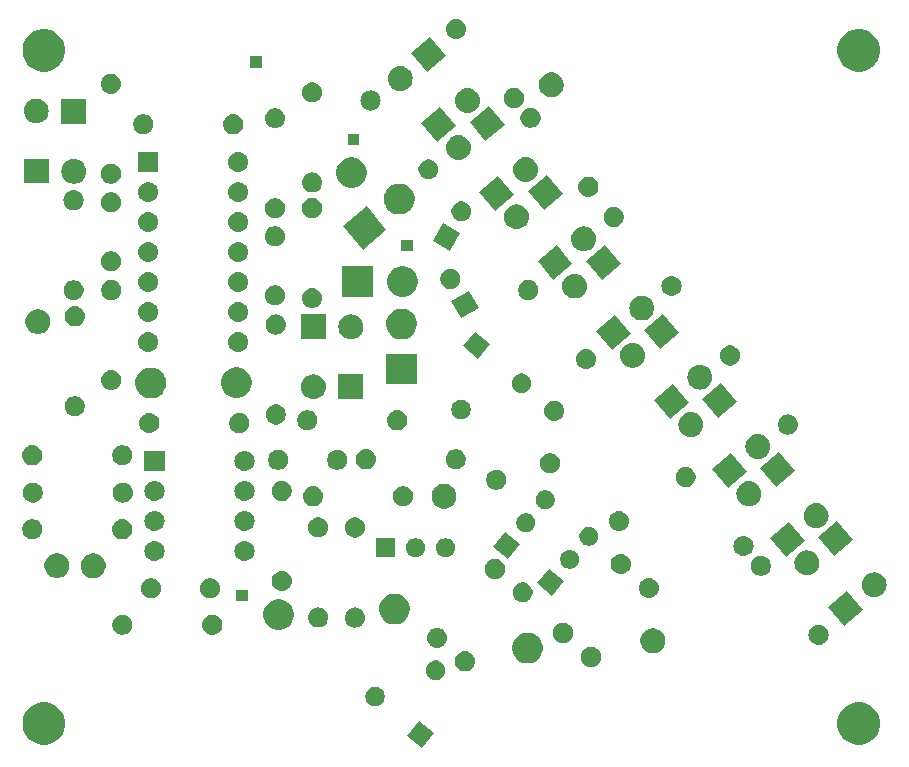
<source format=gbr>
G04 #@! TF.GenerationSoftware,KiCad,Pcbnew,(5.1.2-1)-1*
G04 #@! TF.CreationDate,2022-01-04T14:16:01-05:00*
G04 #@! TF.ProjectId,Wavefolder - Yusynth,57617665-666f-46c6-9465-72202d205975,rev?*
G04 #@! TF.SameCoordinates,Original*
G04 #@! TF.FileFunction,Soldermask,Top*
G04 #@! TF.FilePolarity,Negative*
%FSLAX46Y46*%
G04 Gerber Fmt 4.6, Leading zero omitted, Abs format (unit mm)*
G04 Created by KiCad (PCBNEW (5.1.2-1)-1) date 2022-01-04 14:16:01*
%MOMM*%
%LPD*%
G04 APERTURE LIST*
%ADD10C,0.100000*%
G04 APERTURE END LIST*
D10*
G36*
X49044115Y-73822351D02*
G01*
X47982230Y-75087856D01*
X46716725Y-74025971D01*
X47778610Y-72760466D01*
X49044115Y-73822351D01*
X49044115Y-73822351D01*
G37*
G36*
X16525331Y-71268211D02*
G01*
X16853092Y-71403974D01*
X17148070Y-71601072D01*
X17398928Y-71851930D01*
X17596026Y-72146908D01*
X17731789Y-72474669D01*
X17801000Y-72822616D01*
X17801000Y-73177384D01*
X17731789Y-73525331D01*
X17596026Y-73853092D01*
X17398928Y-74148070D01*
X17148070Y-74398928D01*
X16853092Y-74596026D01*
X16525331Y-74731789D01*
X16177384Y-74801000D01*
X15822616Y-74801000D01*
X15474669Y-74731789D01*
X15146908Y-74596026D01*
X14851930Y-74398928D01*
X14601072Y-74148070D01*
X14403974Y-73853092D01*
X14268211Y-73525331D01*
X14199000Y-73177384D01*
X14199000Y-72822616D01*
X14268211Y-72474669D01*
X14403974Y-72146908D01*
X14601072Y-71851930D01*
X14851930Y-71601072D01*
X15146908Y-71403974D01*
X15474669Y-71268211D01*
X15822616Y-71199000D01*
X16177384Y-71199000D01*
X16525331Y-71268211D01*
X16525331Y-71268211D01*
G37*
G36*
X85525331Y-71268211D02*
G01*
X85853092Y-71403974D01*
X86148070Y-71601072D01*
X86398928Y-71851930D01*
X86596026Y-72146908D01*
X86731789Y-72474669D01*
X86801000Y-72822616D01*
X86801000Y-73177384D01*
X86731789Y-73525331D01*
X86596026Y-73853092D01*
X86398928Y-74148070D01*
X86148070Y-74398928D01*
X85853092Y-74596026D01*
X85525331Y-74731789D01*
X85177384Y-74801000D01*
X84822616Y-74801000D01*
X84474669Y-74731789D01*
X84146908Y-74596026D01*
X83851930Y-74398928D01*
X83601072Y-74148070D01*
X83403974Y-73853092D01*
X83268211Y-73525331D01*
X83199000Y-73177384D01*
X83199000Y-72822616D01*
X83268211Y-72474669D01*
X83403974Y-72146908D01*
X83601072Y-71851930D01*
X83851930Y-71601072D01*
X84146908Y-71403974D01*
X84474669Y-71268211D01*
X84822616Y-71199000D01*
X85177384Y-71199000D01*
X85525331Y-71268211D01*
X85525331Y-71268211D01*
G37*
G36*
X44291133Y-69915965D02*
G01*
X44441456Y-69978231D01*
X44576743Y-70068627D01*
X44691794Y-70183678D01*
X44782190Y-70318965D01*
X44844456Y-70469288D01*
X44876198Y-70628869D01*
X44876198Y-70791577D01*
X44844456Y-70951158D01*
X44782190Y-71101481D01*
X44691794Y-71236768D01*
X44576743Y-71351819D01*
X44441456Y-71442215D01*
X44291133Y-71504481D01*
X44131552Y-71536223D01*
X43968844Y-71536223D01*
X43809263Y-71504481D01*
X43658940Y-71442215D01*
X43523653Y-71351819D01*
X43408602Y-71236768D01*
X43318206Y-71101481D01*
X43255940Y-70951158D01*
X43224198Y-70791577D01*
X43224198Y-70628869D01*
X43255940Y-70469288D01*
X43318206Y-70318965D01*
X43408602Y-70183678D01*
X43523653Y-70068627D01*
X43658940Y-69978231D01*
X43809263Y-69915965D01*
X43968844Y-69884223D01*
X44131552Y-69884223D01*
X44291133Y-69915965D01*
X44291133Y-69915965D01*
G37*
G36*
X49420182Y-67692712D02*
G01*
X49570505Y-67754978D01*
X49705792Y-67845374D01*
X49820843Y-67960425D01*
X49911239Y-68095712D01*
X49973505Y-68246035D01*
X50005247Y-68405616D01*
X50005247Y-68568324D01*
X49973505Y-68727905D01*
X49911239Y-68878228D01*
X49820843Y-69013515D01*
X49705792Y-69128566D01*
X49570505Y-69218962D01*
X49420182Y-69281228D01*
X49260601Y-69312970D01*
X49097893Y-69312970D01*
X48938312Y-69281228D01*
X48787989Y-69218962D01*
X48652702Y-69128566D01*
X48537651Y-69013515D01*
X48447255Y-68878228D01*
X48384989Y-68727905D01*
X48353247Y-68568324D01*
X48353247Y-68405616D01*
X48384989Y-68246035D01*
X48447255Y-68095712D01*
X48537651Y-67960425D01*
X48652702Y-67845374D01*
X48787989Y-67754978D01*
X48938312Y-67692712D01*
X49097893Y-67660970D01*
X49260601Y-67660970D01*
X49420182Y-67692712D01*
X49420182Y-67692712D01*
G37*
G36*
X51806953Y-66893528D02*
G01*
X51967372Y-66942191D01*
X52075749Y-67000120D01*
X52115208Y-67021211D01*
X52244789Y-67127556D01*
X52351134Y-67257137D01*
X52351135Y-67257139D01*
X52430154Y-67404973D01*
X52478817Y-67565392D01*
X52495247Y-67732215D01*
X52478817Y-67899038D01*
X52430154Y-68059457D01*
X52400921Y-68114148D01*
X52351134Y-68207293D01*
X52244789Y-68336874D01*
X52115208Y-68443219D01*
X52115206Y-68443220D01*
X51967372Y-68522239D01*
X51806953Y-68570902D01*
X51681934Y-68583215D01*
X51598326Y-68583215D01*
X51473307Y-68570902D01*
X51312888Y-68522239D01*
X51165054Y-68443220D01*
X51165052Y-68443219D01*
X51035471Y-68336874D01*
X50929126Y-68207293D01*
X50879339Y-68114148D01*
X50850106Y-68059457D01*
X50801443Y-67899038D01*
X50785013Y-67732215D01*
X50801443Y-67565392D01*
X50850106Y-67404973D01*
X50929125Y-67257139D01*
X50929126Y-67257137D01*
X51035471Y-67127556D01*
X51165052Y-67021211D01*
X51204511Y-67000120D01*
X51312888Y-66942191D01*
X51473307Y-66893528D01*
X51598326Y-66881215D01*
X51681934Y-66881215D01*
X51806953Y-66893528D01*
X51806953Y-66893528D01*
G37*
G36*
X62578228Y-66541703D02*
G01*
X62733100Y-66605853D01*
X62872481Y-66698985D01*
X62991015Y-66817519D01*
X63084147Y-66956900D01*
X63148297Y-67111772D01*
X63181000Y-67276184D01*
X63181000Y-67443816D01*
X63148297Y-67608228D01*
X63084147Y-67763100D01*
X62991015Y-67902481D01*
X62872481Y-68021015D01*
X62733100Y-68114147D01*
X62578228Y-68178297D01*
X62413816Y-68211000D01*
X62246184Y-68211000D01*
X62081772Y-68178297D01*
X61926900Y-68114147D01*
X61787519Y-68021015D01*
X61668985Y-67902481D01*
X61575853Y-67763100D01*
X61511703Y-67608228D01*
X61479000Y-67443816D01*
X61479000Y-67276184D01*
X61511703Y-67111772D01*
X61575853Y-66956900D01*
X61668985Y-66817519D01*
X61787519Y-66698985D01*
X61926900Y-66605853D01*
X62081772Y-66541703D01*
X62246184Y-66509000D01*
X62413816Y-66509000D01*
X62578228Y-66541703D01*
X62578228Y-66541703D01*
G37*
G36*
X57339393Y-65359304D02*
G01*
X57576101Y-65457352D01*
X57576103Y-65457353D01*
X57789135Y-65599696D01*
X57970304Y-65780865D01*
X58110721Y-65991015D01*
X58112648Y-65993899D01*
X58210696Y-66230607D01*
X58260680Y-66481893D01*
X58260680Y-66738107D01*
X58210696Y-66989393D01*
X58112648Y-67226101D01*
X58112647Y-67226103D01*
X57970304Y-67439135D01*
X57789135Y-67620304D01*
X57576103Y-67762647D01*
X57576102Y-67762648D01*
X57576101Y-67762648D01*
X57339393Y-67860696D01*
X57088107Y-67910680D01*
X56831893Y-67910680D01*
X56580607Y-67860696D01*
X56343899Y-67762648D01*
X56343898Y-67762648D01*
X56343897Y-67762647D01*
X56130865Y-67620304D01*
X55949696Y-67439135D01*
X55807353Y-67226103D01*
X55807352Y-67226101D01*
X55709304Y-66989393D01*
X55659320Y-66738107D01*
X55659320Y-66481893D01*
X55709304Y-66230607D01*
X55807352Y-65993899D01*
X55809279Y-65991015D01*
X55949696Y-65780865D01*
X56130865Y-65599696D01*
X56343897Y-65457353D01*
X56343899Y-65457352D01*
X56580607Y-65359304D01*
X56831893Y-65309320D01*
X57088107Y-65309320D01*
X57339393Y-65359304D01*
X57339393Y-65359304D01*
G37*
G36*
X67876416Y-64979879D02*
G01*
X68029037Y-65043097D01*
X68067594Y-65059068D01*
X68239648Y-65174031D01*
X68385969Y-65320352D01*
X68499993Y-65491000D01*
X68500933Y-65492408D01*
X68580121Y-65683584D01*
X68620490Y-65886534D01*
X68620490Y-66093466D01*
X68580121Y-66296416D01*
X68503293Y-66481894D01*
X68500932Y-66487594D01*
X68385969Y-66659648D01*
X68239648Y-66805969D01*
X68067594Y-66920932D01*
X68067593Y-66920933D01*
X68067592Y-66920933D01*
X67876416Y-67000121D01*
X67673466Y-67040490D01*
X67466534Y-67040490D01*
X67263584Y-67000121D01*
X67072408Y-66920933D01*
X67072407Y-66920933D01*
X67072406Y-66920932D01*
X66900352Y-66805969D01*
X66754031Y-66659648D01*
X66639068Y-66487594D01*
X66636707Y-66481894D01*
X66559879Y-66296416D01*
X66519510Y-66093466D01*
X66519510Y-65886534D01*
X66559879Y-65683584D01*
X66639067Y-65492408D01*
X66640008Y-65491000D01*
X66754031Y-65320352D01*
X66900352Y-65174031D01*
X67072406Y-65059068D01*
X67110963Y-65043097D01*
X67263584Y-64979879D01*
X67466534Y-64939510D01*
X67673466Y-64939510D01*
X67876416Y-64979879D01*
X67876416Y-64979879D01*
G37*
G36*
X49461624Y-64912510D02*
G01*
X49622043Y-64961173D01*
X49754707Y-65032083D01*
X49769879Y-65040193D01*
X49899460Y-65146538D01*
X50005805Y-65276119D01*
X50005806Y-65276121D01*
X50084825Y-65423955D01*
X50133488Y-65584374D01*
X50149918Y-65751197D01*
X50133488Y-65918020D01*
X50084825Y-66078439D01*
X50047486Y-66148295D01*
X50005805Y-66226275D01*
X49899460Y-66355856D01*
X49769879Y-66462201D01*
X49769877Y-66462202D01*
X49622043Y-66541221D01*
X49622040Y-66541222D01*
X49592181Y-66550280D01*
X49461624Y-66589884D01*
X49336605Y-66602197D01*
X49252997Y-66602197D01*
X49127978Y-66589884D01*
X48997421Y-66550280D01*
X48967562Y-66541222D01*
X48967559Y-66541221D01*
X48819725Y-66462202D01*
X48819723Y-66462201D01*
X48690142Y-66355856D01*
X48583797Y-66226275D01*
X48542116Y-66148295D01*
X48504777Y-66078439D01*
X48456114Y-65918020D01*
X48439684Y-65751197D01*
X48456114Y-65584374D01*
X48504777Y-65423955D01*
X48583796Y-65276121D01*
X48583797Y-65276119D01*
X48690142Y-65146538D01*
X48819723Y-65040193D01*
X48834895Y-65032083D01*
X48967559Y-64961173D01*
X49127978Y-64912510D01*
X49252997Y-64900197D01*
X49336605Y-64900197D01*
X49461624Y-64912510D01*
X49461624Y-64912510D01*
G37*
G36*
X81764318Y-64646461D02*
G01*
X81924737Y-64695124D01*
X82010572Y-64741004D01*
X82072573Y-64774144D01*
X82202154Y-64880489D01*
X82308499Y-65010070D01*
X82308500Y-65010072D01*
X82387519Y-65157906D01*
X82436182Y-65318325D01*
X82452612Y-65485148D01*
X82436182Y-65651971D01*
X82387519Y-65812390D01*
X82331057Y-65918022D01*
X82308499Y-65960226D01*
X82202154Y-66089807D01*
X82072573Y-66196152D01*
X82072571Y-66196153D01*
X81924737Y-66275172D01*
X81764318Y-66323835D01*
X81639299Y-66336148D01*
X81555691Y-66336148D01*
X81430672Y-66323835D01*
X81270253Y-66275172D01*
X81122419Y-66196153D01*
X81122417Y-66196152D01*
X80992836Y-66089807D01*
X80886491Y-65960226D01*
X80863933Y-65918022D01*
X80807471Y-65812390D01*
X80758808Y-65651971D01*
X80742378Y-65485148D01*
X80758808Y-65318325D01*
X80807471Y-65157906D01*
X80886490Y-65010072D01*
X80886491Y-65010070D01*
X80992836Y-64880489D01*
X81122417Y-64774144D01*
X81184418Y-64741004D01*
X81270253Y-64695124D01*
X81430672Y-64646461D01*
X81555691Y-64634148D01*
X81639299Y-64634148D01*
X81764318Y-64646461D01*
X81764318Y-64646461D01*
G37*
G36*
X60198228Y-64511703D02*
G01*
X60353100Y-64575853D01*
X60492481Y-64668985D01*
X60611015Y-64787519D01*
X60704147Y-64926900D01*
X60768297Y-65081772D01*
X60801000Y-65246184D01*
X60801000Y-65413816D01*
X60768297Y-65578228D01*
X60704147Y-65733100D01*
X60611015Y-65872481D01*
X60492481Y-65991015D01*
X60353100Y-66084147D01*
X60198228Y-66148297D01*
X60033816Y-66181000D01*
X59866184Y-66181000D01*
X59701772Y-66148297D01*
X59546900Y-66084147D01*
X59407519Y-65991015D01*
X59288985Y-65872481D01*
X59195853Y-65733100D01*
X59131703Y-65578228D01*
X59099000Y-65413816D01*
X59099000Y-65246184D01*
X59131703Y-65081772D01*
X59195853Y-64926900D01*
X59288985Y-64787519D01*
X59407519Y-64668985D01*
X59546900Y-64575853D01*
X59701772Y-64511703D01*
X59866184Y-64479000D01*
X60033816Y-64479000D01*
X60198228Y-64511703D01*
X60198228Y-64511703D01*
G37*
G36*
X30436823Y-63801313D02*
G01*
X30597242Y-63849976D01*
X30664361Y-63885852D01*
X30745078Y-63928996D01*
X30874659Y-64035341D01*
X30981004Y-64164922D01*
X30981005Y-64164924D01*
X31060024Y-64312758D01*
X31108687Y-64473177D01*
X31125117Y-64640000D01*
X31108687Y-64806823D01*
X31060024Y-64967242D01*
X31019477Y-65043100D01*
X30981004Y-65115078D01*
X30874659Y-65244659D01*
X30745078Y-65351004D01*
X30745076Y-65351005D01*
X30597242Y-65430024D01*
X30436823Y-65478687D01*
X30311804Y-65491000D01*
X30228196Y-65491000D01*
X30103177Y-65478687D01*
X29942758Y-65430024D01*
X29794924Y-65351005D01*
X29794922Y-65351004D01*
X29665341Y-65244659D01*
X29558996Y-65115078D01*
X29520523Y-65043100D01*
X29479976Y-64967242D01*
X29431313Y-64806823D01*
X29414883Y-64640000D01*
X29431313Y-64473177D01*
X29479976Y-64312758D01*
X29558995Y-64164924D01*
X29558996Y-64164922D01*
X29665341Y-64035341D01*
X29794922Y-63928996D01*
X29875639Y-63885852D01*
X29942758Y-63849976D01*
X30103177Y-63801313D01*
X30228196Y-63789000D01*
X30311804Y-63789000D01*
X30436823Y-63801313D01*
X30436823Y-63801313D01*
G37*
G36*
X22898228Y-63821703D02*
G01*
X23053100Y-63885853D01*
X23192481Y-63978985D01*
X23311015Y-64097519D01*
X23404147Y-64236900D01*
X23468297Y-64391772D01*
X23501000Y-64556184D01*
X23501000Y-64723816D01*
X23468297Y-64888228D01*
X23404147Y-65043100D01*
X23311015Y-65182481D01*
X23192481Y-65301015D01*
X23053100Y-65394147D01*
X22898228Y-65458297D01*
X22733816Y-65491000D01*
X22566184Y-65491000D01*
X22401772Y-65458297D01*
X22246900Y-65394147D01*
X22107519Y-65301015D01*
X21988985Y-65182481D01*
X21895853Y-65043100D01*
X21831703Y-64888228D01*
X21799000Y-64723816D01*
X21799000Y-64556184D01*
X21831703Y-64391772D01*
X21895853Y-64236900D01*
X21988985Y-64097519D01*
X22107519Y-63978985D01*
X22246900Y-63885853D01*
X22401772Y-63821703D01*
X22566184Y-63789000D01*
X22733816Y-63789000D01*
X22898228Y-63821703D01*
X22898228Y-63821703D01*
G37*
G36*
X36259393Y-62539304D02*
G01*
X36496101Y-62637352D01*
X36496103Y-62637353D01*
X36709135Y-62779696D01*
X36890304Y-62960865D01*
X37032647Y-63173897D01*
X37032648Y-63173899D01*
X37130696Y-63410607D01*
X37180680Y-63661893D01*
X37180680Y-63918107D01*
X37130696Y-64169393D01*
X37057028Y-64347242D01*
X37032647Y-64406103D01*
X36890304Y-64619135D01*
X36709135Y-64800304D01*
X36496103Y-64942647D01*
X36496102Y-64942648D01*
X36496101Y-64942648D01*
X36259393Y-65040696D01*
X36008107Y-65090680D01*
X35751893Y-65090680D01*
X35500607Y-65040696D01*
X35263899Y-64942648D01*
X35263898Y-64942648D01*
X35263897Y-64942647D01*
X35050865Y-64800304D01*
X34869696Y-64619135D01*
X34727353Y-64406103D01*
X34702972Y-64347242D01*
X34629304Y-64169393D01*
X34579320Y-63918107D01*
X34579320Y-63661893D01*
X34629304Y-63410607D01*
X34727352Y-63173899D01*
X34727353Y-63173897D01*
X34869696Y-62960865D01*
X35050865Y-62779696D01*
X35263897Y-62637353D01*
X35263899Y-62637352D01*
X35500607Y-62539304D01*
X35751893Y-62489320D01*
X36008107Y-62489320D01*
X36259393Y-62539304D01*
X36259393Y-62539304D01*
G37*
G36*
X42506822Y-63191313D02*
G01*
X42667241Y-63239976D01*
X42796366Y-63308995D01*
X42815077Y-63318996D01*
X42944658Y-63425341D01*
X43051003Y-63554922D01*
X43051004Y-63554924D01*
X43130023Y-63702758D01*
X43178686Y-63863177D01*
X43195116Y-64030000D01*
X43178686Y-64196823D01*
X43144262Y-64310304D01*
X43133057Y-64347242D01*
X43130023Y-64357242D01*
X43111566Y-64391772D01*
X43051003Y-64505078D01*
X42944658Y-64634659D01*
X42815077Y-64741004D01*
X42815075Y-64741005D01*
X42667241Y-64820024D01*
X42506822Y-64868687D01*
X42381803Y-64881000D01*
X42298195Y-64881000D01*
X42173176Y-64868687D01*
X42012757Y-64820024D01*
X41864923Y-64741005D01*
X41864921Y-64741004D01*
X41735340Y-64634659D01*
X41628995Y-64505078D01*
X41568432Y-64391772D01*
X41549975Y-64357242D01*
X41546942Y-64347242D01*
X41535736Y-64310304D01*
X41501312Y-64196823D01*
X41484882Y-64030000D01*
X41501312Y-63863177D01*
X41549975Y-63702758D01*
X41628994Y-63554924D01*
X41628995Y-63554922D01*
X41735340Y-63425341D01*
X41864921Y-63318996D01*
X41883632Y-63308995D01*
X42012757Y-63239976D01*
X42173176Y-63191313D01*
X42298195Y-63179000D01*
X42381803Y-63179000D01*
X42506822Y-63191313D01*
X42506822Y-63191313D01*
G37*
G36*
X39396819Y-63181313D02*
G01*
X39557238Y-63229976D01*
X39689902Y-63300886D01*
X39705074Y-63308996D01*
X39834655Y-63415341D01*
X39941000Y-63544922D01*
X39941001Y-63544924D01*
X40020020Y-63692758D01*
X40020021Y-63692761D01*
X40023054Y-63702761D01*
X40068683Y-63853177D01*
X40085113Y-64020000D01*
X40068683Y-64186823D01*
X40020020Y-64347242D01*
X39996218Y-64391772D01*
X39941000Y-64495078D01*
X39834655Y-64624659D01*
X39705074Y-64731004D01*
X39705072Y-64731005D01*
X39557238Y-64810024D01*
X39396819Y-64858687D01*
X39271800Y-64871000D01*
X39188192Y-64871000D01*
X39063173Y-64858687D01*
X38902754Y-64810024D01*
X38754920Y-64731005D01*
X38754918Y-64731004D01*
X38625337Y-64624659D01*
X38518992Y-64495078D01*
X38463774Y-64391772D01*
X38439972Y-64347242D01*
X38391309Y-64186823D01*
X38374879Y-64020000D01*
X38391309Y-63853177D01*
X38436938Y-63702761D01*
X38439971Y-63692761D01*
X38439972Y-63692758D01*
X38518991Y-63544924D01*
X38518992Y-63544922D01*
X38625337Y-63415341D01*
X38754918Y-63308996D01*
X38770090Y-63300886D01*
X38902754Y-63229976D01*
X39063173Y-63181313D01*
X39188192Y-63169000D01*
X39271800Y-63169000D01*
X39396819Y-63181313D01*
X39396819Y-63181313D01*
G37*
G36*
X85357463Y-63414951D02*
G01*
X83747238Y-64766090D01*
X82396099Y-63155865D01*
X84006324Y-61804726D01*
X85357463Y-63414951D01*
X85357463Y-63414951D01*
G37*
G36*
X46069393Y-62049304D02*
G01*
X46296041Y-62143185D01*
X46306103Y-62147353D01*
X46519135Y-62289696D01*
X46700304Y-62470865D01*
X46842647Y-62683897D01*
X46842648Y-62683899D01*
X46940696Y-62920607D01*
X46990680Y-63171893D01*
X46990680Y-63428107D01*
X46940696Y-63679393D01*
X46855177Y-63885853D01*
X46842647Y-63916103D01*
X46700304Y-64129135D01*
X46519135Y-64310304D01*
X46306103Y-64452647D01*
X46306102Y-64452648D01*
X46306101Y-64452648D01*
X46069393Y-64550696D01*
X45818107Y-64600680D01*
X45561893Y-64600680D01*
X45310607Y-64550696D01*
X45073899Y-64452648D01*
X45073898Y-64452648D01*
X45073897Y-64452647D01*
X44860865Y-64310304D01*
X44679696Y-64129135D01*
X44537353Y-63916103D01*
X44524823Y-63885853D01*
X44439304Y-63679393D01*
X44389320Y-63428107D01*
X44389320Y-63171893D01*
X44439304Y-62920607D01*
X44537352Y-62683899D01*
X44537353Y-62683897D01*
X44679696Y-62470865D01*
X44860865Y-62289696D01*
X45073897Y-62147353D01*
X45083959Y-62143185D01*
X45310607Y-62049304D01*
X45561893Y-61999320D01*
X45818107Y-61999320D01*
X46069393Y-62049304D01*
X46069393Y-62049304D01*
G37*
G36*
X56786400Y-61076659D02*
G01*
X56941272Y-61140809D01*
X57080653Y-61233941D01*
X57199187Y-61352475D01*
X57292319Y-61491856D01*
X57356469Y-61646728D01*
X57389172Y-61811140D01*
X57389172Y-61978772D01*
X57356469Y-62143184D01*
X57292319Y-62298056D01*
X57199187Y-62437437D01*
X57080653Y-62555971D01*
X56941272Y-62649103D01*
X56786400Y-62713253D01*
X56621988Y-62745956D01*
X56454356Y-62745956D01*
X56289944Y-62713253D01*
X56135072Y-62649103D01*
X55995691Y-62555971D01*
X55877157Y-62437437D01*
X55784025Y-62298056D01*
X55719875Y-62143184D01*
X55687172Y-61978772D01*
X55687172Y-61811140D01*
X55719875Y-61646728D01*
X55784025Y-61491856D01*
X55877157Y-61352475D01*
X55995691Y-61233941D01*
X56135072Y-61140809D01*
X56289944Y-61076659D01*
X56454356Y-61043956D01*
X56621988Y-61043956D01*
X56786400Y-61076659D01*
X56786400Y-61076659D01*
G37*
G36*
X33256000Y-62656000D02*
G01*
X32304000Y-62656000D01*
X32304000Y-61704000D01*
X33256000Y-61704000D01*
X33256000Y-62656000D01*
X33256000Y-62656000D01*
G37*
G36*
X25318228Y-60741703D02*
G01*
X25473100Y-60805853D01*
X25612481Y-60898985D01*
X25731015Y-61017519D01*
X25824147Y-61156900D01*
X25888297Y-61311772D01*
X25921000Y-61476184D01*
X25921000Y-61643816D01*
X25888297Y-61808228D01*
X25824147Y-61963100D01*
X25731015Y-62102481D01*
X25612481Y-62221015D01*
X25473100Y-62314147D01*
X25318228Y-62378297D01*
X25153816Y-62411000D01*
X24986184Y-62411000D01*
X24821772Y-62378297D01*
X24666900Y-62314147D01*
X24527519Y-62221015D01*
X24408985Y-62102481D01*
X24315853Y-61963100D01*
X24251703Y-61808228D01*
X24219000Y-61643816D01*
X24219000Y-61476184D01*
X24251703Y-61311772D01*
X24315853Y-61156900D01*
X24408985Y-61017519D01*
X24527519Y-60898985D01*
X24666900Y-60805853D01*
X24821772Y-60741703D01*
X24986184Y-60709000D01*
X25153816Y-60709000D01*
X25318228Y-60741703D01*
X25318228Y-60741703D01*
G37*
G36*
X30318228Y-60741703D02*
G01*
X30473100Y-60805853D01*
X30612481Y-60898985D01*
X30731015Y-61017519D01*
X30824147Y-61156900D01*
X30888297Y-61311772D01*
X30921000Y-61476184D01*
X30921000Y-61643816D01*
X30888297Y-61808228D01*
X30824147Y-61963100D01*
X30731015Y-62102481D01*
X30612481Y-62221015D01*
X30473100Y-62314147D01*
X30318228Y-62378297D01*
X30153816Y-62411000D01*
X29986184Y-62411000D01*
X29821772Y-62378297D01*
X29666900Y-62314147D01*
X29527519Y-62221015D01*
X29408985Y-62102481D01*
X29315853Y-61963100D01*
X29251703Y-61808228D01*
X29219000Y-61643816D01*
X29219000Y-61476184D01*
X29251703Y-61311772D01*
X29315853Y-61156900D01*
X29408985Y-61017519D01*
X29527519Y-60898985D01*
X29666900Y-60805853D01*
X29821772Y-60741703D01*
X29986184Y-60709000D01*
X30153816Y-60709000D01*
X30318228Y-60741703D01*
X30318228Y-60741703D01*
G37*
G36*
X67394865Y-60684054D02*
G01*
X67477100Y-60709000D01*
X67553689Y-60732233D01*
X67555284Y-60732717D01*
X67615565Y-60764938D01*
X67703120Y-60811737D01*
X67832701Y-60918082D01*
X67939046Y-61047663D01*
X67939047Y-61047665D01*
X68018066Y-61195499D01*
X68066729Y-61355918D01*
X68083159Y-61522741D01*
X68066729Y-61689564D01*
X68018066Y-61849983D01*
X67957605Y-61963097D01*
X67939046Y-61997819D01*
X67832701Y-62127400D01*
X67703120Y-62233745D01*
X67703118Y-62233746D01*
X67555284Y-62312765D01*
X67394865Y-62361428D01*
X67269846Y-62373741D01*
X67186238Y-62373741D01*
X67061219Y-62361428D01*
X66900800Y-62312765D01*
X66752966Y-62233746D01*
X66752964Y-62233745D01*
X66623383Y-62127400D01*
X66517038Y-61997819D01*
X66498479Y-61963097D01*
X66438018Y-61849983D01*
X66389355Y-61689564D01*
X66372925Y-61522741D01*
X66389355Y-61355918D01*
X66438018Y-61195499D01*
X66517037Y-61047665D01*
X66517038Y-61047663D01*
X66623383Y-60918082D01*
X66752964Y-60811737D01*
X66840519Y-60764938D01*
X66900800Y-60732717D01*
X66902396Y-60732233D01*
X66978984Y-60709000D01*
X67061219Y-60684054D01*
X67186238Y-60671741D01*
X67269846Y-60671741D01*
X67394865Y-60684054D01*
X67394865Y-60684054D01*
G37*
G36*
X86400580Y-60208268D02*
G01*
X86503515Y-60218406D01*
X86701629Y-60278504D01*
X86701632Y-60278505D01*
X86798458Y-60330260D01*
X86884212Y-60376096D01*
X87044248Y-60507434D01*
X87175586Y-60667470D01*
X87187890Y-60690490D01*
X87273177Y-60850050D01*
X87273178Y-60850053D01*
X87333276Y-61048167D01*
X87353568Y-61254199D01*
X87333276Y-61460231D01*
X87310698Y-61534659D01*
X87273177Y-61658348D01*
X87248775Y-61704000D01*
X87175586Y-61840928D01*
X87044248Y-62000964D01*
X86884212Y-62132302D01*
X86856055Y-62147352D01*
X86701632Y-62229893D01*
X86701629Y-62229894D01*
X86503515Y-62289992D01*
X86421638Y-62298056D01*
X86349114Y-62305199D01*
X86245852Y-62305199D01*
X86173328Y-62298056D01*
X86091451Y-62289992D01*
X85893337Y-62229894D01*
X85893334Y-62229893D01*
X85738911Y-62147352D01*
X85710754Y-62132302D01*
X85550718Y-62000964D01*
X85419380Y-61840928D01*
X85346191Y-61704000D01*
X85321789Y-61658348D01*
X85284268Y-61534659D01*
X85261690Y-61460231D01*
X85241398Y-61254199D01*
X85261690Y-61048167D01*
X85321788Y-60850053D01*
X85321789Y-60850050D01*
X85407076Y-60690490D01*
X85419380Y-60667470D01*
X85550718Y-60507434D01*
X85710754Y-60376096D01*
X85796508Y-60330260D01*
X85893334Y-60278505D01*
X85893337Y-60278504D01*
X86091451Y-60218406D01*
X86194386Y-60208268D01*
X86245852Y-60203199D01*
X86349114Y-60203199D01*
X86400580Y-60208268D01*
X86400580Y-60208268D01*
G37*
G36*
X60019049Y-60937396D02*
G01*
X58989304Y-62164599D01*
X57762101Y-61134854D01*
X58791846Y-59907651D01*
X60019049Y-60937396D01*
X60019049Y-60937396D01*
G37*
G36*
X36306823Y-60091313D02*
G01*
X36467242Y-60139976D01*
X36561522Y-60190370D01*
X36615078Y-60218996D01*
X36744659Y-60325341D01*
X36851004Y-60454922D01*
X36851005Y-60454924D01*
X36930024Y-60602758D01*
X36978687Y-60763177D01*
X36995117Y-60930000D01*
X36978687Y-61096823D01*
X36930024Y-61257242D01*
X36859114Y-61389906D01*
X36851004Y-61405078D01*
X36744659Y-61534659D01*
X36615078Y-61641004D01*
X36615076Y-61641005D01*
X36467242Y-61720024D01*
X36306823Y-61768687D01*
X36181804Y-61781000D01*
X36098196Y-61781000D01*
X35973177Y-61768687D01*
X35812758Y-61720024D01*
X35664924Y-61641005D01*
X35664922Y-61641004D01*
X35535341Y-61534659D01*
X35428996Y-61405078D01*
X35420886Y-61389906D01*
X35349976Y-61257242D01*
X35301313Y-61096823D01*
X35284883Y-60930000D01*
X35301313Y-60763177D01*
X35349976Y-60602758D01*
X35428995Y-60454924D01*
X35428996Y-60454922D01*
X35535341Y-60325341D01*
X35664922Y-60218996D01*
X35718478Y-60190370D01*
X35812758Y-60139976D01*
X35973177Y-60091313D01*
X36098196Y-60079000D01*
X36181804Y-60079000D01*
X36306823Y-60091313D01*
X36306823Y-60091313D01*
G37*
G36*
X54441071Y-59095641D02*
G01*
X54595943Y-59159791D01*
X54735324Y-59252923D01*
X54853858Y-59371457D01*
X54946990Y-59510838D01*
X55011140Y-59665710D01*
X55043843Y-59830122D01*
X55043843Y-59997754D01*
X55011140Y-60162166D01*
X54946990Y-60317038D01*
X54853858Y-60456419D01*
X54735324Y-60574953D01*
X54595943Y-60668085D01*
X54441071Y-60732235D01*
X54276659Y-60764938D01*
X54109027Y-60764938D01*
X53944615Y-60732235D01*
X53789743Y-60668085D01*
X53650362Y-60574953D01*
X53531828Y-60456419D01*
X53438696Y-60317038D01*
X53374546Y-60162166D01*
X53341843Y-59997754D01*
X53341843Y-59830122D01*
X53374546Y-59665710D01*
X53438696Y-59510838D01*
X53531828Y-59371457D01*
X53650362Y-59252923D01*
X53789743Y-59159791D01*
X53944615Y-59095641D01*
X54109027Y-59062938D01*
X54276659Y-59062938D01*
X54441071Y-59095641D01*
X54441071Y-59095641D01*
G37*
G36*
X20486416Y-58629879D02*
G01*
X20677592Y-58709067D01*
X20677594Y-58709068D01*
X20849648Y-58824031D01*
X20995969Y-58970352D01*
X21104252Y-59132408D01*
X21110933Y-59142408D01*
X21190121Y-59333584D01*
X21230490Y-59536534D01*
X21230490Y-59743466D01*
X21190121Y-59946416D01*
X21130102Y-60091313D01*
X21110932Y-60137594D01*
X20995969Y-60309648D01*
X20849648Y-60455969D01*
X20677594Y-60570932D01*
X20677593Y-60570933D01*
X20677592Y-60570933D01*
X20486416Y-60650121D01*
X20283466Y-60690490D01*
X20076534Y-60690490D01*
X19873584Y-60650121D01*
X19682408Y-60570933D01*
X19682407Y-60570933D01*
X19682406Y-60570932D01*
X19510352Y-60455969D01*
X19364031Y-60309648D01*
X19249068Y-60137594D01*
X19229898Y-60091313D01*
X19169879Y-59946416D01*
X19129510Y-59743466D01*
X19129510Y-59536534D01*
X19169879Y-59333584D01*
X19249067Y-59142408D01*
X19255749Y-59132408D01*
X19364031Y-58970352D01*
X19510352Y-58824031D01*
X19682406Y-58709068D01*
X19682408Y-58709067D01*
X19873584Y-58629879D01*
X20076534Y-58589510D01*
X20283466Y-58589510D01*
X20486416Y-58629879D01*
X20486416Y-58629879D01*
G37*
G36*
X17416416Y-58619879D02*
G01*
X17607592Y-58699067D01*
X17607594Y-58699068D01*
X17779648Y-58814031D01*
X17925969Y-58960352D01*
X18016368Y-59095643D01*
X18040933Y-59132408D01*
X18120121Y-59323584D01*
X18160490Y-59526534D01*
X18160490Y-59733466D01*
X18120121Y-59936416D01*
X18055960Y-60091313D01*
X18040932Y-60127594D01*
X17925969Y-60299648D01*
X17779648Y-60445969D01*
X17607594Y-60560932D01*
X17607593Y-60560933D01*
X17607592Y-60560933D01*
X17416416Y-60640121D01*
X17213466Y-60680490D01*
X17006534Y-60680490D01*
X16803584Y-60640121D01*
X16612408Y-60560933D01*
X16612407Y-60560933D01*
X16612406Y-60560932D01*
X16440352Y-60445969D01*
X16294031Y-60299648D01*
X16179068Y-60127594D01*
X16164040Y-60091313D01*
X16099879Y-59936416D01*
X16059510Y-59733466D01*
X16059510Y-59526534D01*
X16099879Y-59323584D01*
X16179067Y-59132408D01*
X16203633Y-59095643D01*
X16294031Y-58960352D01*
X16440352Y-58814031D01*
X16612406Y-58699068D01*
X16612408Y-58699067D01*
X16803584Y-58619879D01*
X17006534Y-58579510D01*
X17213466Y-58579510D01*
X17416416Y-58619879D01*
X17416416Y-58619879D01*
G37*
G36*
X76947681Y-58829592D02*
G01*
X77102553Y-58893742D01*
X77241934Y-58986874D01*
X77360468Y-59105408D01*
X77453600Y-59244789D01*
X77517750Y-59399661D01*
X77550453Y-59564073D01*
X77550453Y-59731705D01*
X77517750Y-59896117D01*
X77453600Y-60050989D01*
X77360468Y-60190370D01*
X77241934Y-60308904D01*
X77102553Y-60402036D01*
X76947681Y-60466186D01*
X76783269Y-60498889D01*
X76615637Y-60498889D01*
X76451225Y-60466186D01*
X76296353Y-60402036D01*
X76156972Y-60308904D01*
X76038438Y-60190370D01*
X75945306Y-60050989D01*
X75881156Y-59896117D01*
X75848453Y-59731705D01*
X75848453Y-59564073D01*
X75881156Y-59399661D01*
X75945306Y-59244789D01*
X76038438Y-59105408D01*
X76156972Y-58986874D01*
X76296353Y-58893742D01*
X76451225Y-58829592D01*
X76615637Y-58796889D01*
X76783269Y-58796889D01*
X76947681Y-58829592D01*
X76947681Y-58829592D01*
G37*
G36*
X80714517Y-58347971D02*
G01*
X80817452Y-58358109D01*
X81015566Y-58418207D01*
X81015569Y-58418208D01*
X81057081Y-58440397D01*
X81198149Y-58515799D01*
X81358185Y-58647137D01*
X81489523Y-58807173D01*
X81532769Y-58888082D01*
X81587114Y-58989753D01*
X81587115Y-58989756D01*
X81647213Y-59187870D01*
X81667505Y-59393902D01*
X81647213Y-59599934D01*
X81606706Y-59733466D01*
X81587114Y-59798051D01*
X81537233Y-59891372D01*
X81489523Y-59980631D01*
X81358185Y-60140667D01*
X81198149Y-60272005D01*
X81178018Y-60282765D01*
X81015569Y-60369596D01*
X81015566Y-60369597D01*
X80817452Y-60429695D01*
X80714517Y-60439833D01*
X80663051Y-60444902D01*
X80559789Y-60444902D01*
X80508323Y-60439833D01*
X80405388Y-60429695D01*
X80207274Y-60369597D01*
X80207271Y-60369596D01*
X80044822Y-60282765D01*
X80024691Y-60272005D01*
X79864655Y-60140667D01*
X79733317Y-59980631D01*
X79685607Y-59891372D01*
X79635726Y-59798051D01*
X79616134Y-59733466D01*
X79575627Y-59599934D01*
X79555335Y-59393902D01*
X79575627Y-59187870D01*
X79635725Y-58989756D01*
X79635726Y-58989753D01*
X79690071Y-58888082D01*
X79733317Y-58807173D01*
X79864655Y-58647137D01*
X80024691Y-58515799D01*
X80165759Y-58440397D01*
X80207271Y-58418208D01*
X80207274Y-58418207D01*
X80405388Y-58358109D01*
X80508323Y-58347971D01*
X80559789Y-58342902D01*
X80663051Y-58342902D01*
X80714517Y-58347971D01*
X80714517Y-58347971D01*
G37*
G36*
X65014865Y-58654054D02*
G01*
X65175284Y-58702717D01*
X65249110Y-58742178D01*
X65323120Y-58781737D01*
X65452701Y-58888082D01*
X65559046Y-59017663D01*
X65559047Y-59017665D01*
X65638066Y-59165499D01*
X65686729Y-59325918D01*
X65703159Y-59492741D01*
X65686729Y-59659564D01*
X65638066Y-59819983D01*
X65597371Y-59896117D01*
X65559046Y-59967819D01*
X65452701Y-60097400D01*
X65323120Y-60203745D01*
X65323118Y-60203746D01*
X65175284Y-60282765D01*
X65014865Y-60331428D01*
X64889846Y-60343741D01*
X64806238Y-60343741D01*
X64681219Y-60331428D01*
X64520800Y-60282765D01*
X64372966Y-60203746D01*
X64372964Y-60203745D01*
X64243383Y-60097400D01*
X64137038Y-59967819D01*
X64098713Y-59896117D01*
X64058018Y-59819983D01*
X64009355Y-59659564D01*
X63992925Y-59492741D01*
X64009355Y-59325918D01*
X64058018Y-59165499D01*
X64137037Y-59017665D01*
X64137038Y-59017663D01*
X64243383Y-58888082D01*
X64372964Y-58781737D01*
X64446974Y-58742178D01*
X64520800Y-58702717D01*
X64681219Y-58654054D01*
X64806238Y-58641741D01*
X64889846Y-58641741D01*
X65014865Y-58654054D01*
X65014865Y-58654054D01*
G37*
G36*
X60756898Y-58320153D02*
G01*
X60848531Y-58358109D01*
X60902672Y-58380535D01*
X61033864Y-58468194D01*
X61145434Y-58579764D01*
X61231831Y-58709068D01*
X61233094Y-58710958D01*
X61293475Y-58856730D01*
X61324256Y-59011479D01*
X61324256Y-59169265D01*
X61293475Y-59324014D01*
X61233094Y-59469786D01*
X61233093Y-59469788D01*
X61145434Y-59600980D01*
X61033864Y-59712550D01*
X60902672Y-59800209D01*
X60902671Y-59800210D01*
X60902670Y-59800210D01*
X60756898Y-59860591D01*
X60602149Y-59891372D01*
X60444363Y-59891372D01*
X60289614Y-59860591D01*
X60143842Y-59800210D01*
X60143841Y-59800210D01*
X60143840Y-59800209D01*
X60012648Y-59712550D01*
X59901078Y-59600980D01*
X59813419Y-59469788D01*
X59813418Y-59469786D01*
X59753037Y-59324014D01*
X59722256Y-59169265D01*
X59722256Y-59011479D01*
X59753037Y-58856730D01*
X59813418Y-58710958D01*
X59814681Y-58709068D01*
X59901078Y-58579764D01*
X60012648Y-58468194D01*
X60143840Y-58380535D01*
X60197981Y-58358109D01*
X60289614Y-58320153D01*
X60444363Y-58289372D01*
X60602149Y-58289372D01*
X60756898Y-58320153D01*
X60756898Y-58320153D01*
G37*
G36*
X25536823Y-57551313D02*
G01*
X25697242Y-57599976D01*
X25768533Y-57638082D01*
X25845078Y-57678996D01*
X25974659Y-57785341D01*
X26081004Y-57914922D01*
X26081005Y-57914924D01*
X26160024Y-58062758D01*
X26208687Y-58223177D01*
X26225117Y-58390000D01*
X26208687Y-58556823D01*
X26160024Y-58717242D01*
X26099841Y-58829837D01*
X26081004Y-58865078D01*
X25974659Y-58994659D01*
X25845078Y-59101004D01*
X25845076Y-59101005D01*
X25697242Y-59180024D01*
X25536823Y-59228687D01*
X25411804Y-59241000D01*
X25328196Y-59241000D01*
X25203177Y-59228687D01*
X25042758Y-59180024D01*
X24894924Y-59101005D01*
X24894922Y-59101004D01*
X24765341Y-58994659D01*
X24658996Y-58865078D01*
X24640159Y-58829837D01*
X24579976Y-58717242D01*
X24531313Y-58556823D01*
X24514883Y-58390000D01*
X24531313Y-58223177D01*
X24579976Y-58062758D01*
X24658995Y-57914924D01*
X24658996Y-57914922D01*
X24765341Y-57785341D01*
X24894922Y-57678996D01*
X24971467Y-57638082D01*
X25042758Y-57599976D01*
X25203177Y-57551313D01*
X25328196Y-57539000D01*
X25411804Y-57539000D01*
X25536823Y-57551313D01*
X25536823Y-57551313D01*
G37*
G36*
X33156823Y-57551313D02*
G01*
X33317242Y-57599976D01*
X33388533Y-57638082D01*
X33465078Y-57678996D01*
X33594659Y-57785341D01*
X33701004Y-57914922D01*
X33701005Y-57914924D01*
X33780024Y-58062758D01*
X33828687Y-58223177D01*
X33845117Y-58390000D01*
X33828687Y-58556823D01*
X33780024Y-58717242D01*
X33719841Y-58829837D01*
X33701004Y-58865078D01*
X33594659Y-58994659D01*
X33465078Y-59101004D01*
X33465076Y-59101005D01*
X33317242Y-59180024D01*
X33156823Y-59228687D01*
X33031804Y-59241000D01*
X32948196Y-59241000D01*
X32823177Y-59228687D01*
X32662758Y-59180024D01*
X32514924Y-59101005D01*
X32514922Y-59101004D01*
X32385341Y-58994659D01*
X32278996Y-58865078D01*
X32260159Y-58829837D01*
X32199976Y-58717242D01*
X32151313Y-58556823D01*
X32134883Y-58390000D01*
X32151313Y-58223177D01*
X32199976Y-58062758D01*
X32278995Y-57914924D01*
X32278996Y-57914922D01*
X32385341Y-57785341D01*
X32514922Y-57678996D01*
X32591467Y-57638082D01*
X32662758Y-57599976D01*
X32823177Y-57551313D01*
X32948196Y-57539000D01*
X33031804Y-57539000D01*
X33156823Y-57551313D01*
X33156823Y-57551313D01*
G37*
G36*
X56312627Y-57840392D02*
G01*
X55282882Y-59067595D01*
X54055679Y-58037850D01*
X55085424Y-56810647D01*
X56312627Y-57840392D01*
X56312627Y-57840392D01*
G37*
G36*
X47703642Y-57349781D02*
G01*
X47827295Y-57401000D01*
X47849416Y-57410163D01*
X47980608Y-57497822D01*
X48092178Y-57609392D01*
X48179837Y-57740584D01*
X48179838Y-57740586D01*
X48240219Y-57886358D01*
X48271000Y-58041107D01*
X48271000Y-58198893D01*
X48240219Y-58353642D01*
X48204283Y-58440399D01*
X48179837Y-58499416D01*
X48092178Y-58630608D01*
X47980608Y-58742178D01*
X47849416Y-58829837D01*
X47849415Y-58829838D01*
X47849414Y-58829838D01*
X47703642Y-58890219D01*
X47548893Y-58921000D01*
X47391107Y-58921000D01*
X47236358Y-58890219D01*
X47090586Y-58829838D01*
X47090585Y-58829838D01*
X47090584Y-58829837D01*
X46959392Y-58742178D01*
X46847822Y-58630608D01*
X46760163Y-58499416D01*
X46735717Y-58440399D01*
X46699781Y-58353642D01*
X46669000Y-58198893D01*
X46669000Y-58041107D01*
X46699781Y-57886358D01*
X46760162Y-57740586D01*
X46760163Y-57740584D01*
X46847822Y-57609392D01*
X46959392Y-57497822D01*
X47090584Y-57410163D01*
X47112705Y-57401000D01*
X47236358Y-57349781D01*
X47391107Y-57319000D01*
X47548893Y-57319000D01*
X47703642Y-57349781D01*
X47703642Y-57349781D01*
G37*
G36*
X50243642Y-57349781D02*
G01*
X50367295Y-57401000D01*
X50389416Y-57410163D01*
X50520608Y-57497822D01*
X50632178Y-57609392D01*
X50719837Y-57740584D01*
X50719838Y-57740586D01*
X50780219Y-57886358D01*
X50811000Y-58041107D01*
X50811000Y-58198893D01*
X50780219Y-58353642D01*
X50744283Y-58440399D01*
X50719837Y-58499416D01*
X50632178Y-58630608D01*
X50520608Y-58742178D01*
X50389416Y-58829837D01*
X50389415Y-58829838D01*
X50389414Y-58829838D01*
X50243642Y-58890219D01*
X50088893Y-58921000D01*
X49931107Y-58921000D01*
X49776358Y-58890219D01*
X49630586Y-58829838D01*
X49630585Y-58829838D01*
X49630584Y-58829837D01*
X49499392Y-58742178D01*
X49387822Y-58630608D01*
X49300163Y-58499416D01*
X49275717Y-58440399D01*
X49239781Y-58353642D01*
X49209000Y-58198893D01*
X49209000Y-58041107D01*
X49239781Y-57886358D01*
X49300162Y-57740586D01*
X49300163Y-57740584D01*
X49387822Y-57609392D01*
X49499392Y-57497822D01*
X49630584Y-57410163D01*
X49652705Y-57401000D01*
X49776358Y-57349781D01*
X49931107Y-57319000D01*
X50088893Y-57319000D01*
X50243642Y-57349781D01*
X50243642Y-57349781D01*
G37*
G36*
X45731000Y-58921000D02*
G01*
X44129000Y-58921000D01*
X44129000Y-57319000D01*
X45731000Y-57319000D01*
X45731000Y-58921000D01*
X45731000Y-58921000D01*
G37*
G36*
X80446565Y-57562372D02*
G01*
X78836340Y-58913511D01*
X77485201Y-57303286D01*
X79095426Y-55952147D01*
X80446565Y-57562372D01*
X80446565Y-57562372D01*
G37*
G36*
X84512804Y-57492236D02*
G01*
X82902579Y-58843375D01*
X81551440Y-57233150D01*
X83161665Y-55882011D01*
X84512804Y-57492236D01*
X84512804Y-57492236D01*
G37*
G36*
X75402218Y-57126634D02*
G01*
X75562637Y-57175297D01*
X75661789Y-57228295D01*
X75710473Y-57254317D01*
X75840054Y-57360662D01*
X75946399Y-57490243D01*
X75946400Y-57490245D01*
X76025419Y-57638079D01*
X76074082Y-57798498D01*
X76090512Y-57965321D01*
X76074082Y-58132144D01*
X76025419Y-58292563D01*
X75992771Y-58353643D01*
X75946399Y-58440399D01*
X75840054Y-58569980D01*
X75710473Y-58676325D01*
X75710471Y-58676326D01*
X75562637Y-58755345D01*
X75402218Y-58804008D01*
X75277199Y-58816321D01*
X75193591Y-58816321D01*
X75068572Y-58804008D01*
X74908153Y-58755345D01*
X74760319Y-58676326D01*
X74760317Y-58676325D01*
X74630736Y-58569980D01*
X74524391Y-58440399D01*
X74478019Y-58353643D01*
X74445371Y-58292563D01*
X74396708Y-58132144D01*
X74380278Y-57965321D01*
X74396708Y-57798498D01*
X74445371Y-57638079D01*
X74524390Y-57490245D01*
X74524391Y-57490243D01*
X74630736Y-57360662D01*
X74760317Y-57254317D01*
X74809001Y-57228295D01*
X74908153Y-57175297D01*
X75068572Y-57126634D01*
X75193591Y-57114321D01*
X75277199Y-57114321D01*
X75402218Y-57126634D01*
X75402218Y-57126634D01*
G37*
G36*
X62389578Y-56374400D02*
G01*
X62535350Y-56434781D01*
X62535352Y-56434782D01*
X62666544Y-56522441D01*
X62778114Y-56634011D01*
X62864693Y-56763587D01*
X62865774Y-56765205D01*
X62926155Y-56910977D01*
X62956936Y-57065726D01*
X62956936Y-57223512D01*
X62926155Y-57378261D01*
X62878945Y-57492236D01*
X62865773Y-57524035D01*
X62778114Y-57655227D01*
X62666544Y-57766797D01*
X62535352Y-57854456D01*
X62535351Y-57854457D01*
X62535350Y-57854457D01*
X62389578Y-57914838D01*
X62234829Y-57945619D01*
X62077043Y-57945619D01*
X61922294Y-57914838D01*
X61776522Y-57854457D01*
X61776521Y-57854457D01*
X61776520Y-57854456D01*
X61645328Y-57766797D01*
X61533758Y-57655227D01*
X61446099Y-57524035D01*
X61432927Y-57492236D01*
X61385717Y-57378261D01*
X61354936Y-57223512D01*
X61354936Y-57065726D01*
X61385717Y-56910977D01*
X61446098Y-56765205D01*
X61447179Y-56763587D01*
X61533758Y-56634011D01*
X61645328Y-56522441D01*
X61776520Y-56434782D01*
X61776522Y-56434781D01*
X61922294Y-56374400D01*
X62077043Y-56343619D01*
X62234829Y-56343619D01*
X62389578Y-56374400D01*
X62389578Y-56374400D01*
G37*
G36*
X15278228Y-55731703D02*
G01*
X15433100Y-55795853D01*
X15572481Y-55888985D01*
X15691015Y-56007519D01*
X15784147Y-56146900D01*
X15848297Y-56301772D01*
X15881000Y-56466184D01*
X15881000Y-56633816D01*
X15848297Y-56798228D01*
X15784147Y-56953100D01*
X15691015Y-57092481D01*
X15572481Y-57211015D01*
X15433100Y-57304147D01*
X15278228Y-57368297D01*
X15113816Y-57401000D01*
X14946184Y-57401000D01*
X14781772Y-57368297D01*
X14626900Y-57304147D01*
X14487519Y-57211015D01*
X14368985Y-57092481D01*
X14275853Y-56953100D01*
X14211703Y-56798228D01*
X14179000Y-56633816D01*
X14179000Y-56466184D01*
X14211703Y-56301772D01*
X14275853Y-56146900D01*
X14368985Y-56007519D01*
X14487519Y-55888985D01*
X14626900Y-55795853D01*
X14781772Y-55731703D01*
X14946184Y-55699000D01*
X15113816Y-55699000D01*
X15278228Y-55731703D01*
X15278228Y-55731703D01*
G37*
G36*
X22816823Y-55711313D02*
G01*
X22977242Y-55759976D01*
X23109906Y-55830886D01*
X23125078Y-55838996D01*
X23254659Y-55945341D01*
X23361004Y-56074922D01*
X23361005Y-56074924D01*
X23440024Y-56222758D01*
X23488687Y-56383177D01*
X23505117Y-56550000D01*
X23488687Y-56716823D01*
X23440024Y-56877242D01*
X23399477Y-56953100D01*
X23361004Y-57025078D01*
X23254659Y-57154659D01*
X23125078Y-57261004D01*
X23125076Y-57261005D01*
X22977242Y-57340024D01*
X22816823Y-57388687D01*
X22691804Y-57401000D01*
X22608196Y-57401000D01*
X22483177Y-57388687D01*
X22322758Y-57340024D01*
X22174924Y-57261005D01*
X22174922Y-57261004D01*
X22045341Y-57154659D01*
X21938996Y-57025078D01*
X21900523Y-56953100D01*
X21859976Y-56877242D01*
X21811313Y-56716823D01*
X21794883Y-56550000D01*
X21811313Y-56383177D01*
X21859976Y-56222758D01*
X21938995Y-56074924D01*
X21938996Y-56074922D01*
X22045341Y-55945341D01*
X22174922Y-55838996D01*
X22190094Y-55830886D01*
X22322758Y-55759976D01*
X22483177Y-55711313D01*
X22608196Y-55699000D01*
X22691804Y-55699000D01*
X22816823Y-55711313D01*
X22816823Y-55711313D01*
G37*
G36*
X42588227Y-55591703D02*
G01*
X42743099Y-55655853D01*
X42882480Y-55748985D01*
X43001014Y-55867519D01*
X43094146Y-56006900D01*
X43158296Y-56161772D01*
X43190999Y-56326184D01*
X43190999Y-56493816D01*
X43158296Y-56658228D01*
X43094146Y-56813100D01*
X43001014Y-56952481D01*
X42882480Y-57071015D01*
X42743099Y-57164147D01*
X42588227Y-57228297D01*
X42423815Y-57261000D01*
X42256183Y-57261000D01*
X42091771Y-57228297D01*
X41936899Y-57164147D01*
X41797518Y-57071015D01*
X41678984Y-56952481D01*
X41585852Y-56813100D01*
X41521702Y-56658228D01*
X41488999Y-56493816D01*
X41488999Y-56326184D01*
X41521702Y-56161772D01*
X41585852Y-56006900D01*
X41678984Y-55867519D01*
X41797518Y-55748985D01*
X41936899Y-55655853D01*
X42091771Y-55591703D01*
X42256183Y-55559000D01*
X42423815Y-55559000D01*
X42588227Y-55591703D01*
X42588227Y-55591703D01*
G37*
G36*
X39478224Y-55581703D02*
G01*
X39633096Y-55645853D01*
X39772477Y-55738985D01*
X39891011Y-55857519D01*
X39984143Y-55996900D01*
X40048293Y-56151772D01*
X40080996Y-56316184D01*
X40080996Y-56483816D01*
X40048293Y-56648228D01*
X39984143Y-56803100D01*
X39891011Y-56942481D01*
X39772477Y-57061015D01*
X39633096Y-57154147D01*
X39478224Y-57218297D01*
X39313812Y-57251000D01*
X39146180Y-57251000D01*
X38981768Y-57218297D01*
X38826896Y-57154147D01*
X38687515Y-57061015D01*
X38568981Y-56942481D01*
X38475849Y-56803100D01*
X38411699Y-56648228D01*
X38378996Y-56483816D01*
X38378996Y-56316184D01*
X38411699Y-56151772D01*
X38475849Y-55996900D01*
X38568981Y-55857519D01*
X38687515Y-55738985D01*
X38826896Y-55645853D01*
X38981768Y-55581703D01*
X39146180Y-55549000D01*
X39313812Y-55549000D01*
X39478224Y-55581703D01*
X39478224Y-55581703D01*
G37*
G36*
X57050476Y-55223149D02*
G01*
X57140663Y-55260506D01*
X57196250Y-55283531D01*
X57327442Y-55371190D01*
X57439012Y-55482760D01*
X57526671Y-55613952D01*
X57526672Y-55613954D01*
X57587053Y-55759726D01*
X57617834Y-55914475D01*
X57617834Y-56072261D01*
X57587053Y-56227010D01*
X57545973Y-56326185D01*
X57526671Y-56372784D01*
X57439012Y-56503976D01*
X57327442Y-56615546D01*
X57196250Y-56703205D01*
X57196249Y-56703206D01*
X57196248Y-56703206D01*
X57050476Y-56763587D01*
X56895727Y-56794368D01*
X56737941Y-56794368D01*
X56583192Y-56763587D01*
X56437420Y-56703206D01*
X56437419Y-56703206D01*
X56437418Y-56703205D01*
X56306226Y-56615546D01*
X56194656Y-56503976D01*
X56106997Y-56372784D01*
X56087695Y-56326185D01*
X56046615Y-56227010D01*
X56015834Y-56072261D01*
X56015834Y-55914475D01*
X56046615Y-55759726D01*
X56106996Y-55613954D01*
X56106997Y-55613952D01*
X56194656Y-55482760D01*
X56306226Y-55371190D01*
X56437418Y-55283531D01*
X56493005Y-55260506D01*
X56583192Y-55223149D01*
X56737941Y-55192368D01*
X56895727Y-55192368D01*
X57050476Y-55223149D01*
X57050476Y-55223149D01*
G37*
G36*
X64858407Y-55026478D02*
G01*
X65018826Y-55075141D01*
X65138288Y-55138995D01*
X65166662Y-55154161D01*
X65296243Y-55260506D01*
X65402588Y-55390087D01*
X65402589Y-55390089D01*
X65481608Y-55537923D01*
X65530271Y-55698342D01*
X65546701Y-55865165D01*
X65530271Y-56031988D01*
X65481608Y-56192407D01*
X65434937Y-56279722D01*
X65402588Y-56340243D01*
X65296243Y-56469824D01*
X65166662Y-56576169D01*
X65166660Y-56576170D01*
X65018826Y-56655189D01*
X64858407Y-56703852D01*
X64733388Y-56716165D01*
X64649780Y-56716165D01*
X64524761Y-56703852D01*
X64364342Y-56655189D01*
X64216508Y-56576170D01*
X64216506Y-56576169D01*
X64086925Y-56469824D01*
X63980580Y-56340243D01*
X63948231Y-56279722D01*
X63901560Y-56192407D01*
X63852897Y-56031988D01*
X63836467Y-55865165D01*
X63852897Y-55698342D01*
X63901560Y-55537923D01*
X63980579Y-55390089D01*
X63980580Y-55390087D01*
X64086925Y-55260506D01*
X64216506Y-55154161D01*
X64244880Y-55138995D01*
X64364342Y-55075141D01*
X64524761Y-55026478D01*
X64649780Y-55014165D01*
X64733388Y-55014165D01*
X64858407Y-55026478D01*
X64858407Y-55026478D01*
G37*
G36*
X25536823Y-55011313D02*
G01*
X25697242Y-55059976D01*
X25829906Y-55130886D01*
X25845078Y-55138996D01*
X25974659Y-55245341D01*
X26081004Y-55374922D01*
X26081005Y-55374924D01*
X26160024Y-55522758D01*
X26160025Y-55522761D01*
X26169083Y-55552620D01*
X26208687Y-55683177D01*
X26225117Y-55850000D01*
X26208687Y-56016823D01*
X26160024Y-56177242D01*
X26133422Y-56227010D01*
X26081004Y-56325078D01*
X25974659Y-56454659D01*
X25845078Y-56561004D01*
X25845076Y-56561005D01*
X25697242Y-56640024D01*
X25536823Y-56688687D01*
X25411804Y-56701000D01*
X25328196Y-56701000D01*
X25203177Y-56688687D01*
X25042758Y-56640024D01*
X24894924Y-56561005D01*
X24894922Y-56561004D01*
X24765341Y-56454659D01*
X24658996Y-56325078D01*
X24606578Y-56227010D01*
X24579976Y-56177242D01*
X24531313Y-56016823D01*
X24514883Y-55850000D01*
X24531313Y-55683177D01*
X24570917Y-55552620D01*
X24579975Y-55522761D01*
X24579976Y-55522758D01*
X24658995Y-55374924D01*
X24658996Y-55374922D01*
X24765341Y-55245341D01*
X24894922Y-55138996D01*
X24910094Y-55130886D01*
X25042758Y-55059976D01*
X25203177Y-55011313D01*
X25328196Y-54999000D01*
X25411804Y-54999000D01*
X25536823Y-55011313D01*
X25536823Y-55011313D01*
G37*
G36*
X33156823Y-55011313D02*
G01*
X33317242Y-55059976D01*
X33449906Y-55130886D01*
X33465078Y-55138996D01*
X33594659Y-55245341D01*
X33701004Y-55374922D01*
X33701005Y-55374924D01*
X33780024Y-55522758D01*
X33780025Y-55522761D01*
X33789083Y-55552620D01*
X33828687Y-55683177D01*
X33845117Y-55850000D01*
X33828687Y-56016823D01*
X33780024Y-56177242D01*
X33753422Y-56227010D01*
X33701004Y-56325078D01*
X33594659Y-56454659D01*
X33465078Y-56561004D01*
X33465076Y-56561005D01*
X33317242Y-56640024D01*
X33156823Y-56688687D01*
X33031804Y-56701000D01*
X32948196Y-56701000D01*
X32823177Y-56688687D01*
X32662758Y-56640024D01*
X32514924Y-56561005D01*
X32514922Y-56561004D01*
X32385341Y-56454659D01*
X32278996Y-56325078D01*
X32226578Y-56227010D01*
X32199976Y-56177242D01*
X32151313Y-56016823D01*
X32134883Y-55850000D01*
X32151313Y-55683177D01*
X32190917Y-55552620D01*
X32199975Y-55522761D01*
X32199976Y-55522758D01*
X32278995Y-55374924D01*
X32278996Y-55374922D01*
X32385341Y-55245341D01*
X32514922Y-55138996D01*
X32530094Y-55130886D01*
X32662758Y-55059976D01*
X32823177Y-55011313D01*
X32948196Y-54999000D01*
X33031804Y-54999000D01*
X33156823Y-55011313D01*
X33156823Y-55011313D01*
G37*
G36*
X81489681Y-54355688D02*
G01*
X81592616Y-54365826D01*
X81769309Y-54419426D01*
X81790733Y-54425925D01*
X81875069Y-54471004D01*
X81973313Y-54523516D01*
X82133349Y-54654854D01*
X82264687Y-54814890D01*
X82267680Y-54820490D01*
X82362278Y-54997470D01*
X82362279Y-54997473D01*
X82422377Y-55195587D01*
X82442669Y-55401619D01*
X82422377Y-55607651D01*
X82379503Y-55748985D01*
X82362278Y-55805768D01*
X82321525Y-55882011D01*
X82264687Y-55988348D01*
X82133349Y-56148384D01*
X81973313Y-56279722D01*
X81932060Y-56301772D01*
X81790733Y-56377313D01*
X81790730Y-56377314D01*
X81592616Y-56437412D01*
X81489681Y-56447550D01*
X81438215Y-56452619D01*
X81334953Y-56452619D01*
X81283487Y-56447550D01*
X81180552Y-56437412D01*
X80982438Y-56377314D01*
X80982435Y-56377313D01*
X80841108Y-56301772D01*
X80799855Y-56279722D01*
X80639819Y-56148384D01*
X80508481Y-55988348D01*
X80451643Y-55882011D01*
X80410890Y-55805768D01*
X80393665Y-55748985D01*
X80350791Y-55607651D01*
X80330499Y-55401619D01*
X80350791Y-55195587D01*
X80410889Y-54997473D01*
X80410890Y-54997470D01*
X80505488Y-54820490D01*
X80508481Y-54814890D01*
X80639819Y-54654854D01*
X80799855Y-54523516D01*
X80898099Y-54471004D01*
X80982435Y-54425925D01*
X81003859Y-54419426D01*
X81180552Y-54365826D01*
X81283487Y-54355688D01*
X81334953Y-54350619D01*
X81438215Y-54350619D01*
X81489681Y-54355688D01*
X81489681Y-54355688D01*
G37*
G36*
X58683156Y-53277396D02*
G01*
X58822926Y-53335291D01*
X58828930Y-53337778D01*
X58960122Y-53425437D01*
X59071692Y-53537007D01*
X59159351Y-53668199D01*
X59159352Y-53668201D01*
X59219733Y-53813973D01*
X59250514Y-53968722D01*
X59250514Y-54126508D01*
X59219733Y-54281257D01*
X59184703Y-54365826D01*
X59159351Y-54427031D01*
X59071692Y-54558223D01*
X58960122Y-54669793D01*
X58828930Y-54757452D01*
X58828929Y-54757453D01*
X58828928Y-54757453D01*
X58683156Y-54817834D01*
X58528407Y-54848615D01*
X58370621Y-54848615D01*
X58215872Y-54817834D01*
X58070100Y-54757453D01*
X58070099Y-54757453D01*
X58070098Y-54757452D01*
X57938906Y-54669793D01*
X57827336Y-54558223D01*
X57739677Y-54427031D01*
X57714325Y-54365826D01*
X57679295Y-54281257D01*
X57648514Y-54126508D01*
X57648514Y-53968722D01*
X57679295Y-53813973D01*
X57739676Y-53668201D01*
X57739677Y-53668199D01*
X57827336Y-53537007D01*
X57938906Y-53425437D01*
X58070098Y-53337778D01*
X58076102Y-53335291D01*
X58215872Y-53277396D01*
X58370621Y-53246615D01*
X58528407Y-53246615D01*
X58683156Y-53277396D01*
X58683156Y-53277396D01*
G37*
G36*
X50196416Y-52759879D02*
G01*
X50387592Y-52839067D01*
X50387594Y-52839068D01*
X50559648Y-52954031D01*
X50705969Y-53100352D01*
X50784258Y-53217519D01*
X50820933Y-53272408D01*
X50900121Y-53463584D01*
X50940490Y-53666534D01*
X50940490Y-53873466D01*
X50900121Y-54076416D01*
X50820933Y-54267592D01*
X50820932Y-54267594D01*
X50705969Y-54439648D01*
X50559648Y-54585969D01*
X50387594Y-54700932D01*
X50387593Y-54700933D01*
X50387592Y-54700933D01*
X50196416Y-54780121D01*
X49993466Y-54820490D01*
X49786534Y-54820490D01*
X49583584Y-54780121D01*
X49392408Y-54700933D01*
X49392407Y-54700933D01*
X49392406Y-54700932D01*
X49220352Y-54585969D01*
X49074031Y-54439648D01*
X48959068Y-54267594D01*
X48959067Y-54267592D01*
X48879879Y-54076416D01*
X48839510Y-53873466D01*
X48839510Y-53666534D01*
X48879879Y-53463584D01*
X48959067Y-53272408D01*
X48995743Y-53217519D01*
X49074031Y-53100352D01*
X49220352Y-52954031D01*
X49392406Y-52839068D01*
X49392408Y-52839067D01*
X49583584Y-52759879D01*
X49786534Y-52719510D01*
X49993466Y-52719510D01*
X50196416Y-52759879D01*
X50196416Y-52759879D01*
G37*
G36*
X38956823Y-52921313D02*
G01*
X39117242Y-52969976D01*
X39184361Y-53005852D01*
X39265078Y-53048996D01*
X39394659Y-53155341D01*
X39501004Y-53284922D01*
X39501005Y-53284924D01*
X39580024Y-53432758D01*
X39628687Y-53593177D01*
X39645117Y-53760000D01*
X39628687Y-53926823D01*
X39580024Y-54087242D01*
X39539477Y-54163100D01*
X39501004Y-54235078D01*
X39394659Y-54364659D01*
X39265078Y-54471004D01*
X39265076Y-54471005D01*
X39117242Y-54550024D01*
X38956823Y-54598687D01*
X38831804Y-54611000D01*
X38748196Y-54611000D01*
X38623177Y-54598687D01*
X38462758Y-54550024D01*
X38314924Y-54471005D01*
X38314922Y-54471004D01*
X38185341Y-54364659D01*
X38078996Y-54235078D01*
X38040523Y-54163100D01*
X37999976Y-54087242D01*
X37951313Y-53926823D01*
X37934883Y-53760000D01*
X37951313Y-53593177D01*
X37999976Y-53432758D01*
X38078995Y-53284924D01*
X38078996Y-53284922D01*
X38185341Y-53155341D01*
X38314922Y-53048996D01*
X38395639Y-53005852D01*
X38462758Y-52969976D01*
X38623177Y-52921313D01*
X38748196Y-52909000D01*
X38831804Y-52909000D01*
X38956823Y-52921313D01*
X38956823Y-52921313D01*
G37*
G36*
X46658228Y-52941703D02*
G01*
X46813100Y-53005853D01*
X46952481Y-53098985D01*
X47071015Y-53217519D01*
X47164147Y-53356900D01*
X47228297Y-53511772D01*
X47261000Y-53676184D01*
X47261000Y-53843816D01*
X47228297Y-54008228D01*
X47164147Y-54163100D01*
X47071015Y-54302481D01*
X46952481Y-54421015D01*
X46813100Y-54514147D01*
X46658228Y-54578297D01*
X46493816Y-54611000D01*
X46326184Y-54611000D01*
X46161772Y-54578297D01*
X46006900Y-54514147D01*
X45867519Y-54421015D01*
X45748985Y-54302481D01*
X45655853Y-54163100D01*
X45591703Y-54008228D01*
X45559000Y-53843816D01*
X45559000Y-53676184D01*
X45591703Y-53511772D01*
X45655853Y-53356900D01*
X45748985Y-53217519D01*
X45867519Y-53098985D01*
X46006900Y-53005853D01*
X46161772Y-52941703D01*
X46326184Y-52909000D01*
X46493816Y-52909000D01*
X46658228Y-52941703D01*
X46658228Y-52941703D01*
G37*
G36*
X75803619Y-52495392D02*
G01*
X75906554Y-52505530D01*
X76104668Y-52565628D01*
X76104671Y-52565629D01*
X76190139Y-52611313D01*
X76287251Y-52663220D01*
X76447287Y-52794558D01*
X76578625Y-52954594D01*
X76624461Y-53040348D01*
X76676216Y-53137174D01*
X76676217Y-53137177D01*
X76736315Y-53335291D01*
X76756607Y-53541323D01*
X76736315Y-53747355D01*
X76681873Y-53926823D01*
X76676216Y-53945472D01*
X76624461Y-54042298D01*
X76578625Y-54128052D01*
X76447287Y-54288088D01*
X76287251Y-54419426D01*
X76201497Y-54465262D01*
X76104671Y-54517017D01*
X76104668Y-54517018D01*
X75906554Y-54577116D01*
X75816666Y-54585969D01*
X75752153Y-54592323D01*
X75648891Y-54592323D01*
X75584378Y-54585969D01*
X75494490Y-54577116D01*
X75296376Y-54517018D01*
X75296373Y-54517017D01*
X75199547Y-54465262D01*
X75113793Y-54419426D01*
X74953757Y-54288088D01*
X74822419Y-54128052D01*
X74776583Y-54042298D01*
X74724828Y-53945472D01*
X74719171Y-53926823D01*
X74664729Y-53747355D01*
X74644437Y-53541323D01*
X74664729Y-53335291D01*
X74724827Y-53137177D01*
X74724828Y-53137174D01*
X74776583Y-53040348D01*
X74822419Y-52954594D01*
X74953757Y-52794558D01*
X75113793Y-52663220D01*
X75210905Y-52611313D01*
X75296373Y-52565629D01*
X75296376Y-52565628D01*
X75494490Y-52505530D01*
X75597425Y-52495392D01*
X75648891Y-52490323D01*
X75752153Y-52490323D01*
X75803619Y-52495392D01*
X75803619Y-52495392D01*
G37*
G36*
X15318228Y-52631703D02*
G01*
X15473100Y-52695853D01*
X15612481Y-52788985D01*
X15731015Y-52907519D01*
X15824147Y-53046900D01*
X15888297Y-53201772D01*
X15921000Y-53366184D01*
X15921000Y-53533816D01*
X15888297Y-53698228D01*
X15824147Y-53853100D01*
X15731015Y-53992481D01*
X15612481Y-54111015D01*
X15473100Y-54204147D01*
X15318228Y-54268297D01*
X15153816Y-54301000D01*
X14986184Y-54301000D01*
X14821772Y-54268297D01*
X14666900Y-54204147D01*
X14527519Y-54111015D01*
X14408985Y-53992481D01*
X14315853Y-53853100D01*
X14251703Y-53698228D01*
X14219000Y-53533816D01*
X14219000Y-53366184D01*
X14251703Y-53201772D01*
X14315853Y-53046900D01*
X14408985Y-52907519D01*
X14527519Y-52788985D01*
X14666900Y-52695853D01*
X14821772Y-52631703D01*
X14986184Y-52599000D01*
X15153816Y-52599000D01*
X15318228Y-52631703D01*
X15318228Y-52631703D01*
G37*
G36*
X22856823Y-52611313D02*
G01*
X23017242Y-52659976D01*
X23128622Y-52719510D01*
X23165078Y-52738996D01*
X23294659Y-52845341D01*
X23401004Y-52974922D01*
X23401005Y-52974924D01*
X23480024Y-53122758D01*
X23480025Y-53122761D01*
X23486218Y-53143177D01*
X23528687Y-53283177D01*
X23545117Y-53450000D01*
X23528687Y-53616823D01*
X23480024Y-53777242D01*
X23439477Y-53853100D01*
X23401004Y-53925078D01*
X23294659Y-54054659D01*
X23165078Y-54161004D01*
X23165076Y-54161005D01*
X23017242Y-54240024D01*
X22856823Y-54288687D01*
X22731804Y-54301000D01*
X22648196Y-54301000D01*
X22523177Y-54288687D01*
X22362758Y-54240024D01*
X22214924Y-54161005D01*
X22214922Y-54161004D01*
X22085341Y-54054659D01*
X21978996Y-53925078D01*
X21940523Y-53853100D01*
X21899976Y-53777242D01*
X21851313Y-53616823D01*
X21834883Y-53450000D01*
X21851313Y-53283177D01*
X21893782Y-53143177D01*
X21899975Y-53122761D01*
X21899976Y-53122758D01*
X21978995Y-52974924D01*
X21978996Y-52974922D01*
X22085341Y-52845341D01*
X22214922Y-52738996D01*
X22251378Y-52719510D01*
X22362758Y-52659976D01*
X22523177Y-52611313D01*
X22648196Y-52599000D01*
X22731804Y-52599000D01*
X22856823Y-52611313D01*
X22856823Y-52611313D01*
G37*
G36*
X25536823Y-52471313D02*
G01*
X25697242Y-52519976D01*
X25829906Y-52590886D01*
X25845078Y-52598996D01*
X25974659Y-52705341D01*
X26081004Y-52834922D01*
X26083220Y-52839068D01*
X26160024Y-52982758D01*
X26208687Y-53143177D01*
X26225117Y-53310000D01*
X26208687Y-53476823D01*
X26173392Y-53593175D01*
X26166218Y-53616825D01*
X26160024Y-53637242D01*
X26119477Y-53713100D01*
X26081004Y-53785078D01*
X25974659Y-53914659D01*
X25845078Y-54021004D01*
X25845076Y-54021005D01*
X25697242Y-54100024D01*
X25536823Y-54148687D01*
X25411804Y-54161000D01*
X25328196Y-54161000D01*
X25203177Y-54148687D01*
X25042758Y-54100024D01*
X24894924Y-54021005D01*
X24894922Y-54021004D01*
X24765341Y-53914659D01*
X24658996Y-53785078D01*
X24620523Y-53713100D01*
X24579976Y-53637242D01*
X24573783Y-53616825D01*
X24566608Y-53593175D01*
X24531313Y-53476823D01*
X24514883Y-53310000D01*
X24531313Y-53143177D01*
X24579976Y-52982758D01*
X24656780Y-52839068D01*
X24658996Y-52834922D01*
X24765341Y-52705341D01*
X24894922Y-52598996D01*
X24910094Y-52590886D01*
X25042758Y-52519976D01*
X25203177Y-52471313D01*
X25328196Y-52459000D01*
X25411804Y-52459000D01*
X25536823Y-52471313D01*
X25536823Y-52471313D01*
G37*
G36*
X33156823Y-52471313D02*
G01*
X33317242Y-52519976D01*
X33449906Y-52590886D01*
X33465078Y-52598996D01*
X33594659Y-52705341D01*
X33701004Y-52834922D01*
X33703220Y-52839068D01*
X33780024Y-52982758D01*
X33828687Y-53143177D01*
X33845117Y-53310000D01*
X33828687Y-53476823D01*
X33793392Y-53593175D01*
X33786218Y-53616825D01*
X33780024Y-53637242D01*
X33739477Y-53713100D01*
X33701004Y-53785078D01*
X33594659Y-53914659D01*
X33465078Y-54021004D01*
X33465076Y-54021005D01*
X33317242Y-54100024D01*
X33156823Y-54148687D01*
X33031804Y-54161000D01*
X32948196Y-54161000D01*
X32823177Y-54148687D01*
X32662758Y-54100024D01*
X32514924Y-54021005D01*
X32514922Y-54021004D01*
X32385341Y-53914659D01*
X32278996Y-53785078D01*
X32240523Y-53713100D01*
X32199976Y-53637242D01*
X32193783Y-53616825D01*
X32186608Y-53593175D01*
X32151313Y-53476823D01*
X32134883Y-53310000D01*
X32151313Y-53143177D01*
X32199976Y-52982758D01*
X32276780Y-52839068D01*
X32278996Y-52834922D01*
X32385341Y-52705341D01*
X32514922Y-52598996D01*
X32530094Y-52590886D01*
X32662758Y-52519976D01*
X32823177Y-52471313D01*
X32948196Y-52459000D01*
X33031804Y-52459000D01*
X33156823Y-52471313D01*
X33156823Y-52471313D01*
G37*
G36*
X36388228Y-52491703D02*
G01*
X36543100Y-52555853D01*
X36682481Y-52648985D01*
X36801015Y-52767519D01*
X36894147Y-52906900D01*
X36958297Y-53061772D01*
X36991000Y-53226184D01*
X36991000Y-53393816D01*
X36958297Y-53558228D01*
X36894147Y-53713100D01*
X36801015Y-53852481D01*
X36682481Y-53971015D01*
X36543100Y-54064147D01*
X36388228Y-54128297D01*
X36223816Y-54161000D01*
X36056184Y-54161000D01*
X35891772Y-54128297D01*
X35736900Y-54064147D01*
X35597519Y-53971015D01*
X35478985Y-53852481D01*
X35385853Y-53713100D01*
X35321703Y-53558228D01*
X35289000Y-53393816D01*
X35289000Y-53226184D01*
X35321703Y-53061772D01*
X35385853Y-52906900D01*
X35478985Y-52767519D01*
X35597519Y-52648985D01*
X35736900Y-52555853D01*
X35891772Y-52491703D01*
X36056184Y-52459000D01*
X36223816Y-52459000D01*
X36388228Y-52491703D01*
X36388228Y-52491703D01*
G37*
G36*
X54558228Y-51541703D02*
G01*
X54713100Y-51605853D01*
X54852481Y-51698985D01*
X54971015Y-51817519D01*
X55064147Y-51956900D01*
X55128297Y-52111772D01*
X55161000Y-52276184D01*
X55161000Y-52443816D01*
X55128297Y-52608228D01*
X55064147Y-52763100D01*
X54971015Y-52902481D01*
X54852481Y-53021015D01*
X54713100Y-53114147D01*
X54558228Y-53178297D01*
X54393816Y-53211000D01*
X54226184Y-53211000D01*
X54061772Y-53178297D01*
X53906900Y-53114147D01*
X53767519Y-53021015D01*
X53648985Y-52902481D01*
X53555853Y-52763100D01*
X53491703Y-52608228D01*
X53459000Y-52443816D01*
X53459000Y-52276184D01*
X53491703Y-52111772D01*
X53555853Y-51956900D01*
X53648985Y-51817519D01*
X53767519Y-51698985D01*
X53906900Y-51605853D01*
X54061772Y-51541703D01*
X54226184Y-51509000D01*
X54393816Y-51509000D01*
X54558228Y-51541703D01*
X54558228Y-51541703D01*
G37*
G36*
X75521581Y-51708559D02*
G01*
X73911356Y-53059698D01*
X72560217Y-51449473D01*
X74170442Y-50098334D01*
X75521581Y-51708559D01*
X75521581Y-51708559D01*
G37*
G36*
X79601905Y-51639656D02*
G01*
X77991680Y-52990795D01*
X76640541Y-51380570D01*
X78250766Y-50029431D01*
X79601905Y-51639656D01*
X79601905Y-51639656D01*
G37*
G36*
X70585581Y-51309765D02*
G01*
X70740453Y-51373915D01*
X70879834Y-51467047D01*
X70998368Y-51585581D01*
X71091500Y-51724962D01*
X71155650Y-51879834D01*
X71188353Y-52044246D01*
X71188353Y-52211878D01*
X71155650Y-52376290D01*
X71091500Y-52531162D01*
X70998368Y-52670543D01*
X70879834Y-52789077D01*
X70740453Y-52882209D01*
X70585581Y-52946359D01*
X70421169Y-52979062D01*
X70253537Y-52979062D01*
X70089125Y-52946359D01*
X69934253Y-52882209D01*
X69794872Y-52789077D01*
X69676338Y-52670543D01*
X69583206Y-52531162D01*
X69519056Y-52376290D01*
X69486353Y-52211878D01*
X69486353Y-52044246D01*
X69519056Y-51879834D01*
X69583206Y-51724962D01*
X69676338Y-51585581D01*
X69794872Y-51467047D01*
X69934253Y-51373915D01*
X70089125Y-51309765D01*
X70253537Y-51277062D01*
X70421169Y-51277062D01*
X70585581Y-51309765D01*
X70585581Y-51309765D01*
G37*
G36*
X59102553Y-50148826D02*
G01*
X59257425Y-50212976D01*
X59396806Y-50306108D01*
X59515340Y-50424642D01*
X59608472Y-50564023D01*
X59672622Y-50718895D01*
X59705325Y-50883307D01*
X59705325Y-51050939D01*
X59672622Y-51215351D01*
X59608472Y-51370223D01*
X59515340Y-51509604D01*
X59396806Y-51628138D01*
X59257425Y-51721270D01*
X59102553Y-51785420D01*
X58938141Y-51818123D01*
X58770509Y-51818123D01*
X58606097Y-51785420D01*
X58451225Y-51721270D01*
X58311844Y-51628138D01*
X58193310Y-51509604D01*
X58100178Y-51370223D01*
X58036028Y-51215351D01*
X58003325Y-51050939D01*
X58003325Y-50883307D01*
X58036028Y-50718895D01*
X58100178Y-50564023D01*
X58193310Y-50424642D01*
X58311844Y-50306108D01*
X58451225Y-50212976D01*
X58606097Y-50148826D01*
X58770509Y-50116123D01*
X58938141Y-50116123D01*
X59102553Y-50148826D01*
X59102553Y-50148826D01*
G37*
G36*
X26221000Y-51621000D02*
G01*
X24519000Y-51621000D01*
X24519000Y-49919000D01*
X26221000Y-49919000D01*
X26221000Y-51621000D01*
X26221000Y-51621000D01*
G37*
G36*
X33156823Y-49931313D02*
G01*
X33317242Y-49979976D01*
X33432852Y-50041771D01*
X33465078Y-50058996D01*
X33594659Y-50165341D01*
X33701004Y-50294922D01*
X33701005Y-50294924D01*
X33780024Y-50442758D01*
X33780025Y-50442761D01*
X33786218Y-50463177D01*
X33828687Y-50603177D01*
X33845117Y-50770000D01*
X33828687Y-50936823D01*
X33780024Y-51097242D01*
X33739808Y-51172480D01*
X33701004Y-51245078D01*
X33594659Y-51374659D01*
X33465078Y-51481004D01*
X33465076Y-51481005D01*
X33317242Y-51560024D01*
X33156823Y-51608687D01*
X33031804Y-51621000D01*
X32948196Y-51621000D01*
X32823177Y-51608687D01*
X32662758Y-51560024D01*
X32514924Y-51481005D01*
X32514922Y-51481004D01*
X32385341Y-51374659D01*
X32278996Y-51245078D01*
X32240192Y-51172480D01*
X32199976Y-51097242D01*
X32151313Y-50936823D01*
X32134883Y-50770000D01*
X32151313Y-50603177D01*
X32193782Y-50463177D01*
X32199975Y-50442761D01*
X32199976Y-50442758D01*
X32278995Y-50294924D01*
X32278996Y-50294922D01*
X32385341Y-50165341D01*
X32514922Y-50058996D01*
X32547148Y-50041771D01*
X32662758Y-49979976D01*
X32823177Y-49931313D01*
X32948196Y-49919000D01*
X33031804Y-49919000D01*
X33156823Y-49931313D01*
X33156823Y-49931313D01*
G37*
G36*
X41098228Y-49851703D02*
G01*
X41253100Y-49915853D01*
X41392481Y-50008985D01*
X41511015Y-50127519D01*
X41604147Y-50266900D01*
X41668297Y-50421772D01*
X41701000Y-50586184D01*
X41701000Y-50753816D01*
X41668297Y-50918228D01*
X41604147Y-51073100D01*
X41511015Y-51212481D01*
X41392481Y-51331015D01*
X41253100Y-51424147D01*
X41098228Y-51488297D01*
X40933816Y-51521000D01*
X40766184Y-51521000D01*
X40601772Y-51488297D01*
X40446900Y-51424147D01*
X40307519Y-51331015D01*
X40188985Y-51212481D01*
X40095853Y-51073100D01*
X40031703Y-50918228D01*
X39999000Y-50753816D01*
X39999000Y-50586184D01*
X40031703Y-50421772D01*
X40095853Y-50266900D01*
X40188985Y-50127519D01*
X40307519Y-50008985D01*
X40446900Y-49915853D01*
X40601772Y-49851703D01*
X40766184Y-49819000D01*
X40933816Y-49819000D01*
X41098228Y-49851703D01*
X41098228Y-49851703D01*
G37*
G36*
X36098228Y-49851703D02*
G01*
X36253100Y-49915853D01*
X36392481Y-50008985D01*
X36511015Y-50127519D01*
X36604147Y-50266900D01*
X36668297Y-50421772D01*
X36701000Y-50586184D01*
X36701000Y-50753816D01*
X36668297Y-50918228D01*
X36604147Y-51073100D01*
X36511015Y-51212481D01*
X36392481Y-51331015D01*
X36253100Y-51424147D01*
X36098228Y-51488297D01*
X35933816Y-51521000D01*
X35766184Y-51521000D01*
X35601772Y-51488297D01*
X35446900Y-51424147D01*
X35307519Y-51331015D01*
X35188985Y-51212481D01*
X35095853Y-51073100D01*
X35031703Y-50918228D01*
X34999000Y-50753816D01*
X34999000Y-50586184D01*
X35031703Y-50421772D01*
X35095853Y-50266900D01*
X35188985Y-50127519D01*
X35307519Y-50008985D01*
X35446900Y-49915853D01*
X35601772Y-49851703D01*
X35766184Y-49819000D01*
X35933816Y-49819000D01*
X36098228Y-49851703D01*
X36098228Y-49851703D01*
G37*
G36*
X43416823Y-49791313D02*
G01*
X43577242Y-49839976D01*
X43665036Y-49886903D01*
X43725078Y-49918996D01*
X43854659Y-50025341D01*
X43961004Y-50154922D01*
X43961005Y-50154924D01*
X44040024Y-50302758D01*
X44088687Y-50463177D01*
X44105117Y-50630000D01*
X44088687Y-50796823D01*
X44051859Y-50918228D01*
X44046218Y-50936825D01*
X44040024Y-50957242D01*
X43974396Y-51080024D01*
X43961004Y-51105078D01*
X43854659Y-51234659D01*
X43725078Y-51341004D01*
X43725076Y-51341005D01*
X43577242Y-51420024D01*
X43577239Y-51420025D01*
X43563647Y-51424148D01*
X43416823Y-51468687D01*
X43291804Y-51481000D01*
X43208196Y-51481000D01*
X43083177Y-51468687D01*
X42936353Y-51424148D01*
X42922761Y-51420025D01*
X42922758Y-51420024D01*
X42774924Y-51341005D01*
X42774922Y-51341004D01*
X42645341Y-51234659D01*
X42538996Y-51105078D01*
X42525604Y-51080024D01*
X42459976Y-50957242D01*
X42453783Y-50936825D01*
X42448141Y-50918228D01*
X42411313Y-50796823D01*
X42394883Y-50630000D01*
X42411313Y-50463177D01*
X42459976Y-50302758D01*
X42538995Y-50154924D01*
X42538996Y-50154922D01*
X42645341Y-50025341D01*
X42774922Y-49918996D01*
X42834964Y-49886903D01*
X42922758Y-49839976D01*
X43083177Y-49791313D01*
X43208196Y-49779000D01*
X43291804Y-49779000D01*
X43416823Y-49791313D01*
X43416823Y-49791313D01*
G37*
G36*
X51118228Y-49811703D02*
G01*
X51273100Y-49875853D01*
X51412481Y-49968985D01*
X51531015Y-50087519D01*
X51624147Y-50226900D01*
X51688297Y-50381772D01*
X51721000Y-50546184D01*
X51721000Y-50713816D01*
X51688297Y-50878228D01*
X51624147Y-51033100D01*
X51531015Y-51172481D01*
X51412481Y-51291015D01*
X51273100Y-51384147D01*
X51118228Y-51448297D01*
X50953816Y-51481000D01*
X50786184Y-51481000D01*
X50621772Y-51448297D01*
X50466900Y-51384147D01*
X50327519Y-51291015D01*
X50208985Y-51172481D01*
X50115853Y-51033100D01*
X50051703Y-50878228D01*
X50019000Y-50713816D01*
X50019000Y-50546184D01*
X50051703Y-50381772D01*
X50115853Y-50226900D01*
X50208985Y-50087519D01*
X50327519Y-49968985D01*
X50466900Y-49875853D01*
X50621772Y-49811703D01*
X50786184Y-49779000D01*
X50953816Y-49779000D01*
X51118228Y-49811703D01*
X51118228Y-49811703D01*
G37*
G36*
X22898228Y-49471703D02*
G01*
X23053100Y-49535853D01*
X23192481Y-49628985D01*
X23311015Y-49747519D01*
X23404147Y-49886900D01*
X23468297Y-50041772D01*
X23501000Y-50206184D01*
X23501000Y-50373816D01*
X23468297Y-50538228D01*
X23404147Y-50693100D01*
X23311015Y-50832481D01*
X23192481Y-50951015D01*
X23053100Y-51044147D01*
X22898228Y-51108297D01*
X22733816Y-51141000D01*
X22566184Y-51141000D01*
X22401772Y-51108297D01*
X22246900Y-51044147D01*
X22107519Y-50951015D01*
X21988985Y-50832481D01*
X21895853Y-50693100D01*
X21831703Y-50538228D01*
X21799000Y-50373816D01*
X21799000Y-50206184D01*
X21831703Y-50041772D01*
X21895853Y-49886900D01*
X21988985Y-49747519D01*
X22107519Y-49628985D01*
X22246900Y-49535853D01*
X22401772Y-49471703D01*
X22566184Y-49439000D01*
X22733816Y-49439000D01*
X22898228Y-49471703D01*
X22898228Y-49471703D01*
G37*
G36*
X15196823Y-49451313D02*
G01*
X15357242Y-49499976D01*
X15424361Y-49535852D01*
X15505078Y-49578996D01*
X15634659Y-49685341D01*
X15741004Y-49814922D01*
X15741005Y-49814924D01*
X15820024Y-49962758D01*
X15868687Y-50123177D01*
X15885117Y-50290000D01*
X15868687Y-50456823D01*
X15820024Y-50617242D01*
X15768404Y-50713816D01*
X15741004Y-50765078D01*
X15634659Y-50894659D01*
X15505078Y-51001004D01*
X15505076Y-51001005D01*
X15357242Y-51080024D01*
X15196823Y-51128687D01*
X15071804Y-51141000D01*
X14988196Y-51141000D01*
X14863177Y-51128687D01*
X14702758Y-51080024D01*
X14554924Y-51001005D01*
X14554922Y-51001004D01*
X14425341Y-50894659D01*
X14318996Y-50765078D01*
X14291596Y-50713816D01*
X14239976Y-50617242D01*
X14191313Y-50456823D01*
X14174883Y-50290000D01*
X14191313Y-50123177D01*
X14239976Y-49962758D01*
X14318995Y-49814924D01*
X14318996Y-49814922D01*
X14425341Y-49685341D01*
X14554922Y-49578996D01*
X14635639Y-49535852D01*
X14702758Y-49499976D01*
X14863177Y-49451313D01*
X14988196Y-49439000D01*
X15071804Y-49439000D01*
X15196823Y-49451313D01*
X15196823Y-49451313D01*
G37*
G36*
X76565928Y-48487788D02*
G01*
X76668863Y-48497926D01*
X76866977Y-48558024D01*
X76866980Y-48558025D01*
X76963806Y-48609780D01*
X77049560Y-48655616D01*
X77209596Y-48786954D01*
X77340934Y-48946990D01*
X77386770Y-49032744D01*
X77438525Y-49129570D01*
X77438526Y-49129573D01*
X77498624Y-49327687D01*
X77518916Y-49533719D01*
X77498624Y-49739751D01*
X77440513Y-49931314D01*
X77438525Y-49937868D01*
X77400512Y-50008985D01*
X77340934Y-50120448D01*
X77209596Y-50280484D01*
X77049560Y-50411822D01*
X76965368Y-50456823D01*
X76866980Y-50509413D01*
X76866977Y-50509414D01*
X76668863Y-50569512D01*
X76565928Y-50579650D01*
X76514462Y-50584719D01*
X76411200Y-50584719D01*
X76359734Y-50579650D01*
X76256799Y-50569512D01*
X76058685Y-50509414D01*
X76058682Y-50509413D01*
X75960294Y-50456823D01*
X75876102Y-50411822D01*
X75716066Y-50280484D01*
X75584728Y-50120448D01*
X75525150Y-50008985D01*
X75487137Y-49937868D01*
X75485149Y-49931314D01*
X75427038Y-49739751D01*
X75406746Y-49533719D01*
X75427038Y-49327687D01*
X75487136Y-49129573D01*
X75487137Y-49129570D01*
X75538892Y-49032744D01*
X75584728Y-48946990D01*
X75716066Y-48786954D01*
X75876102Y-48655616D01*
X75961856Y-48609780D01*
X76058682Y-48558025D01*
X76058685Y-48558024D01*
X76256799Y-48497926D01*
X76359734Y-48487788D01*
X76411200Y-48482719D01*
X76514462Y-48482719D01*
X76565928Y-48487788D01*
X76565928Y-48487788D01*
G37*
G36*
X70878635Y-46641579D02*
G01*
X70981570Y-46651717D01*
X71170404Y-46709000D01*
X71179687Y-46711816D01*
X71235601Y-46741703D01*
X71362267Y-46809407D01*
X71522303Y-46940745D01*
X71653641Y-47100781D01*
X71699477Y-47186535D01*
X71751232Y-47283361D01*
X71751233Y-47283364D01*
X71811331Y-47481478D01*
X71831623Y-47687510D01*
X71811331Y-47893542D01*
X71768396Y-48035078D01*
X71751232Y-48091659D01*
X71712212Y-48164659D01*
X71653641Y-48274239D01*
X71522303Y-48434275D01*
X71362267Y-48565613D01*
X71276513Y-48611449D01*
X71179687Y-48663204D01*
X71179684Y-48663205D01*
X70981570Y-48723303D01*
X70878635Y-48733441D01*
X70827169Y-48738510D01*
X70723907Y-48738510D01*
X70672441Y-48733441D01*
X70569506Y-48723303D01*
X70371392Y-48663205D01*
X70371389Y-48663204D01*
X70274563Y-48611449D01*
X70188809Y-48565613D01*
X70028773Y-48434275D01*
X69897435Y-48274239D01*
X69838864Y-48164659D01*
X69799844Y-48091659D01*
X69782680Y-48035078D01*
X69739745Y-47893542D01*
X69719453Y-47687510D01*
X69739745Y-47481478D01*
X69799843Y-47283364D01*
X69799844Y-47283361D01*
X69851599Y-47186535D01*
X69897435Y-47100781D01*
X70028773Y-46940745D01*
X70188809Y-46809407D01*
X70315475Y-46741703D01*
X70371389Y-46711816D01*
X70380672Y-46709000D01*
X70569506Y-46651717D01*
X70672441Y-46641579D01*
X70723907Y-46636510D01*
X70827169Y-46636510D01*
X70878635Y-46641579D01*
X70878635Y-46641579D01*
G37*
G36*
X79162359Y-46843978D02*
G01*
X79322778Y-46892641D01*
X79381100Y-46923815D01*
X79470614Y-46971661D01*
X79600195Y-47078006D01*
X79706540Y-47207587D01*
X79706541Y-47207589D01*
X79785560Y-47355423D01*
X79834223Y-47515842D01*
X79850653Y-47682665D01*
X79834223Y-47849488D01*
X79785560Y-48009907D01*
X79736078Y-48102481D01*
X79706540Y-48157743D01*
X79600195Y-48287324D01*
X79470614Y-48393669D01*
X79470612Y-48393670D01*
X79322778Y-48472689D01*
X79162359Y-48521352D01*
X79037340Y-48533665D01*
X78953732Y-48533665D01*
X78828713Y-48521352D01*
X78668294Y-48472689D01*
X78520460Y-48393670D01*
X78520458Y-48393669D01*
X78390877Y-48287324D01*
X78284532Y-48157743D01*
X78254994Y-48102481D01*
X78205512Y-48009907D01*
X78156849Y-47849488D01*
X78140419Y-47682665D01*
X78156849Y-47515842D01*
X78205512Y-47355423D01*
X78284531Y-47207589D01*
X78284532Y-47207587D01*
X78390877Y-47078006D01*
X78520458Y-46971661D01*
X78609972Y-46923815D01*
X78668294Y-46892641D01*
X78828713Y-46843978D01*
X78953732Y-46831665D01*
X79037340Y-46831665D01*
X79162359Y-46843978D01*
X79162359Y-46843978D01*
G37*
G36*
X32798228Y-46741703D02*
G01*
X32953100Y-46805853D01*
X33092481Y-46898985D01*
X33211015Y-47017519D01*
X33304147Y-47156900D01*
X33368297Y-47311772D01*
X33401000Y-47476184D01*
X33401000Y-47643816D01*
X33368297Y-47808228D01*
X33304147Y-47963100D01*
X33211015Y-48102481D01*
X33092481Y-48221015D01*
X32953100Y-48314147D01*
X32798228Y-48378297D01*
X32633816Y-48411000D01*
X32466184Y-48411000D01*
X32301772Y-48378297D01*
X32146900Y-48314147D01*
X32007519Y-48221015D01*
X31888985Y-48102481D01*
X31795853Y-47963100D01*
X31731703Y-47808228D01*
X31699000Y-47643816D01*
X31699000Y-47476184D01*
X31731703Y-47311772D01*
X31795853Y-47156900D01*
X31888985Y-47017519D01*
X32007519Y-46898985D01*
X32146900Y-46805853D01*
X32301772Y-46741703D01*
X32466184Y-46709000D01*
X32633816Y-46709000D01*
X32798228Y-46741703D01*
X32798228Y-46741703D01*
G37*
G36*
X25096823Y-46721313D02*
G01*
X25257242Y-46769976D01*
X25331012Y-46809407D01*
X25405078Y-46848996D01*
X25534659Y-46955341D01*
X25641004Y-47084922D01*
X25641005Y-47084924D01*
X25720024Y-47232758D01*
X25768687Y-47393177D01*
X25785117Y-47560000D01*
X25768687Y-47726823D01*
X25720024Y-47887242D01*
X25679477Y-47963100D01*
X25641004Y-48035078D01*
X25534659Y-48164659D01*
X25405078Y-48271004D01*
X25399026Y-48274239D01*
X25257242Y-48350024D01*
X25096823Y-48398687D01*
X24971804Y-48411000D01*
X24888196Y-48411000D01*
X24763177Y-48398687D01*
X24602758Y-48350024D01*
X24460974Y-48274239D01*
X24454922Y-48271004D01*
X24325341Y-48164659D01*
X24218996Y-48035078D01*
X24180523Y-47963100D01*
X24139976Y-47887242D01*
X24091313Y-47726823D01*
X24074883Y-47560000D01*
X24091313Y-47393177D01*
X24139976Y-47232758D01*
X24218995Y-47084924D01*
X24218996Y-47084922D01*
X24325341Y-46955341D01*
X24454922Y-46848996D01*
X24528988Y-46809407D01*
X24602758Y-46769976D01*
X24763177Y-46721313D01*
X24888196Y-46709000D01*
X24971804Y-46709000D01*
X25096823Y-46721313D01*
X25096823Y-46721313D01*
G37*
G36*
X38548228Y-46501703D02*
G01*
X38703100Y-46565853D01*
X38842481Y-46658985D01*
X38961015Y-46777519D01*
X39054147Y-46916900D01*
X39118297Y-47071772D01*
X39151000Y-47236184D01*
X39151000Y-47403816D01*
X39118297Y-47568228D01*
X39054147Y-47723100D01*
X38961015Y-47862481D01*
X38842481Y-47981015D01*
X38703100Y-48074147D01*
X38548228Y-48138297D01*
X38383816Y-48171000D01*
X38216184Y-48171000D01*
X38051772Y-48138297D01*
X37896900Y-48074147D01*
X37757519Y-47981015D01*
X37638985Y-47862481D01*
X37545853Y-47723100D01*
X37481703Y-47568228D01*
X37449000Y-47403816D01*
X37449000Y-47236184D01*
X37481703Y-47071772D01*
X37545853Y-46916900D01*
X37638985Y-46777519D01*
X37757519Y-46658985D01*
X37896900Y-46565853D01*
X38051772Y-46501703D01*
X38216184Y-46469000D01*
X38383816Y-46469000D01*
X38548228Y-46501703D01*
X38548228Y-46501703D01*
G37*
G36*
X46086823Y-46481313D02*
G01*
X46247242Y-46529976D01*
X46314361Y-46565852D01*
X46395078Y-46608996D01*
X46524659Y-46715341D01*
X46631004Y-46844922D01*
X46633709Y-46849983D01*
X46710024Y-46992758D01*
X46758687Y-47153177D01*
X46775117Y-47320000D01*
X46758687Y-47486823D01*
X46710024Y-47647242D01*
X46669477Y-47723100D01*
X46631004Y-47795078D01*
X46524659Y-47924659D01*
X46395078Y-48031004D01*
X46395076Y-48031005D01*
X46247242Y-48110024D01*
X46086823Y-48158687D01*
X45961804Y-48171000D01*
X45878196Y-48171000D01*
X45753177Y-48158687D01*
X45592758Y-48110024D01*
X45444924Y-48031005D01*
X45444922Y-48031004D01*
X45315341Y-47924659D01*
X45208996Y-47795078D01*
X45170523Y-47723100D01*
X45129976Y-47647242D01*
X45081313Y-47486823D01*
X45064883Y-47320000D01*
X45081313Y-47153177D01*
X45129976Y-46992758D01*
X45206291Y-46849983D01*
X45208996Y-46844922D01*
X45315341Y-46715341D01*
X45444922Y-46608996D01*
X45525639Y-46565852D01*
X45592758Y-46529976D01*
X45753177Y-46481313D01*
X45878196Y-46469000D01*
X45961804Y-46469000D01*
X46086823Y-46481313D01*
X46086823Y-46481313D01*
G37*
G36*
X35888228Y-46021703D02*
G01*
X36043100Y-46085853D01*
X36182481Y-46178985D01*
X36301015Y-46297519D01*
X36394147Y-46436900D01*
X36458297Y-46591772D01*
X36491000Y-46756184D01*
X36491000Y-46923816D01*
X36458297Y-47088228D01*
X36394147Y-47243100D01*
X36301015Y-47382481D01*
X36182481Y-47501015D01*
X36043100Y-47594147D01*
X35888228Y-47658297D01*
X35723816Y-47691000D01*
X35556184Y-47691000D01*
X35391772Y-47658297D01*
X35236900Y-47594147D01*
X35097519Y-47501015D01*
X34978985Y-47382481D01*
X34885853Y-47243100D01*
X34821703Y-47088228D01*
X34789000Y-46923816D01*
X34789000Y-46756184D01*
X34821703Y-46591772D01*
X34885853Y-46436900D01*
X34978985Y-46297519D01*
X35097519Y-46178985D01*
X35236900Y-46085853D01*
X35391772Y-46021703D01*
X35556184Y-45989000D01*
X35723816Y-45989000D01*
X35888228Y-46021703D01*
X35888228Y-46021703D01*
G37*
G36*
X59374865Y-45684054D02*
G01*
X59535284Y-45732717D01*
X59615503Y-45775595D01*
X59683120Y-45811737D01*
X59812701Y-45918082D01*
X59919046Y-46047663D01*
X59919047Y-46047665D01*
X59998066Y-46195499D01*
X60046729Y-46355918D01*
X60063159Y-46522741D01*
X60046729Y-46689564D01*
X59998066Y-46849983D01*
X59947955Y-46943734D01*
X59919046Y-46997819D01*
X59812701Y-47127400D01*
X59683120Y-47233745D01*
X59683118Y-47233746D01*
X59535284Y-47312765D01*
X59374865Y-47361428D01*
X59249846Y-47373741D01*
X59166238Y-47373741D01*
X59041219Y-47361428D01*
X58880800Y-47312765D01*
X58732966Y-47233746D01*
X58732964Y-47233745D01*
X58603383Y-47127400D01*
X58497038Y-46997819D01*
X58468129Y-46943734D01*
X58418018Y-46849983D01*
X58369355Y-46689564D01*
X58352925Y-46522741D01*
X58369355Y-46355918D01*
X58418018Y-46195499D01*
X58497037Y-46047665D01*
X58497038Y-46047663D01*
X58603383Y-45918082D01*
X58732964Y-45811737D01*
X58800581Y-45775595D01*
X58880800Y-45732717D01*
X59041219Y-45684054D01*
X59166238Y-45671741D01*
X59249846Y-45671741D01*
X59374865Y-45684054D01*
X59374865Y-45684054D01*
G37*
G36*
X51562108Y-45622933D02*
G01*
X51712431Y-45685199D01*
X51847718Y-45775595D01*
X51962769Y-45890646D01*
X52053165Y-46025933D01*
X52115431Y-46176256D01*
X52147173Y-46335837D01*
X52147173Y-46498545D01*
X52115431Y-46658126D01*
X52053165Y-46808449D01*
X51962769Y-46943736D01*
X51847718Y-47058787D01*
X51712431Y-47149183D01*
X51562108Y-47211449D01*
X51402527Y-47243191D01*
X51239819Y-47243191D01*
X51080238Y-47211449D01*
X50929915Y-47149183D01*
X50794628Y-47058787D01*
X50679577Y-46943736D01*
X50589181Y-46808449D01*
X50526915Y-46658126D01*
X50495173Y-46498545D01*
X50495173Y-46335837D01*
X50526915Y-46176256D01*
X50589181Y-46025933D01*
X50679577Y-45890646D01*
X50794628Y-45775595D01*
X50929915Y-45685199D01*
X51080238Y-45622933D01*
X51239819Y-45591191D01*
X51402527Y-45591191D01*
X51562108Y-45622933D01*
X51562108Y-45622933D01*
G37*
G36*
X70597828Y-45840659D02*
G01*
X68987603Y-47191798D01*
X67636464Y-45581573D01*
X69246689Y-44230434D01*
X70597828Y-45840659D01*
X70597828Y-45840659D01*
G37*
G36*
X74678152Y-45771756D02*
G01*
X73067927Y-47122895D01*
X71716788Y-45512670D01*
X73327013Y-44161531D01*
X74678152Y-45771756D01*
X74678152Y-45771756D01*
G37*
G36*
X18868228Y-45321703D02*
G01*
X19023100Y-45385853D01*
X19162481Y-45478985D01*
X19281015Y-45597519D01*
X19374147Y-45736900D01*
X19438297Y-45891772D01*
X19471000Y-46056184D01*
X19471000Y-46223816D01*
X19438297Y-46388228D01*
X19374147Y-46543100D01*
X19281015Y-46682481D01*
X19162481Y-46801015D01*
X19023100Y-46894147D01*
X18868228Y-46958297D01*
X18703816Y-46991000D01*
X18536184Y-46991000D01*
X18371772Y-46958297D01*
X18216900Y-46894147D01*
X18077519Y-46801015D01*
X17958985Y-46682481D01*
X17865853Y-46543100D01*
X17801703Y-46388228D01*
X17769000Y-46223816D01*
X17769000Y-46056184D01*
X17801703Y-45891772D01*
X17865853Y-45736900D01*
X17958985Y-45597519D01*
X18077519Y-45478985D01*
X18216900Y-45385853D01*
X18371772Y-45321703D01*
X18536184Y-45289000D01*
X18703816Y-45289000D01*
X18868228Y-45321703D01*
X18868228Y-45321703D01*
G37*
G36*
X38923097Y-43444069D02*
G01*
X39026032Y-43454207D01*
X39224146Y-43514305D01*
X39224149Y-43514306D01*
X39295309Y-43552342D01*
X39406729Y-43611897D01*
X39566765Y-43743235D01*
X39698103Y-43903271D01*
X39724685Y-43953003D01*
X39795694Y-44085851D01*
X39795695Y-44085854D01*
X39855793Y-44283968D01*
X39876085Y-44490000D01*
X39855793Y-44696032D01*
X39828470Y-44786103D01*
X39795694Y-44894149D01*
X39755613Y-44969134D01*
X39698103Y-45076729D01*
X39566765Y-45236765D01*
X39406729Y-45368103D01*
X39364462Y-45390695D01*
X39224149Y-45465694D01*
X39224146Y-45465695D01*
X39026032Y-45525793D01*
X38923097Y-45535931D01*
X38871631Y-45541000D01*
X38768369Y-45541000D01*
X38716903Y-45535931D01*
X38613968Y-45525793D01*
X38415854Y-45465695D01*
X38415851Y-45465694D01*
X38275538Y-45390695D01*
X38233271Y-45368103D01*
X38073235Y-45236765D01*
X37941897Y-45076729D01*
X37884387Y-44969134D01*
X37844306Y-44894149D01*
X37811530Y-44786103D01*
X37784207Y-44696032D01*
X37763915Y-44490000D01*
X37784207Y-44283968D01*
X37844305Y-44085854D01*
X37844306Y-44085851D01*
X37915315Y-43953003D01*
X37941897Y-43903271D01*
X38073235Y-43743235D01*
X38233271Y-43611897D01*
X38344691Y-43552342D01*
X38415851Y-43514306D01*
X38415854Y-43514305D01*
X38613968Y-43454207D01*
X38716903Y-43444069D01*
X38768369Y-43439000D01*
X38871631Y-43439000D01*
X38923097Y-43444069D01*
X38923097Y-43444069D01*
G37*
G36*
X43051000Y-45541000D02*
G01*
X40949000Y-45541000D01*
X40949000Y-43439000D01*
X43051000Y-43439000D01*
X43051000Y-45541000D01*
X43051000Y-45541000D01*
G37*
G36*
X25439393Y-42919304D02*
G01*
X25603677Y-42987353D01*
X25676103Y-43017353D01*
X25889135Y-43159696D01*
X26070304Y-43340865D01*
X26192603Y-43523899D01*
X26212648Y-43553899D01*
X26310696Y-43790607D01*
X26360680Y-44041893D01*
X26360680Y-44298107D01*
X26310696Y-44549393D01*
X26219861Y-44768687D01*
X26212647Y-44786103D01*
X26070304Y-44999135D01*
X25889135Y-45180304D01*
X25676103Y-45322647D01*
X25676102Y-45322648D01*
X25676101Y-45322648D01*
X25439393Y-45420696D01*
X25188107Y-45470680D01*
X24931893Y-45470680D01*
X24680607Y-45420696D01*
X24443899Y-45322648D01*
X24443898Y-45322648D01*
X24443897Y-45322647D01*
X24230865Y-45180304D01*
X24049696Y-44999135D01*
X23907353Y-44786103D01*
X23900139Y-44768687D01*
X23809304Y-44549393D01*
X23759320Y-44298107D01*
X23759320Y-44041893D01*
X23809304Y-43790607D01*
X23907352Y-43553899D01*
X23927397Y-43523899D01*
X24049696Y-43340865D01*
X24230865Y-43159696D01*
X24443897Y-43017353D01*
X24516323Y-42987353D01*
X24680607Y-42919304D01*
X24931893Y-42869320D01*
X25188107Y-42869320D01*
X25439393Y-42919304D01*
X25439393Y-42919304D01*
G37*
G36*
X32679393Y-42889304D02*
G01*
X32883463Y-42973833D01*
X32916103Y-42987353D01*
X33129135Y-43129696D01*
X33310304Y-43310865D01*
X33452647Y-43523897D01*
X33452648Y-43523899D01*
X33550696Y-43760607D01*
X33600680Y-44011893D01*
X33600680Y-44268107D01*
X33550696Y-44519393D01*
X33465746Y-44724479D01*
X33452647Y-44756103D01*
X33310304Y-44969135D01*
X33129135Y-45150304D01*
X32916103Y-45292647D01*
X32916102Y-45292648D01*
X32916101Y-45292648D01*
X32679393Y-45390696D01*
X32428107Y-45440680D01*
X32171893Y-45440680D01*
X31920607Y-45390696D01*
X31683899Y-45292648D01*
X31683898Y-45292648D01*
X31683897Y-45292647D01*
X31470865Y-45150304D01*
X31289696Y-44969135D01*
X31147353Y-44756103D01*
X31134254Y-44724479D01*
X31049304Y-44519393D01*
X30999320Y-44268107D01*
X30999320Y-44011893D01*
X31049304Y-43760607D01*
X31147352Y-43523899D01*
X31147353Y-43523897D01*
X31289696Y-43310865D01*
X31470865Y-43129696D01*
X31683897Y-42987353D01*
X31716537Y-42973833D01*
X31920607Y-42889304D01*
X32171893Y-42839320D01*
X32428107Y-42839320D01*
X32679393Y-42889304D01*
X32679393Y-42889304D01*
G37*
G36*
X56691157Y-43399680D02*
G01*
X56841480Y-43461946D01*
X56976767Y-43552342D01*
X57091818Y-43667393D01*
X57182214Y-43802680D01*
X57244480Y-43953003D01*
X57276222Y-44112584D01*
X57276222Y-44275292D01*
X57244480Y-44434873D01*
X57182214Y-44585196D01*
X57091818Y-44720483D01*
X56976767Y-44835534D01*
X56841480Y-44925930D01*
X56691157Y-44988196D01*
X56531576Y-45019938D01*
X56368868Y-45019938D01*
X56209287Y-44988196D01*
X56058964Y-44925930D01*
X55923677Y-44835534D01*
X55808626Y-44720483D01*
X55718230Y-44585196D01*
X55655964Y-44434873D01*
X55624222Y-44275292D01*
X55624222Y-44112584D01*
X55655964Y-43953003D01*
X55718230Y-43802680D01*
X55808626Y-43667393D01*
X55923677Y-43552342D01*
X56058964Y-43461946D01*
X56209287Y-43399680D01*
X56368868Y-43367938D01*
X56531576Y-43367938D01*
X56691157Y-43399680D01*
X56691157Y-43399680D01*
G37*
G36*
X21876823Y-43091313D02*
G01*
X22037242Y-43139976D01*
X22074135Y-43159696D01*
X22185078Y-43218996D01*
X22314659Y-43325341D01*
X22421004Y-43454922D01*
X22421005Y-43454924D01*
X22500024Y-43602758D01*
X22548687Y-43763177D01*
X22565117Y-43930000D01*
X22548687Y-44096823D01*
X22500024Y-44257242D01*
X22478181Y-44298107D01*
X22421004Y-44405078D01*
X22314659Y-44534659D01*
X22185078Y-44641004D01*
X22185076Y-44641005D01*
X22037242Y-44720024D01*
X22037239Y-44720025D01*
X22035729Y-44720483D01*
X21876823Y-44768687D01*
X21751804Y-44781000D01*
X21668196Y-44781000D01*
X21543177Y-44768687D01*
X21384271Y-44720483D01*
X21382761Y-44720025D01*
X21382758Y-44720024D01*
X21234924Y-44641005D01*
X21234922Y-44641004D01*
X21105341Y-44534659D01*
X20998996Y-44405078D01*
X20941819Y-44298107D01*
X20919976Y-44257242D01*
X20871313Y-44096823D01*
X20854883Y-43930000D01*
X20871313Y-43763177D01*
X20919976Y-43602758D01*
X20998995Y-43454924D01*
X20998996Y-43454922D01*
X21105341Y-43325341D01*
X21234922Y-43218996D01*
X21345865Y-43159696D01*
X21382758Y-43139976D01*
X21543177Y-43091313D01*
X21668196Y-43079000D01*
X21751804Y-43079000D01*
X21876823Y-43091313D01*
X21876823Y-43091313D01*
G37*
G36*
X71648603Y-42627548D02*
G01*
X71751538Y-42637686D01*
X71945109Y-42696406D01*
X71949655Y-42697785D01*
X72028268Y-42739805D01*
X72132235Y-42795376D01*
X72292271Y-42926714D01*
X72423609Y-43086750D01*
X72462599Y-43159696D01*
X72521200Y-43269330D01*
X72521201Y-43269333D01*
X72581299Y-43467447D01*
X72601591Y-43673479D01*
X72581299Y-43879511D01*
X72532040Y-44041893D01*
X72521200Y-44077628D01*
X72502515Y-44112585D01*
X72423609Y-44260208D01*
X72292271Y-44420244D01*
X72132235Y-44551582D01*
X72069351Y-44585194D01*
X71949655Y-44649173D01*
X71949652Y-44649174D01*
X71751538Y-44709272D01*
X71648603Y-44719410D01*
X71597137Y-44724479D01*
X71493875Y-44724479D01*
X71442409Y-44719410D01*
X71339474Y-44709272D01*
X71141360Y-44649174D01*
X71141357Y-44649173D01*
X71021661Y-44585194D01*
X70958777Y-44551582D01*
X70798741Y-44420244D01*
X70667403Y-44260208D01*
X70588497Y-44112585D01*
X70569812Y-44077628D01*
X70558972Y-44041893D01*
X70509713Y-43879511D01*
X70489421Y-43673479D01*
X70509713Y-43467447D01*
X70569811Y-43269333D01*
X70569812Y-43269330D01*
X70628413Y-43159696D01*
X70667403Y-43086750D01*
X70798741Y-42926714D01*
X70958777Y-42795376D01*
X71062744Y-42739805D01*
X71141357Y-42697785D01*
X71145903Y-42696406D01*
X71339474Y-42637686D01*
X71442409Y-42627548D01*
X71493875Y-42622479D01*
X71597137Y-42622479D01*
X71648603Y-42627548D01*
X71648603Y-42627548D01*
G37*
G36*
X47600680Y-44280680D02*
G01*
X44999320Y-44280680D01*
X44999320Y-41679320D01*
X47600680Y-41679320D01*
X47600680Y-44280680D01*
X47600680Y-44280680D01*
G37*
G36*
X62079961Y-41296459D02*
G01*
X62240380Y-41345122D01*
X62371975Y-41415461D01*
X62388216Y-41424142D01*
X62517797Y-41530487D01*
X62624142Y-41660068D01*
X62624143Y-41660070D01*
X62703162Y-41807904D01*
X62751825Y-41968323D01*
X62768255Y-42135146D01*
X62751825Y-42301969D01*
X62703162Y-42462388D01*
X62647580Y-42566375D01*
X62624142Y-42610224D01*
X62517797Y-42739805D01*
X62388216Y-42846150D01*
X62388214Y-42846151D01*
X62240380Y-42925170D01*
X62079961Y-42973833D01*
X61954942Y-42986146D01*
X61871334Y-42986146D01*
X61746315Y-42973833D01*
X61585896Y-42925170D01*
X61438062Y-42846151D01*
X61438060Y-42846150D01*
X61308479Y-42739805D01*
X61202134Y-42610224D01*
X61178696Y-42566375D01*
X61123114Y-42462388D01*
X61074451Y-42301969D01*
X61058021Y-42135146D01*
X61074451Y-41968323D01*
X61123114Y-41807904D01*
X61202133Y-41660070D01*
X61202134Y-41660068D01*
X61308479Y-41530487D01*
X61438060Y-41424142D01*
X61454301Y-41415461D01*
X61585896Y-41345122D01*
X61746315Y-41296459D01*
X61871334Y-41284146D01*
X61954942Y-41284146D01*
X62079961Y-41296459D01*
X62079961Y-41296459D01*
G37*
G36*
X65954882Y-40773679D02*
G01*
X66057817Y-40783817D01*
X66255931Y-40843915D01*
X66255934Y-40843916D01*
X66352760Y-40895671D01*
X66438514Y-40941507D01*
X66598550Y-41072845D01*
X66729888Y-41232881D01*
X66773046Y-41313624D01*
X66827479Y-41415461D01*
X66827480Y-41415464D01*
X66887578Y-41613578D01*
X66907870Y-41819610D01*
X66887578Y-42025642D01*
X66827480Y-42223756D01*
X66827479Y-42223759D01*
X66775724Y-42320585D01*
X66729888Y-42406339D01*
X66598550Y-42566375D01*
X66438514Y-42697713D01*
X66359765Y-42739805D01*
X66255934Y-42795304D01*
X66255931Y-42795305D01*
X66057817Y-42855403D01*
X65954882Y-42865541D01*
X65903416Y-42870610D01*
X65800154Y-42870610D01*
X65748688Y-42865541D01*
X65645753Y-42855403D01*
X65447639Y-42795305D01*
X65447636Y-42795304D01*
X65343805Y-42739805D01*
X65265056Y-42697713D01*
X65105020Y-42566375D01*
X64973682Y-42406339D01*
X64927846Y-42320585D01*
X64876091Y-42223759D01*
X64876090Y-42223756D01*
X64815992Y-42025642D01*
X64795700Y-41819610D01*
X64815992Y-41613578D01*
X64876090Y-41415464D01*
X64876091Y-41415461D01*
X64930524Y-41313624D01*
X64973682Y-41232881D01*
X65105020Y-41072845D01*
X65265056Y-40941507D01*
X65350810Y-40895671D01*
X65447636Y-40843916D01*
X65447639Y-40843915D01*
X65645753Y-40783817D01*
X65748688Y-40773679D01*
X65800154Y-40768610D01*
X65903416Y-40768610D01*
X65954882Y-40773679D01*
X65954882Y-40773679D01*
G37*
G36*
X74345722Y-41027109D02*
G01*
X74500594Y-41091259D01*
X74639975Y-41184391D01*
X74758509Y-41302925D01*
X74851641Y-41442306D01*
X74915791Y-41597178D01*
X74948494Y-41761590D01*
X74948494Y-41929222D01*
X74915791Y-42093634D01*
X74851641Y-42248506D01*
X74758509Y-42387887D01*
X74639975Y-42506421D01*
X74500594Y-42599553D01*
X74345722Y-42663703D01*
X74181310Y-42696406D01*
X74013678Y-42696406D01*
X73849266Y-42663703D01*
X73694394Y-42599553D01*
X73555013Y-42506421D01*
X73436479Y-42387887D01*
X73343347Y-42248506D01*
X73279197Y-42093634D01*
X73246494Y-41929222D01*
X73246494Y-41761590D01*
X73279197Y-41597178D01*
X73343347Y-41442306D01*
X73436479Y-41302925D01*
X73555013Y-41184391D01*
X73694394Y-41091259D01*
X73849266Y-41027109D01*
X74013678Y-40994406D01*
X74181310Y-40994406D01*
X74345722Y-41027109D01*
X74345722Y-41027109D01*
G37*
G36*
X53783695Y-40878190D02*
G01*
X52721810Y-42143695D01*
X51456305Y-41081810D01*
X52518190Y-39816305D01*
X53783695Y-40878190D01*
X53783695Y-40878190D01*
G37*
G36*
X32622516Y-39870278D02*
G01*
X32782935Y-39918941D01*
X32912285Y-39988080D01*
X32930771Y-39997961D01*
X33060352Y-40104306D01*
X33166697Y-40233887D01*
X33166698Y-40233889D01*
X33245717Y-40381723D01*
X33294380Y-40542142D01*
X33310810Y-40708965D01*
X33294380Y-40875788D01*
X33245717Y-41036207D01*
X33216291Y-41091259D01*
X33166697Y-41184043D01*
X33060352Y-41313624D01*
X32930771Y-41419969D01*
X32930769Y-41419970D01*
X32782935Y-41498989D01*
X32622516Y-41547652D01*
X32497497Y-41559965D01*
X32413889Y-41559965D01*
X32288870Y-41547652D01*
X32128451Y-41498989D01*
X31980617Y-41419970D01*
X31980615Y-41419969D01*
X31851034Y-41313624D01*
X31744689Y-41184043D01*
X31695095Y-41091259D01*
X31665669Y-41036207D01*
X31617006Y-40875788D01*
X31600576Y-40708965D01*
X31617006Y-40542142D01*
X31665669Y-40381723D01*
X31744688Y-40233889D01*
X31744689Y-40233887D01*
X31851034Y-40104306D01*
X31980615Y-39997961D01*
X31999101Y-39988080D01*
X32128451Y-39918941D01*
X32288870Y-39870278D01*
X32413889Y-39857965D01*
X32497497Y-39857965D01*
X32622516Y-39870278D01*
X32622516Y-39870278D01*
G37*
G36*
X25002516Y-39870278D02*
G01*
X25162935Y-39918941D01*
X25292285Y-39988080D01*
X25310771Y-39997961D01*
X25440352Y-40104306D01*
X25546697Y-40233887D01*
X25546698Y-40233889D01*
X25625717Y-40381723D01*
X25674380Y-40542142D01*
X25690810Y-40708965D01*
X25674380Y-40875788D01*
X25625717Y-41036207D01*
X25596291Y-41091259D01*
X25546697Y-41184043D01*
X25440352Y-41313624D01*
X25310771Y-41419969D01*
X25310769Y-41419970D01*
X25162935Y-41498989D01*
X25002516Y-41547652D01*
X24877497Y-41559965D01*
X24793889Y-41559965D01*
X24668870Y-41547652D01*
X24508451Y-41498989D01*
X24360617Y-41419970D01*
X24360615Y-41419969D01*
X24231034Y-41313624D01*
X24124689Y-41184043D01*
X24075095Y-41091259D01*
X24045669Y-41036207D01*
X23997006Y-40875788D01*
X23980576Y-40708965D01*
X23997006Y-40542142D01*
X24045669Y-40381723D01*
X24124688Y-40233889D01*
X24124689Y-40233887D01*
X24231034Y-40104306D01*
X24360615Y-39997961D01*
X24379101Y-39988080D01*
X24508451Y-39918941D01*
X24668870Y-39870278D01*
X24793889Y-39857965D01*
X24877497Y-39857965D01*
X25002516Y-39870278D01*
X25002516Y-39870278D01*
G37*
G36*
X65686930Y-39988080D02*
G01*
X64076705Y-41339219D01*
X62725566Y-39728994D01*
X64335791Y-38377855D01*
X65686930Y-39988080D01*
X65686930Y-39988080D01*
G37*
G36*
X69760827Y-39911516D02*
G01*
X68150602Y-41262655D01*
X66799463Y-39652430D01*
X68409688Y-38301291D01*
X69760827Y-39911516D01*
X69760827Y-39911516D01*
G37*
G36*
X46679393Y-37919304D02*
G01*
X46916101Y-38017352D01*
X46916103Y-38017353D01*
X47129135Y-38159696D01*
X47310304Y-38340865D01*
X47437947Y-38531897D01*
X47452648Y-38553899D01*
X47550696Y-38790607D01*
X47600680Y-39041893D01*
X47600680Y-39298107D01*
X47550696Y-39549393D01*
X47452703Y-39785969D01*
X47452647Y-39786103D01*
X47310304Y-39999135D01*
X47129135Y-40180304D01*
X46916103Y-40322647D01*
X46916102Y-40322648D01*
X46916101Y-40322648D01*
X46679393Y-40420696D01*
X46428107Y-40470680D01*
X46171893Y-40470680D01*
X45920607Y-40420696D01*
X45683899Y-40322648D01*
X45683898Y-40322648D01*
X45683897Y-40322647D01*
X45470865Y-40180304D01*
X45289696Y-39999135D01*
X45147353Y-39786103D01*
X45147297Y-39785969D01*
X45049304Y-39549393D01*
X44999320Y-39298107D01*
X44999320Y-39041893D01*
X45049304Y-38790607D01*
X45147352Y-38553899D01*
X45162053Y-38531897D01*
X45289696Y-38340865D01*
X45470865Y-38159696D01*
X45683897Y-38017353D01*
X45683899Y-38017352D01*
X45920607Y-37919304D01*
X46171893Y-37869320D01*
X46428107Y-37869320D01*
X46679393Y-37919304D01*
X46679393Y-37919304D01*
G37*
G36*
X39871000Y-40461000D02*
G01*
X37769000Y-40461000D01*
X37769000Y-38359000D01*
X39871000Y-38359000D01*
X39871000Y-40461000D01*
X39871000Y-40461000D01*
G37*
G36*
X42103097Y-38364069D02*
G01*
X42206032Y-38374207D01*
X42389872Y-38429975D01*
X42404149Y-38434306D01*
X42475432Y-38472408D01*
X42586729Y-38531897D01*
X42746765Y-38663235D01*
X42878103Y-38823271D01*
X42908409Y-38879970D01*
X42975694Y-39005851D01*
X42975695Y-39005854D01*
X43035793Y-39203968D01*
X43056085Y-39410000D01*
X43035793Y-39616032D01*
X42984202Y-39786101D01*
X42975694Y-39814149D01*
X42929307Y-39900932D01*
X42878103Y-39996729D01*
X42746765Y-40156765D01*
X42586729Y-40288103D01*
X42522101Y-40322647D01*
X42404149Y-40385694D01*
X42404146Y-40385695D01*
X42206032Y-40445793D01*
X42103097Y-40455931D01*
X42051631Y-40461000D01*
X41948369Y-40461000D01*
X41896903Y-40455931D01*
X41793968Y-40445793D01*
X41595854Y-40385695D01*
X41595851Y-40385694D01*
X41477899Y-40322647D01*
X41413271Y-40288103D01*
X41253235Y-40156765D01*
X41121897Y-39996729D01*
X41070693Y-39900932D01*
X41024306Y-39814149D01*
X41015798Y-39786101D01*
X40964207Y-39616032D01*
X40943915Y-39410000D01*
X40964207Y-39203968D01*
X41024305Y-39005854D01*
X41024306Y-39005851D01*
X41091591Y-38879970D01*
X41121897Y-38823271D01*
X41253235Y-38663235D01*
X41413271Y-38531897D01*
X41524568Y-38472408D01*
X41595851Y-38434306D01*
X41610128Y-38429975D01*
X41793968Y-38374207D01*
X41896903Y-38364069D01*
X41948369Y-38359000D01*
X42051631Y-38359000D01*
X42103097Y-38364069D01*
X42103097Y-38364069D01*
G37*
G36*
X35806823Y-38381313D02*
G01*
X35967242Y-38429976D01*
X36091146Y-38496204D01*
X36115078Y-38508996D01*
X36244659Y-38615341D01*
X36351004Y-38744922D01*
X36351005Y-38744924D01*
X36430024Y-38892758D01*
X36478687Y-39053177D01*
X36495117Y-39220000D01*
X36478687Y-39386823D01*
X36430024Y-39547242D01*
X36393256Y-39616030D01*
X36351004Y-39695078D01*
X36244659Y-39824659D01*
X36115078Y-39931004D01*
X36115076Y-39931005D01*
X35967242Y-40010024D01*
X35806823Y-40058687D01*
X35681804Y-40071000D01*
X35598196Y-40071000D01*
X35473177Y-40058687D01*
X35312758Y-40010024D01*
X35164924Y-39931005D01*
X35164922Y-39931004D01*
X35035341Y-39824659D01*
X34928996Y-39695078D01*
X34886744Y-39616030D01*
X34849976Y-39547242D01*
X34801313Y-39386823D01*
X34784883Y-39220000D01*
X34801313Y-39053177D01*
X34849976Y-38892758D01*
X34928995Y-38744924D01*
X34928996Y-38744922D01*
X35035341Y-38615341D01*
X35164922Y-38508996D01*
X35188854Y-38496204D01*
X35312758Y-38429976D01*
X35473177Y-38381313D01*
X35598196Y-38369000D01*
X35681804Y-38369000D01*
X35806823Y-38381313D01*
X35806823Y-38381313D01*
G37*
G36*
X15806416Y-37959879D02*
G01*
X15997592Y-38039067D01*
X15997594Y-38039068D01*
X16169648Y-38154031D01*
X16315969Y-38300352D01*
X16405474Y-38434305D01*
X16430933Y-38472408D01*
X16510121Y-38663584D01*
X16550490Y-38866534D01*
X16550490Y-39073466D01*
X16510121Y-39276416D01*
X16464388Y-39386825D01*
X16430932Y-39467594D01*
X16315969Y-39639648D01*
X16169648Y-39785969D01*
X15997594Y-39900932D01*
X15997593Y-39900933D01*
X15997592Y-39900933D01*
X15806416Y-39980121D01*
X15603466Y-40020490D01*
X15396534Y-40020490D01*
X15193584Y-39980121D01*
X15002408Y-39900933D01*
X15002407Y-39900933D01*
X15002406Y-39900932D01*
X14830352Y-39785969D01*
X14684031Y-39639648D01*
X14569068Y-39467594D01*
X14535612Y-39386825D01*
X14489879Y-39276416D01*
X14449510Y-39073466D01*
X14449510Y-38866534D01*
X14489879Y-38663584D01*
X14569067Y-38472408D01*
X14594527Y-38434305D01*
X14684031Y-38300352D01*
X14830352Y-38154031D01*
X15002406Y-38039068D01*
X15002408Y-38039067D01*
X15193584Y-37959879D01*
X15396534Y-37919510D01*
X15603466Y-37919510D01*
X15806416Y-37959879D01*
X15806416Y-37959879D01*
G37*
G36*
X18786823Y-37681313D02*
G01*
X18947242Y-37729976D01*
X19022166Y-37770024D01*
X19095078Y-37808996D01*
X19224659Y-37915341D01*
X19331004Y-38044922D01*
X19331005Y-38044924D01*
X19410024Y-38192758D01*
X19458687Y-38353177D01*
X19475117Y-38520000D01*
X19458687Y-38686823D01*
X19410024Y-38847242D01*
X19350294Y-38958989D01*
X19331004Y-38995078D01*
X19224659Y-39124659D01*
X19095078Y-39231004D01*
X19095076Y-39231005D01*
X18947242Y-39310024D01*
X18786823Y-39358687D01*
X18661804Y-39371000D01*
X18578196Y-39371000D01*
X18453177Y-39358687D01*
X18292758Y-39310024D01*
X18144924Y-39231005D01*
X18144922Y-39231004D01*
X18015341Y-39124659D01*
X17908996Y-38995078D01*
X17889706Y-38958989D01*
X17829976Y-38847242D01*
X17781313Y-38686823D01*
X17764883Y-38520000D01*
X17781313Y-38353177D01*
X17829976Y-38192758D01*
X17908995Y-38044924D01*
X17908996Y-38044922D01*
X18015341Y-37915341D01*
X18144922Y-37808996D01*
X18217834Y-37770024D01*
X18292758Y-37729976D01*
X18453177Y-37681313D01*
X18578196Y-37669000D01*
X18661804Y-37669000D01*
X18786823Y-37681313D01*
X18786823Y-37681313D01*
G37*
G36*
X32622516Y-37330278D02*
G01*
X32782935Y-37378941D01*
X32915599Y-37449851D01*
X32930771Y-37457961D01*
X33060352Y-37564306D01*
X33166697Y-37693887D01*
X33166698Y-37693889D01*
X33245717Y-37841723D01*
X33294380Y-38002142D01*
X33310810Y-38168965D01*
X33294380Y-38335788D01*
X33245717Y-38496207D01*
X33238881Y-38508996D01*
X33166697Y-38644043D01*
X33060352Y-38773624D01*
X32930771Y-38879969D01*
X32930769Y-38879970D01*
X32782935Y-38958989D01*
X32622516Y-39007652D01*
X32497497Y-39019965D01*
X32413889Y-39019965D01*
X32288870Y-39007652D01*
X32128451Y-38958989D01*
X31980617Y-38879970D01*
X31980615Y-38879969D01*
X31851034Y-38773624D01*
X31744689Y-38644043D01*
X31672505Y-38508996D01*
X31665669Y-38496207D01*
X31617006Y-38335788D01*
X31600576Y-38168965D01*
X31617006Y-38002142D01*
X31665669Y-37841723D01*
X31744688Y-37693889D01*
X31744689Y-37693887D01*
X31851034Y-37564306D01*
X31980615Y-37457961D01*
X31995787Y-37449851D01*
X32128451Y-37378941D01*
X32288870Y-37330278D01*
X32413889Y-37317965D01*
X32497497Y-37317965D01*
X32622516Y-37330278D01*
X32622516Y-37330278D01*
G37*
G36*
X25002516Y-37330278D02*
G01*
X25162935Y-37378941D01*
X25295599Y-37449851D01*
X25310771Y-37457961D01*
X25440352Y-37564306D01*
X25546697Y-37693887D01*
X25546698Y-37693889D01*
X25625717Y-37841723D01*
X25674380Y-38002142D01*
X25690810Y-38168965D01*
X25674380Y-38335788D01*
X25625717Y-38496207D01*
X25618881Y-38508996D01*
X25546697Y-38644043D01*
X25440352Y-38773624D01*
X25310771Y-38879969D01*
X25310769Y-38879970D01*
X25162935Y-38958989D01*
X25002516Y-39007652D01*
X24877497Y-39019965D01*
X24793889Y-39019965D01*
X24668870Y-39007652D01*
X24508451Y-38958989D01*
X24360617Y-38879970D01*
X24360615Y-38879969D01*
X24231034Y-38773624D01*
X24124689Y-38644043D01*
X24052505Y-38508996D01*
X24045669Y-38496207D01*
X23997006Y-38335788D01*
X23980576Y-38168965D01*
X23997006Y-38002142D01*
X24045669Y-37841723D01*
X24124688Y-37693889D01*
X24124689Y-37693887D01*
X24231034Y-37564306D01*
X24360615Y-37457961D01*
X24375787Y-37449851D01*
X24508451Y-37378941D01*
X24668870Y-37330278D01*
X24793889Y-37317965D01*
X24877497Y-37317965D01*
X25002516Y-37330278D01*
X25002516Y-37330278D01*
G37*
G36*
X66730045Y-36781399D02*
G01*
X66832980Y-36791537D01*
X66993952Y-36840368D01*
X67031097Y-36851636D01*
X67127923Y-36903391D01*
X67213677Y-36949227D01*
X67373713Y-37080565D01*
X67505051Y-37240601D01*
X67540671Y-37307242D01*
X67602642Y-37423181D01*
X67602643Y-37423184D01*
X67662741Y-37621298D01*
X67683033Y-37827330D01*
X67662741Y-38033362D01*
X67614388Y-38192758D01*
X67602642Y-38231479D01*
X67550887Y-38328305D01*
X67505051Y-38414059D01*
X67373713Y-38574095D01*
X67213677Y-38705433D01*
X67139798Y-38744922D01*
X67031097Y-38803024D01*
X67031094Y-38803025D01*
X66832980Y-38863123D01*
X66730045Y-38873261D01*
X66678579Y-38878330D01*
X66575317Y-38878330D01*
X66523851Y-38873261D01*
X66420916Y-38863123D01*
X66222802Y-38803025D01*
X66222799Y-38803024D01*
X66114098Y-38744922D01*
X66040219Y-38705433D01*
X65880183Y-38574095D01*
X65748845Y-38414059D01*
X65703009Y-38328305D01*
X65651254Y-38231479D01*
X65639508Y-38192758D01*
X65591155Y-38033362D01*
X65570863Y-37827330D01*
X65591155Y-37621298D01*
X65651253Y-37423184D01*
X65651254Y-37423181D01*
X65713225Y-37307242D01*
X65748845Y-37240601D01*
X65880183Y-37080565D01*
X66040219Y-36949227D01*
X66125973Y-36903391D01*
X66222799Y-36851636D01*
X66259944Y-36840368D01*
X66420916Y-36791537D01*
X66523851Y-36781399D01*
X66575317Y-36776330D01*
X66678579Y-36776330D01*
X66730045Y-36781399D01*
X66730045Y-36781399D01*
G37*
G36*
X52832488Y-37831488D02*
G01*
X51358512Y-38682488D01*
X50507512Y-37208512D01*
X51981488Y-36357512D01*
X52832488Y-37831488D01*
X52832488Y-37831488D01*
G37*
G36*
X38876823Y-36141313D02*
G01*
X39037242Y-36189976D01*
X39169906Y-36260886D01*
X39185078Y-36268996D01*
X39314659Y-36375341D01*
X39421004Y-36504922D01*
X39421005Y-36504924D01*
X39500024Y-36652758D01*
X39548687Y-36813177D01*
X39565117Y-36980000D01*
X39548687Y-37146823D01*
X39500024Y-37307242D01*
X39461700Y-37378941D01*
X39421004Y-37455078D01*
X39314659Y-37584659D01*
X39185078Y-37691004D01*
X39169906Y-37699114D01*
X39037242Y-37770024D01*
X38876823Y-37818687D01*
X38751804Y-37831000D01*
X38668196Y-37831000D01*
X38543177Y-37818687D01*
X38382758Y-37770024D01*
X38250094Y-37699114D01*
X38234922Y-37691004D01*
X38105341Y-37584659D01*
X37998996Y-37455078D01*
X37958300Y-37378941D01*
X37919976Y-37307242D01*
X37871313Y-37146823D01*
X37854883Y-36980000D01*
X37871313Y-36813177D01*
X37919976Y-36652758D01*
X37998995Y-36504924D01*
X37998996Y-36504922D01*
X38105341Y-36375341D01*
X38234922Y-36268996D01*
X38250094Y-36260886D01*
X38382758Y-36189976D01*
X38543177Y-36141313D01*
X38668196Y-36129000D01*
X38751804Y-36129000D01*
X38876823Y-36141313D01*
X38876823Y-36141313D01*
G37*
G36*
X35815903Y-35931495D02*
G01*
X35970775Y-35995645D01*
X36110156Y-36088777D01*
X36228690Y-36207311D01*
X36321822Y-36346692D01*
X36385972Y-36501564D01*
X36418675Y-36665976D01*
X36418675Y-36833608D01*
X36385972Y-36998020D01*
X36321822Y-37152892D01*
X36228690Y-37292273D01*
X36110156Y-37410807D01*
X35970775Y-37503939D01*
X35815903Y-37568089D01*
X35651491Y-37600792D01*
X35483859Y-37600792D01*
X35319447Y-37568089D01*
X35164575Y-37503939D01*
X35025194Y-37410807D01*
X34906660Y-37292273D01*
X34813528Y-37152892D01*
X34749378Y-36998020D01*
X34716675Y-36833608D01*
X34716675Y-36665976D01*
X34749378Y-36501564D01*
X34813528Y-36346692D01*
X34906660Y-36207311D01*
X35025194Y-36088777D01*
X35164575Y-35995645D01*
X35319447Y-35931495D01*
X35483859Y-35898792D01*
X35651491Y-35898792D01*
X35815903Y-35931495D01*
X35815903Y-35931495D01*
G37*
G36*
X18768228Y-35501703D02*
G01*
X18923100Y-35565853D01*
X19062481Y-35658985D01*
X19181015Y-35777519D01*
X19274147Y-35916900D01*
X19338297Y-36071772D01*
X19371000Y-36236184D01*
X19371000Y-36403816D01*
X19338297Y-36568228D01*
X19274147Y-36723100D01*
X19181015Y-36862481D01*
X19062481Y-36981015D01*
X18923100Y-37074147D01*
X18768228Y-37138297D01*
X18603816Y-37171000D01*
X18436184Y-37171000D01*
X18271772Y-37138297D01*
X18116900Y-37074147D01*
X17977519Y-36981015D01*
X17858985Y-36862481D01*
X17765853Y-36723100D01*
X17701703Y-36568228D01*
X17669000Y-36403816D01*
X17669000Y-36236184D01*
X17701703Y-36071772D01*
X17765853Y-35916900D01*
X17858985Y-35777519D01*
X17977519Y-35658985D01*
X18116900Y-35565853D01*
X18271772Y-35501703D01*
X18436184Y-35469000D01*
X18603816Y-35469000D01*
X18768228Y-35501703D01*
X18768228Y-35501703D01*
G37*
G36*
X21958228Y-35491703D02*
G01*
X22113100Y-35555853D01*
X22252481Y-35648985D01*
X22371015Y-35767519D01*
X22464147Y-35906900D01*
X22528297Y-36061772D01*
X22561000Y-36226184D01*
X22561000Y-36393816D01*
X22528297Y-36558228D01*
X22464147Y-36713100D01*
X22371015Y-36852481D01*
X22252481Y-36971015D01*
X22113100Y-37064147D01*
X21958228Y-37128297D01*
X21793816Y-37161000D01*
X21626184Y-37161000D01*
X21461772Y-37128297D01*
X21306900Y-37064147D01*
X21167519Y-36971015D01*
X21048985Y-36852481D01*
X20955853Y-36713100D01*
X20891703Y-36558228D01*
X20859000Y-36393816D01*
X20859000Y-36226184D01*
X20891703Y-36061772D01*
X20955853Y-35906900D01*
X21048985Y-35767519D01*
X21167519Y-35648985D01*
X21306900Y-35555853D01*
X21461772Y-35491703D01*
X21626184Y-35459000D01*
X21793816Y-35459000D01*
X21958228Y-35491703D01*
X21958228Y-35491703D01*
G37*
G36*
X57263324Y-35479590D02*
G01*
X57418196Y-35543740D01*
X57557577Y-35636872D01*
X57676111Y-35755406D01*
X57769243Y-35894787D01*
X57833393Y-36049659D01*
X57866096Y-36214071D01*
X57866096Y-36381703D01*
X57833393Y-36546115D01*
X57769243Y-36700987D01*
X57676111Y-36840368D01*
X57557577Y-36958902D01*
X57418196Y-37052034D01*
X57263324Y-37116184D01*
X57098912Y-37148887D01*
X56931280Y-37148887D01*
X56766868Y-37116184D01*
X56611996Y-37052034D01*
X56472615Y-36958902D01*
X56354081Y-36840368D01*
X56260949Y-36700987D01*
X56196799Y-36546115D01*
X56164096Y-36381703D01*
X56164096Y-36214071D01*
X56196799Y-36049659D01*
X56260949Y-35894787D01*
X56354081Y-35755406D01*
X56472615Y-35636872D01*
X56611996Y-35543740D01*
X56766868Y-35479590D01*
X56931280Y-35446887D01*
X57098912Y-35446887D01*
X57263324Y-35479590D01*
X57263324Y-35479590D01*
G37*
G36*
X61043984Y-34921100D02*
G01*
X61146919Y-34931238D01*
X61345033Y-34991336D01*
X61345036Y-34991337D01*
X61406716Y-35024306D01*
X61527616Y-35088928D01*
X61687652Y-35220266D01*
X61818990Y-35380302D01*
X61838341Y-35416506D01*
X61916581Y-35562882D01*
X61916582Y-35562885D01*
X61976680Y-35760999D01*
X61996972Y-35967031D01*
X61976680Y-36173063D01*
X61920727Y-36357512D01*
X61916581Y-36371180D01*
X61891026Y-36418989D01*
X61818990Y-36553760D01*
X61687652Y-36713796D01*
X61527616Y-36845134D01*
X61479822Y-36870680D01*
X61345036Y-36942725D01*
X61345033Y-36942726D01*
X61146919Y-37002824D01*
X61043984Y-37012962D01*
X60992518Y-37018031D01*
X60889256Y-37018031D01*
X60837790Y-37012962D01*
X60734855Y-37002824D01*
X60536741Y-36942726D01*
X60536738Y-36942725D01*
X60401952Y-36870680D01*
X60354158Y-36845134D01*
X60194122Y-36713796D01*
X60062784Y-36553760D01*
X59990748Y-36418989D01*
X59965193Y-36371180D01*
X59961047Y-36357512D01*
X59905094Y-36173063D01*
X59884802Y-35967031D01*
X59905094Y-35760999D01*
X59965192Y-35562885D01*
X59965193Y-35562882D01*
X60043433Y-35416506D01*
X60062784Y-35380302D01*
X60194122Y-35220266D01*
X60354158Y-35088928D01*
X60475058Y-35024306D01*
X60536738Y-34991337D01*
X60536741Y-34991336D01*
X60734855Y-34931238D01*
X60837790Y-34921100D01*
X60889256Y-34916031D01*
X60992518Y-34916031D01*
X61043984Y-34921100D01*
X61043984Y-34921100D01*
G37*
G36*
X46759393Y-34319304D02*
G01*
X46996101Y-34417352D01*
X46996103Y-34417353D01*
X47209135Y-34559696D01*
X47390304Y-34740865D01*
X47531270Y-34951836D01*
X47532648Y-34953899D01*
X47630696Y-35190607D01*
X47680680Y-35441893D01*
X47680680Y-35698107D01*
X47630696Y-35949393D01*
X47537979Y-36173231D01*
X47532647Y-36186103D01*
X47390304Y-36399135D01*
X47209135Y-36580304D01*
X46996103Y-36722647D01*
X46996102Y-36722648D01*
X46996101Y-36722648D01*
X46759393Y-36820696D01*
X46508107Y-36870680D01*
X46251893Y-36870680D01*
X46000607Y-36820696D01*
X45763899Y-36722648D01*
X45763898Y-36722648D01*
X45763897Y-36722647D01*
X45550865Y-36580304D01*
X45369696Y-36399135D01*
X45227353Y-36186103D01*
X45222021Y-36173231D01*
X45129304Y-35949393D01*
X45079320Y-35698107D01*
X45079320Y-35441893D01*
X45129304Y-35190607D01*
X45227352Y-34953899D01*
X45228730Y-34951836D01*
X45369696Y-34740865D01*
X45550865Y-34559696D01*
X45763897Y-34417353D01*
X45763899Y-34417352D01*
X46000607Y-34319304D01*
X46251893Y-34269320D01*
X46508107Y-34269320D01*
X46759393Y-34319304D01*
X46759393Y-34319304D01*
G37*
G36*
X43870680Y-36870680D02*
G01*
X41269320Y-36870680D01*
X41269320Y-34269320D01*
X43870680Y-34269320D01*
X43870680Y-36870680D01*
X43870680Y-36870680D01*
G37*
G36*
X69313621Y-35122264D02*
G01*
X69474040Y-35170927D01*
X69606704Y-35241837D01*
X69621876Y-35249947D01*
X69751457Y-35356292D01*
X69857802Y-35485873D01*
X69857803Y-35485875D01*
X69936822Y-35633709D01*
X69936823Y-35633712D01*
X69941456Y-35648985D01*
X69985485Y-35794128D01*
X70001915Y-35960951D01*
X69985485Y-36127774D01*
X69936822Y-36288193D01*
X69892466Y-36371177D01*
X69857802Y-36436029D01*
X69751457Y-36565610D01*
X69621876Y-36671955D01*
X69621874Y-36671956D01*
X69474040Y-36750975D01*
X69313621Y-36799638D01*
X69188602Y-36811951D01*
X69104994Y-36811951D01*
X68979975Y-36799638D01*
X68819556Y-36750975D01*
X68671722Y-36671956D01*
X68671720Y-36671955D01*
X68542139Y-36565610D01*
X68435794Y-36436029D01*
X68401130Y-36371177D01*
X68356774Y-36288193D01*
X68308111Y-36127774D01*
X68291681Y-35960951D01*
X68308111Y-35794128D01*
X68352140Y-35648985D01*
X68356773Y-35633712D01*
X68356774Y-35633709D01*
X68435793Y-35485875D01*
X68435794Y-35485873D01*
X68542139Y-35356292D01*
X68671720Y-35249947D01*
X68686892Y-35241837D01*
X68819556Y-35170927D01*
X68979975Y-35122264D01*
X69104994Y-35109951D01*
X69188602Y-35109951D01*
X69313621Y-35122264D01*
X69313621Y-35122264D01*
G37*
G36*
X32622516Y-34790278D02*
G01*
X32782935Y-34838941D01*
X32915599Y-34909851D01*
X32930771Y-34917961D01*
X33060352Y-35024306D01*
X33166697Y-35153887D01*
X33166698Y-35153889D01*
X33245717Y-35301723D01*
X33294380Y-35462142D01*
X33310810Y-35628965D01*
X33294380Y-35795788D01*
X33245717Y-35956207D01*
X33243181Y-35960951D01*
X33166697Y-36104043D01*
X33060352Y-36233624D01*
X32930771Y-36339969D01*
X32930769Y-36339970D01*
X32782935Y-36418989D01*
X32622516Y-36467652D01*
X32497497Y-36479965D01*
X32413889Y-36479965D01*
X32288870Y-36467652D01*
X32128451Y-36418989D01*
X31980617Y-36339970D01*
X31980615Y-36339969D01*
X31851034Y-36233624D01*
X31744689Y-36104043D01*
X31668205Y-35960951D01*
X31665669Y-35956207D01*
X31617006Y-35795788D01*
X31600576Y-35628965D01*
X31617006Y-35462142D01*
X31665669Y-35301723D01*
X31744688Y-35153889D01*
X31744689Y-35153887D01*
X31851034Y-35024306D01*
X31980615Y-34917961D01*
X31995787Y-34909851D01*
X32128451Y-34838941D01*
X32288870Y-34790278D01*
X32413889Y-34777965D01*
X32497497Y-34777965D01*
X32622516Y-34790278D01*
X32622516Y-34790278D01*
G37*
G36*
X25002516Y-34790278D02*
G01*
X25162935Y-34838941D01*
X25295599Y-34909851D01*
X25310771Y-34917961D01*
X25440352Y-35024306D01*
X25546697Y-35153887D01*
X25546698Y-35153889D01*
X25625717Y-35301723D01*
X25674380Y-35462142D01*
X25690810Y-35628965D01*
X25674380Y-35795788D01*
X25625717Y-35956207D01*
X25623181Y-35960951D01*
X25546697Y-36104043D01*
X25440352Y-36233624D01*
X25310771Y-36339969D01*
X25310769Y-36339970D01*
X25162935Y-36418989D01*
X25002516Y-36467652D01*
X24877497Y-36479965D01*
X24793889Y-36479965D01*
X24668870Y-36467652D01*
X24508451Y-36418989D01*
X24360617Y-36339970D01*
X24360615Y-36339969D01*
X24231034Y-36233624D01*
X24124689Y-36104043D01*
X24048205Y-35960951D01*
X24045669Y-35956207D01*
X23997006Y-35795788D01*
X23980576Y-35628965D01*
X23997006Y-35462142D01*
X24045669Y-35301723D01*
X24124688Y-35153889D01*
X24124689Y-35153887D01*
X24231034Y-35024306D01*
X24360615Y-34917961D01*
X24375787Y-34909851D01*
X24508451Y-34838941D01*
X24668870Y-34790278D01*
X24793889Y-34777965D01*
X24877497Y-34777965D01*
X25002516Y-34790278D01*
X25002516Y-34790278D01*
G37*
G36*
X50668228Y-34536639D02*
G01*
X50823100Y-34600789D01*
X50962481Y-34693921D01*
X51081015Y-34812455D01*
X51174147Y-34951836D01*
X51238297Y-35106708D01*
X51271000Y-35271120D01*
X51271000Y-35438752D01*
X51238297Y-35603164D01*
X51174147Y-35758036D01*
X51081015Y-35897417D01*
X50962481Y-36015951D01*
X50823100Y-36109083D01*
X50668228Y-36173233D01*
X50503816Y-36205936D01*
X50336184Y-36205936D01*
X50171772Y-36173233D01*
X50016900Y-36109083D01*
X49877519Y-36015951D01*
X49758985Y-35897417D01*
X49665853Y-35758036D01*
X49601703Y-35603164D01*
X49569000Y-35438752D01*
X49569000Y-35271120D01*
X49601703Y-35106708D01*
X49665853Y-34951836D01*
X49758985Y-34812455D01*
X49877519Y-34693921D01*
X50016900Y-34600789D01*
X50171772Y-34536639D01*
X50336184Y-34503936D01*
X50503816Y-34503936D01*
X50668228Y-34536639D01*
X50668228Y-34536639D01*
G37*
G36*
X60763177Y-34120179D02*
G01*
X59152952Y-35471318D01*
X57801813Y-33861093D01*
X59412038Y-32509954D01*
X60763177Y-34120179D01*
X60763177Y-34120179D01*
G37*
G36*
X64842269Y-34065367D02*
G01*
X63232044Y-35416506D01*
X61880905Y-33806281D01*
X63491130Y-32455142D01*
X64842269Y-34065367D01*
X64842269Y-34065367D01*
G37*
G36*
X21942236Y-33056756D02*
G01*
X22097108Y-33120906D01*
X22236489Y-33214038D01*
X22355023Y-33332572D01*
X22448155Y-33471953D01*
X22512305Y-33626825D01*
X22545008Y-33791237D01*
X22545008Y-33958869D01*
X22512305Y-34123281D01*
X22448155Y-34278153D01*
X22355023Y-34417534D01*
X22236489Y-34536068D01*
X22097108Y-34629200D01*
X21942236Y-34693350D01*
X21777824Y-34726053D01*
X21610192Y-34726053D01*
X21445780Y-34693350D01*
X21290908Y-34629200D01*
X21151527Y-34536068D01*
X21032993Y-34417534D01*
X20939861Y-34278153D01*
X20875711Y-34123281D01*
X20843008Y-33958869D01*
X20843008Y-33791237D01*
X20875711Y-33626825D01*
X20939861Y-33471953D01*
X21032993Y-33332572D01*
X21151527Y-33214038D01*
X21290908Y-33120906D01*
X21445780Y-33056756D01*
X21610192Y-33024053D01*
X21777824Y-33024053D01*
X21942236Y-33056756D01*
X21942236Y-33056756D01*
G37*
G36*
X25002516Y-32250278D02*
G01*
X25133073Y-32289882D01*
X25140951Y-32292272D01*
X25162935Y-32298941D01*
X25295599Y-32369851D01*
X25310771Y-32377961D01*
X25440352Y-32484306D01*
X25546697Y-32613887D01*
X25546698Y-32613889D01*
X25625717Y-32761723D01*
X25674380Y-32922142D01*
X25690810Y-33088965D01*
X25674380Y-33255788D01*
X25625717Y-33416207D01*
X25554807Y-33548871D01*
X25546697Y-33564043D01*
X25440352Y-33693624D01*
X25310771Y-33799969D01*
X25310769Y-33799970D01*
X25162935Y-33878989D01*
X25002516Y-33927652D01*
X24877497Y-33939965D01*
X24793889Y-33939965D01*
X24668870Y-33927652D01*
X24508451Y-33878989D01*
X24360617Y-33799970D01*
X24360615Y-33799969D01*
X24231034Y-33693624D01*
X24124689Y-33564043D01*
X24116579Y-33548871D01*
X24045669Y-33416207D01*
X23997006Y-33255788D01*
X23980576Y-33088965D01*
X23997006Y-32922142D01*
X24045669Y-32761723D01*
X24124688Y-32613889D01*
X24124689Y-32613887D01*
X24231034Y-32484306D01*
X24360615Y-32377961D01*
X24375787Y-32369851D01*
X24508451Y-32298941D01*
X24530436Y-32292272D01*
X24538313Y-32289882D01*
X24668870Y-32250278D01*
X24793889Y-32237965D01*
X24877497Y-32237965D01*
X25002516Y-32250278D01*
X25002516Y-32250278D01*
G37*
G36*
X32622516Y-32250278D02*
G01*
X32753073Y-32289882D01*
X32760951Y-32292272D01*
X32782935Y-32298941D01*
X32915599Y-32369851D01*
X32930771Y-32377961D01*
X33060352Y-32484306D01*
X33166697Y-32613887D01*
X33166698Y-32613889D01*
X33245717Y-32761723D01*
X33294380Y-32922142D01*
X33310810Y-33088965D01*
X33294380Y-33255788D01*
X33245717Y-33416207D01*
X33174807Y-33548871D01*
X33166697Y-33564043D01*
X33060352Y-33693624D01*
X32930771Y-33799969D01*
X32930769Y-33799970D01*
X32782935Y-33878989D01*
X32622516Y-33927652D01*
X32497497Y-33939965D01*
X32413889Y-33939965D01*
X32288870Y-33927652D01*
X32128451Y-33878989D01*
X31980617Y-33799970D01*
X31980615Y-33799969D01*
X31851034Y-33693624D01*
X31744689Y-33564043D01*
X31736579Y-33548871D01*
X31665669Y-33416207D01*
X31617006Y-33255788D01*
X31600576Y-33088965D01*
X31617006Y-32922142D01*
X31665669Y-32761723D01*
X31744688Y-32613889D01*
X31744689Y-32613887D01*
X31851034Y-32484306D01*
X31980615Y-32377961D01*
X31995787Y-32369851D01*
X32128451Y-32298941D01*
X32150436Y-32292272D01*
X32158313Y-32289882D01*
X32288870Y-32250278D01*
X32413889Y-32237965D01*
X32497497Y-32237965D01*
X32622516Y-32250278D01*
X32622516Y-32250278D01*
G37*
G36*
X61812720Y-30921157D02*
G01*
X61915655Y-30931295D01*
X62067090Y-30977233D01*
X62113772Y-30991394D01*
X62210598Y-31043149D01*
X62296352Y-31088985D01*
X62456388Y-31220323D01*
X62587726Y-31380359D01*
X62633562Y-31466113D01*
X62685317Y-31562939D01*
X62685318Y-31562942D01*
X62745416Y-31761056D01*
X62765708Y-31967088D01*
X62745416Y-32173120D01*
X62709271Y-32292272D01*
X62685317Y-32371237D01*
X62664166Y-32410807D01*
X62587726Y-32553817D01*
X62456388Y-32713853D01*
X62296352Y-32845191D01*
X62245374Y-32872439D01*
X62113772Y-32942782D01*
X62113769Y-32942783D01*
X61915655Y-33002881D01*
X61812720Y-33013019D01*
X61761254Y-33018088D01*
X61657992Y-33018088D01*
X61606526Y-33013019D01*
X61503591Y-33002881D01*
X61305477Y-32942783D01*
X61305474Y-32942782D01*
X61173872Y-32872439D01*
X61122894Y-32845191D01*
X60962858Y-32713853D01*
X60831520Y-32553817D01*
X60755080Y-32410807D01*
X60733929Y-32371237D01*
X60709975Y-32292272D01*
X60673830Y-32173120D01*
X60653538Y-31967088D01*
X60673830Y-31761056D01*
X60733928Y-31562942D01*
X60733929Y-31562939D01*
X60785684Y-31466113D01*
X60831520Y-31380359D01*
X60962858Y-31220323D01*
X61122894Y-31088985D01*
X61208648Y-31043149D01*
X61305474Y-30991394D01*
X61352156Y-30977233D01*
X61503591Y-30931295D01*
X61606526Y-30921157D01*
X61657992Y-30916088D01*
X61761254Y-30916088D01*
X61812720Y-30921157D01*
X61812720Y-30921157D01*
G37*
G36*
X47236000Y-32976000D02*
G01*
X46284000Y-32976000D01*
X46284000Y-32024000D01*
X47236000Y-32024000D01*
X47236000Y-32976000D01*
X47236000Y-32976000D01*
G37*
G36*
X51272488Y-31498512D02*
G01*
X50421488Y-32972488D01*
X48947512Y-32121488D01*
X49798512Y-30647512D01*
X51272488Y-31498512D01*
X51272488Y-31498512D01*
G37*
G36*
X45002440Y-31200318D02*
G01*
X43009682Y-32872440D01*
X41337560Y-30879682D01*
X43330318Y-29207560D01*
X45002440Y-31200318D01*
X45002440Y-31200318D01*
G37*
G36*
X35815903Y-30931495D02*
G01*
X35970775Y-30995645D01*
X36110156Y-31088777D01*
X36228690Y-31207311D01*
X36321822Y-31346692D01*
X36385972Y-31501564D01*
X36418675Y-31665976D01*
X36418675Y-31833608D01*
X36385972Y-31998020D01*
X36321822Y-32152892D01*
X36228690Y-32292273D01*
X36110156Y-32410807D01*
X35970775Y-32503939D01*
X35815903Y-32568089D01*
X35651491Y-32600792D01*
X35483859Y-32600792D01*
X35319447Y-32568089D01*
X35164575Y-32503939D01*
X35025194Y-32410807D01*
X34906660Y-32292273D01*
X34813528Y-32152892D01*
X34749378Y-31998020D01*
X34716675Y-31833608D01*
X34716675Y-31665976D01*
X34749378Y-31501564D01*
X34813528Y-31346692D01*
X34906660Y-31207311D01*
X35025194Y-31088777D01*
X35164575Y-30995645D01*
X35319447Y-30931495D01*
X35483859Y-30898792D01*
X35651491Y-30898792D01*
X35815903Y-30931495D01*
X35815903Y-30931495D01*
G37*
G36*
X32622516Y-29710278D02*
G01*
X32782935Y-29758941D01*
X32915599Y-29829851D01*
X32930771Y-29837961D01*
X33060352Y-29944306D01*
X33166697Y-30073887D01*
X33166698Y-30073889D01*
X33245717Y-30221723D01*
X33294380Y-30382142D01*
X33310810Y-30548965D01*
X33294380Y-30715788D01*
X33245717Y-30876207D01*
X33181876Y-30995645D01*
X33166697Y-31024043D01*
X33060352Y-31153624D01*
X32930771Y-31259969D01*
X32930769Y-31259970D01*
X32782935Y-31338989D01*
X32622516Y-31387652D01*
X32497497Y-31399965D01*
X32413889Y-31399965D01*
X32288870Y-31387652D01*
X32128451Y-31338989D01*
X31980617Y-31259970D01*
X31980615Y-31259969D01*
X31851034Y-31153624D01*
X31744689Y-31024043D01*
X31729510Y-30995645D01*
X31665669Y-30876207D01*
X31617006Y-30715788D01*
X31600576Y-30548965D01*
X31617006Y-30382142D01*
X31665669Y-30221723D01*
X31744688Y-30073889D01*
X31744689Y-30073887D01*
X31851034Y-29944306D01*
X31980615Y-29837961D01*
X31995787Y-29829851D01*
X32128451Y-29758941D01*
X32288870Y-29710278D01*
X32413889Y-29697965D01*
X32497497Y-29697965D01*
X32622516Y-29710278D01*
X32622516Y-29710278D01*
G37*
G36*
X25002516Y-29710278D02*
G01*
X25162935Y-29758941D01*
X25295599Y-29829851D01*
X25310771Y-29837961D01*
X25440352Y-29944306D01*
X25546697Y-30073887D01*
X25546698Y-30073889D01*
X25625717Y-30221723D01*
X25674380Y-30382142D01*
X25690810Y-30548965D01*
X25674380Y-30715788D01*
X25625717Y-30876207D01*
X25561876Y-30995645D01*
X25546697Y-31024043D01*
X25440352Y-31153624D01*
X25310771Y-31259969D01*
X25310769Y-31259970D01*
X25162935Y-31338989D01*
X25002516Y-31387652D01*
X24877497Y-31399965D01*
X24793889Y-31399965D01*
X24668870Y-31387652D01*
X24508451Y-31338989D01*
X24360617Y-31259970D01*
X24360615Y-31259969D01*
X24231034Y-31153624D01*
X24124689Y-31024043D01*
X24109510Y-30995645D01*
X24045669Y-30876207D01*
X23997006Y-30715788D01*
X23980576Y-30548965D01*
X23997006Y-30382142D01*
X24045669Y-30221723D01*
X24124688Y-30073889D01*
X24124689Y-30073887D01*
X24231034Y-29944306D01*
X24360615Y-29837961D01*
X24375787Y-29829851D01*
X24508451Y-29758941D01*
X24668870Y-29710278D01*
X24793889Y-29697965D01*
X24877497Y-29697965D01*
X25002516Y-29710278D01*
X25002516Y-29710278D01*
G37*
G36*
X56120231Y-29053199D02*
G01*
X56223166Y-29063337D01*
X56421280Y-29123435D01*
X56421283Y-29123436D01*
X56517894Y-29175076D01*
X56603863Y-29221027D01*
X56763899Y-29352365D01*
X56895237Y-29512401D01*
X56921278Y-29561121D01*
X56992828Y-29694981D01*
X56992829Y-29694984D01*
X57052927Y-29893098D01*
X57073219Y-30099130D01*
X57052927Y-30305162D01*
X56992829Y-30503276D01*
X56992828Y-30503279D01*
X56980260Y-30526792D01*
X56895237Y-30685859D01*
X56763899Y-30845895D01*
X56603863Y-30977233D01*
X56577371Y-30991393D01*
X56421283Y-31074824D01*
X56421280Y-31074825D01*
X56223166Y-31134923D01*
X56120231Y-31145061D01*
X56068765Y-31150130D01*
X55965503Y-31150130D01*
X55914037Y-31145061D01*
X55811102Y-31134923D01*
X55612988Y-31074825D01*
X55612985Y-31074824D01*
X55456897Y-30991393D01*
X55430405Y-30977233D01*
X55270369Y-30845895D01*
X55139031Y-30685859D01*
X55054008Y-30526792D01*
X55041440Y-30503279D01*
X55041439Y-30503276D01*
X54981341Y-30305162D01*
X54961049Y-30099130D01*
X54981341Y-29893098D01*
X55041439Y-29694984D01*
X55041440Y-29694981D01*
X55112990Y-29561121D01*
X55139031Y-29512401D01*
X55270369Y-29352365D01*
X55430405Y-29221027D01*
X55516374Y-29175076D01*
X55612985Y-29123436D01*
X55612988Y-29123435D01*
X55811102Y-29063337D01*
X55914037Y-29053199D01*
X55965503Y-29048130D01*
X56068765Y-29048130D01*
X56120231Y-29053199D01*
X56120231Y-29053199D01*
G37*
G36*
X64496984Y-29305395D02*
G01*
X64651856Y-29369545D01*
X64791237Y-29462677D01*
X64909771Y-29581211D01*
X65002903Y-29720592D01*
X65067053Y-29875464D01*
X65099756Y-30039876D01*
X65099756Y-30207508D01*
X65067053Y-30371920D01*
X65002903Y-30526792D01*
X64909771Y-30666173D01*
X64791237Y-30784707D01*
X64651856Y-30877839D01*
X64496984Y-30941989D01*
X64332572Y-30974692D01*
X64164940Y-30974692D01*
X64000528Y-30941989D01*
X63845656Y-30877839D01*
X63706275Y-30784707D01*
X63587741Y-30666173D01*
X63494609Y-30526792D01*
X63430459Y-30371920D01*
X63397756Y-30207508D01*
X63397756Y-30039876D01*
X63430459Y-29875464D01*
X63494609Y-29720592D01*
X63587741Y-29581211D01*
X63706275Y-29462677D01*
X63845656Y-29369545D01*
X64000528Y-29305395D01*
X64164940Y-29272692D01*
X64332572Y-29272692D01*
X64496984Y-29305395D01*
X64496984Y-29305395D01*
G37*
G36*
X51608228Y-28826639D02*
G01*
X51763100Y-28890789D01*
X51902481Y-28983921D01*
X52021015Y-29102455D01*
X52114147Y-29241836D01*
X52178297Y-29396708D01*
X52211000Y-29561120D01*
X52211000Y-29728752D01*
X52178297Y-29893164D01*
X52114147Y-30048036D01*
X52021015Y-30187417D01*
X51902481Y-30305951D01*
X51763100Y-30399083D01*
X51608228Y-30463233D01*
X51443816Y-30495936D01*
X51276184Y-30495936D01*
X51111772Y-30463233D01*
X50956900Y-30399083D01*
X50817519Y-30305951D01*
X50698985Y-30187417D01*
X50605853Y-30048036D01*
X50541703Y-29893164D01*
X50509000Y-29728752D01*
X50509000Y-29561120D01*
X50541703Y-29396708D01*
X50605853Y-29241836D01*
X50698985Y-29102455D01*
X50817519Y-28983921D01*
X50956900Y-28890789D01*
X51111772Y-28826639D01*
X51276184Y-28793936D01*
X51443816Y-28793936D01*
X51608228Y-28826639D01*
X51608228Y-28826639D01*
G37*
G36*
X35828228Y-28551703D02*
G01*
X35983100Y-28615853D01*
X36122481Y-28708985D01*
X36241015Y-28827519D01*
X36334147Y-28966900D01*
X36398297Y-29121772D01*
X36431000Y-29286184D01*
X36431000Y-29453816D01*
X36398297Y-29618228D01*
X36334147Y-29773100D01*
X36241015Y-29912481D01*
X36122481Y-30031015D01*
X35983100Y-30124147D01*
X35828228Y-30188297D01*
X35663816Y-30221000D01*
X35496184Y-30221000D01*
X35331772Y-30188297D01*
X35176900Y-30124147D01*
X35037519Y-30031015D01*
X34918985Y-29912481D01*
X34825853Y-29773100D01*
X34761703Y-29618228D01*
X34729000Y-29453816D01*
X34729000Y-29286184D01*
X34761703Y-29121772D01*
X34825853Y-28966900D01*
X34918985Y-28827519D01*
X35037519Y-28708985D01*
X35176900Y-28615853D01*
X35331772Y-28551703D01*
X35496184Y-28519000D01*
X35663816Y-28519000D01*
X35828228Y-28551703D01*
X35828228Y-28551703D01*
G37*
G36*
X38958228Y-28541703D02*
G01*
X39113100Y-28605853D01*
X39252481Y-28698985D01*
X39371015Y-28817519D01*
X39464147Y-28956900D01*
X39528297Y-29111772D01*
X39561000Y-29276184D01*
X39561000Y-29443816D01*
X39528297Y-29608228D01*
X39464147Y-29763100D01*
X39371015Y-29902481D01*
X39252481Y-30021015D01*
X39113100Y-30114147D01*
X38958228Y-30178297D01*
X38793816Y-30211000D01*
X38626184Y-30211000D01*
X38461772Y-30178297D01*
X38306900Y-30114147D01*
X38167519Y-30021015D01*
X38048985Y-29902481D01*
X37955853Y-29763100D01*
X37891703Y-29608228D01*
X37859000Y-29443816D01*
X37859000Y-29276184D01*
X37891703Y-29111772D01*
X37955853Y-28956900D01*
X38048985Y-28817519D01*
X38167519Y-28698985D01*
X38306900Y-28605853D01*
X38461772Y-28541703D01*
X38626184Y-28509000D01*
X38793816Y-28509000D01*
X38958228Y-28541703D01*
X38958228Y-28541703D01*
G37*
G36*
X46468022Y-27340283D02*
G01*
X46704730Y-27438331D01*
X46704732Y-27438332D01*
X46917764Y-27580675D01*
X47098933Y-27761844D01*
X47241276Y-27974876D01*
X47241277Y-27974878D01*
X47339325Y-28211586D01*
X47389309Y-28462872D01*
X47389309Y-28719086D01*
X47339325Y-28970372D01*
X47241277Y-29207080D01*
X47241276Y-29207082D01*
X47098933Y-29420114D01*
X46917764Y-29601283D01*
X46704732Y-29743626D01*
X46704731Y-29743627D01*
X46704730Y-29743627D01*
X46468022Y-29841675D01*
X46216736Y-29891659D01*
X45960522Y-29891659D01*
X45709236Y-29841675D01*
X45472528Y-29743627D01*
X45472527Y-29743627D01*
X45472526Y-29743626D01*
X45259494Y-29601283D01*
X45078325Y-29420114D01*
X44935982Y-29207082D01*
X44935981Y-29207080D01*
X44837933Y-28970372D01*
X44787949Y-28719086D01*
X44787949Y-28462872D01*
X44837933Y-28211586D01*
X44935981Y-27974878D01*
X44935982Y-27974876D01*
X45078325Y-27761844D01*
X45259494Y-27580675D01*
X45472526Y-27438332D01*
X45472528Y-27438331D01*
X45709236Y-27340283D01*
X45960522Y-27290299D01*
X46216736Y-27290299D01*
X46468022Y-27340283D01*
X46468022Y-27340283D01*
G37*
G36*
X21942236Y-28056756D02*
G01*
X22097108Y-28120906D01*
X22236489Y-28214038D01*
X22355023Y-28332572D01*
X22448155Y-28471953D01*
X22512305Y-28626825D01*
X22545008Y-28791237D01*
X22545008Y-28958869D01*
X22512305Y-29123281D01*
X22448155Y-29278153D01*
X22355023Y-29417534D01*
X22236489Y-29536068D01*
X22097108Y-29629200D01*
X21942236Y-29693350D01*
X21777824Y-29726053D01*
X21610192Y-29726053D01*
X21445780Y-29693350D01*
X21290908Y-29629200D01*
X21151527Y-29536068D01*
X21032993Y-29417534D01*
X20939861Y-29278153D01*
X20875711Y-29123281D01*
X20843008Y-28958869D01*
X20843008Y-28791237D01*
X20875711Y-28626825D01*
X20939861Y-28471953D01*
X21032993Y-28332572D01*
X21151527Y-28214038D01*
X21290908Y-28120906D01*
X21445780Y-28056756D01*
X21610192Y-28024053D01*
X21777824Y-28024053D01*
X21942236Y-28056756D01*
X21942236Y-28056756D01*
G37*
G36*
X55845852Y-28259939D02*
G01*
X54235627Y-29611078D01*
X52884488Y-28000853D01*
X54494713Y-26649714D01*
X55845852Y-28259939D01*
X55845852Y-28259939D01*
G37*
G36*
X59924944Y-28205125D02*
G01*
X58314719Y-29556264D01*
X56963580Y-27946039D01*
X58573805Y-26594900D01*
X59924944Y-28205125D01*
X59924944Y-28205125D01*
G37*
G36*
X18686823Y-27861313D02*
G01*
X18847242Y-27909976D01*
X18914711Y-27946039D01*
X18995078Y-27988996D01*
X19124659Y-28095341D01*
X19231004Y-28224922D01*
X19231005Y-28224924D01*
X19310024Y-28372758D01*
X19358687Y-28533177D01*
X19375117Y-28700000D01*
X19358687Y-28866823D01*
X19310024Y-29027242D01*
X19258690Y-29123281D01*
X19231004Y-29175078D01*
X19124659Y-29304659D01*
X18995078Y-29411004D01*
X18995076Y-29411005D01*
X18847242Y-29490024D01*
X18686823Y-29538687D01*
X18561804Y-29551000D01*
X18478196Y-29551000D01*
X18353177Y-29538687D01*
X18192758Y-29490024D01*
X18044924Y-29411005D01*
X18044922Y-29411004D01*
X17915341Y-29304659D01*
X17808996Y-29175078D01*
X17781310Y-29123281D01*
X17729976Y-29027242D01*
X17681313Y-28866823D01*
X17664883Y-28700000D01*
X17681313Y-28533177D01*
X17729976Y-28372758D01*
X17808995Y-28224924D01*
X17808996Y-28224922D01*
X17915341Y-28095341D01*
X18044922Y-27988996D01*
X18125289Y-27946039D01*
X18192758Y-27909976D01*
X18353177Y-27861313D01*
X18478196Y-27849000D01*
X18561804Y-27849000D01*
X18686823Y-27861313D01*
X18686823Y-27861313D01*
G37*
G36*
X32622516Y-27170278D02*
G01*
X32734166Y-27204147D01*
X32772235Y-27215695D01*
X32782935Y-27218941D01*
X32915599Y-27289851D01*
X32930771Y-27297961D01*
X33060352Y-27404306D01*
X33166697Y-27533887D01*
X33166698Y-27533889D01*
X33245717Y-27681723D01*
X33294380Y-27842142D01*
X33310810Y-28008965D01*
X33294380Y-28175788D01*
X33245717Y-28336207D01*
X33210541Y-28402016D01*
X33166697Y-28484043D01*
X33060352Y-28613624D01*
X32930771Y-28719969D01*
X32930769Y-28719970D01*
X32782935Y-28798989D01*
X32622516Y-28847652D01*
X32497497Y-28859965D01*
X32413889Y-28859965D01*
X32288870Y-28847652D01*
X32128451Y-28798989D01*
X31980617Y-28719970D01*
X31980615Y-28719969D01*
X31851034Y-28613624D01*
X31744689Y-28484043D01*
X31700845Y-28402016D01*
X31665669Y-28336207D01*
X31617006Y-28175788D01*
X31600576Y-28008965D01*
X31617006Y-27842142D01*
X31665669Y-27681723D01*
X31744688Y-27533889D01*
X31744689Y-27533887D01*
X31851034Y-27404306D01*
X31980615Y-27297961D01*
X31995787Y-27289851D01*
X32128451Y-27218941D01*
X32139152Y-27215695D01*
X32177220Y-27204147D01*
X32288870Y-27170278D01*
X32413889Y-27157965D01*
X32497497Y-27157965D01*
X32622516Y-27170278D01*
X32622516Y-27170278D01*
G37*
G36*
X25002516Y-27170278D02*
G01*
X25114166Y-27204147D01*
X25152235Y-27215695D01*
X25162935Y-27218941D01*
X25295599Y-27289851D01*
X25310771Y-27297961D01*
X25440352Y-27404306D01*
X25546697Y-27533887D01*
X25546698Y-27533889D01*
X25625717Y-27681723D01*
X25674380Y-27842142D01*
X25690810Y-28008965D01*
X25674380Y-28175788D01*
X25625717Y-28336207D01*
X25590541Y-28402016D01*
X25546697Y-28484043D01*
X25440352Y-28613624D01*
X25310771Y-28719969D01*
X25310769Y-28719970D01*
X25162935Y-28798989D01*
X25002516Y-28847652D01*
X24877497Y-28859965D01*
X24793889Y-28859965D01*
X24668870Y-28847652D01*
X24508451Y-28798989D01*
X24360617Y-28719970D01*
X24360615Y-28719969D01*
X24231034Y-28613624D01*
X24124689Y-28484043D01*
X24080845Y-28402016D01*
X24045669Y-28336207D01*
X23997006Y-28175788D01*
X23980576Y-28008965D01*
X23997006Y-27842142D01*
X24045669Y-27681723D01*
X24124688Y-27533889D01*
X24124689Y-27533887D01*
X24231034Y-27404306D01*
X24360615Y-27297961D01*
X24375787Y-27289851D01*
X24508451Y-27218941D01*
X24519152Y-27215695D01*
X24557220Y-27204147D01*
X24668870Y-27170278D01*
X24793889Y-27157965D01*
X24877497Y-27157965D01*
X25002516Y-27170278D01*
X25002516Y-27170278D01*
G37*
G36*
X62269901Y-26712329D02*
G01*
X62430320Y-26760992D01*
X62553303Y-26826728D01*
X62578156Y-26840012D01*
X62707737Y-26946357D01*
X62814082Y-27075938D01*
X62814083Y-27075940D01*
X62893102Y-27223774D01*
X62941765Y-27384193D01*
X62958195Y-27551016D01*
X62941765Y-27717839D01*
X62893102Y-27878258D01*
X62823238Y-28008965D01*
X62814082Y-28026094D01*
X62707737Y-28155675D01*
X62578156Y-28262020D01*
X62578154Y-28262021D01*
X62430320Y-28341040D01*
X62269901Y-28389703D01*
X62144882Y-28402016D01*
X62061274Y-28402016D01*
X61936255Y-28389703D01*
X61775836Y-28341040D01*
X61628002Y-28262021D01*
X61628000Y-28262020D01*
X61498419Y-28155675D01*
X61392074Y-28026094D01*
X61382918Y-28008965D01*
X61313054Y-27878258D01*
X61264391Y-27717839D01*
X61247961Y-27551016D01*
X61264391Y-27384193D01*
X61313054Y-27223774D01*
X61392073Y-27075940D01*
X61392074Y-27075938D01*
X61498419Y-26946357D01*
X61628000Y-26840012D01*
X61652853Y-26826728D01*
X61775836Y-26760992D01*
X61936255Y-26712329D01*
X62061274Y-26700016D01*
X62144882Y-26700016D01*
X62269901Y-26712329D01*
X62269901Y-26712329D01*
G37*
G36*
X38886823Y-26351313D02*
G01*
X39047242Y-26399976D01*
X39179906Y-26470886D01*
X39195078Y-26478996D01*
X39324659Y-26585341D01*
X39431004Y-26714922D01*
X39431005Y-26714924D01*
X39510024Y-26862758D01*
X39558687Y-27023177D01*
X39575117Y-27190000D01*
X39558687Y-27356823D01*
X39510024Y-27517242D01*
X39491971Y-27551016D01*
X39431004Y-27665078D01*
X39324659Y-27794659D01*
X39195078Y-27901004D01*
X39195076Y-27901005D01*
X39047242Y-27980024D01*
X38886823Y-28028687D01*
X38761804Y-28041000D01*
X38678196Y-28041000D01*
X38553177Y-28028687D01*
X38392758Y-27980024D01*
X38244924Y-27901005D01*
X38244922Y-27901004D01*
X38115341Y-27794659D01*
X38008996Y-27665078D01*
X37948029Y-27551016D01*
X37929976Y-27517242D01*
X37881313Y-27356823D01*
X37864883Y-27190000D01*
X37881313Y-27023177D01*
X37929976Y-26862758D01*
X38008995Y-26714924D01*
X38008996Y-26714922D01*
X38115341Y-26585341D01*
X38244922Y-26478996D01*
X38260094Y-26470886D01*
X38392758Y-26399976D01*
X38553177Y-26351313D01*
X38678196Y-26339000D01*
X38761804Y-26339000D01*
X38886823Y-26351313D01*
X38886823Y-26351313D01*
G37*
G36*
X42429393Y-25109304D02*
G01*
X42658508Y-25204207D01*
X42666103Y-25207353D01*
X42879135Y-25349696D01*
X43060304Y-25530865D01*
X43170544Y-25695852D01*
X43202648Y-25743899D01*
X43300696Y-25980607D01*
X43350680Y-26231893D01*
X43350680Y-26488107D01*
X43300696Y-26739393D01*
X43214968Y-26946357D01*
X43202647Y-26976103D01*
X43060304Y-27189135D01*
X42879135Y-27370304D01*
X42666103Y-27512647D01*
X42666102Y-27512648D01*
X42666101Y-27512648D01*
X42429393Y-27610696D01*
X42178107Y-27660680D01*
X41921893Y-27660680D01*
X41670607Y-27610696D01*
X41433899Y-27512648D01*
X41433898Y-27512648D01*
X41433897Y-27512647D01*
X41220865Y-27370304D01*
X41039696Y-27189135D01*
X40897353Y-26976103D01*
X40885032Y-26946357D01*
X40799304Y-26739393D01*
X40749320Y-26488107D01*
X40749320Y-26231893D01*
X40799304Y-25980607D01*
X40897352Y-25743899D01*
X40929456Y-25695852D01*
X41039696Y-25530865D01*
X41220865Y-25349696D01*
X41433897Y-25207353D01*
X41441492Y-25204207D01*
X41670607Y-25109304D01*
X41921893Y-25059320D01*
X42178107Y-25059320D01*
X42429393Y-25109304D01*
X42429393Y-25109304D01*
G37*
G36*
X21928228Y-25631703D02*
G01*
X22083100Y-25695853D01*
X22222481Y-25788985D01*
X22341015Y-25907519D01*
X22434147Y-26046900D01*
X22498297Y-26201772D01*
X22531000Y-26366184D01*
X22531000Y-26533816D01*
X22498297Y-26698228D01*
X22434147Y-26853100D01*
X22341015Y-26992481D01*
X22222481Y-27111015D01*
X22083100Y-27204147D01*
X21928228Y-27268297D01*
X21763816Y-27301000D01*
X21596184Y-27301000D01*
X21431772Y-27268297D01*
X21276900Y-27204147D01*
X21137519Y-27111015D01*
X21018985Y-26992481D01*
X20925853Y-26853100D01*
X20861703Y-26698228D01*
X20829000Y-26533816D01*
X20829000Y-26366184D01*
X20861703Y-26201772D01*
X20925853Y-26046900D01*
X21018985Y-25907519D01*
X21137519Y-25788985D01*
X21276900Y-25695853D01*
X21431772Y-25631703D01*
X21596184Y-25599000D01*
X21763816Y-25599000D01*
X21928228Y-25631703D01*
X21928228Y-25631703D01*
G37*
G36*
X18643097Y-25194069D02*
G01*
X18746032Y-25204207D01*
X18944146Y-25264305D01*
X18944149Y-25264306D01*
X19014931Y-25302140D01*
X19126729Y-25361897D01*
X19286765Y-25493235D01*
X19418103Y-25653271D01*
X19444524Y-25702702D01*
X19515694Y-25835851D01*
X19515695Y-25835854D01*
X19575793Y-26033968D01*
X19596085Y-26240000D01*
X19575793Y-26446032D01*
X19530634Y-26594900D01*
X19515694Y-26644149D01*
X19489274Y-26693577D01*
X19418103Y-26826729D01*
X19286765Y-26986765D01*
X19126729Y-27118103D01*
X19080821Y-27142641D01*
X18944149Y-27215694D01*
X18944146Y-27215695D01*
X18746032Y-27275793D01*
X18643097Y-27285931D01*
X18591631Y-27291000D01*
X18488369Y-27291000D01*
X18436903Y-27285931D01*
X18333968Y-27275793D01*
X18135854Y-27215695D01*
X18135851Y-27215694D01*
X17999179Y-27142641D01*
X17953271Y-27118103D01*
X17793235Y-26986765D01*
X17661897Y-26826729D01*
X17590726Y-26693577D01*
X17564306Y-26644149D01*
X17549366Y-26594900D01*
X17504207Y-26446032D01*
X17483915Y-26240000D01*
X17504207Y-26033968D01*
X17564305Y-25835854D01*
X17564306Y-25835851D01*
X17635476Y-25702702D01*
X17661897Y-25653271D01*
X17793235Y-25493235D01*
X17953271Y-25361897D01*
X18065069Y-25302140D01*
X18135851Y-25264306D01*
X18135854Y-25264305D01*
X18333968Y-25204207D01*
X18436903Y-25194069D01*
X18488369Y-25189000D01*
X18591631Y-25189000D01*
X18643097Y-25194069D01*
X18643097Y-25194069D01*
G37*
G36*
X16411000Y-27271000D02*
G01*
X14309000Y-27271000D01*
X14309000Y-25169000D01*
X16411000Y-25169000D01*
X16411000Y-27271000D01*
X16411000Y-27271000D01*
G37*
G36*
X56895395Y-25060917D02*
G01*
X56998330Y-25071055D01*
X57149765Y-25116993D01*
X57196447Y-25131154D01*
X57293273Y-25182909D01*
X57379027Y-25228745D01*
X57539063Y-25360083D01*
X57670401Y-25520119D01*
X57685018Y-25547466D01*
X57767992Y-25702699D01*
X57767993Y-25702702D01*
X57828091Y-25900816D01*
X57848383Y-26106848D01*
X57828091Y-26312880D01*
X57767993Y-26510994D01*
X57767992Y-26510997D01*
X57728254Y-26585341D01*
X57670401Y-26693577D01*
X57539063Y-26853613D01*
X57379027Y-26984951D01*
X57307514Y-27023175D01*
X57196447Y-27082542D01*
X57196444Y-27082543D01*
X56998330Y-27142641D01*
X56895395Y-27152779D01*
X56843929Y-27157848D01*
X56740667Y-27157848D01*
X56689201Y-27152779D01*
X56586266Y-27142641D01*
X56388152Y-27082543D01*
X56388149Y-27082542D01*
X56277082Y-27023175D01*
X56205569Y-26984951D01*
X56045533Y-26853613D01*
X55914195Y-26693577D01*
X55856342Y-26585341D01*
X55816604Y-26510997D01*
X55816603Y-26510994D01*
X55756505Y-26312880D01*
X55736213Y-26106848D01*
X55756505Y-25900816D01*
X55816603Y-25702702D01*
X55816604Y-25702699D01*
X55899578Y-25547466D01*
X55914195Y-25520119D01*
X56045533Y-25360083D01*
X56205569Y-25228745D01*
X56291323Y-25182909D01*
X56388149Y-25131154D01*
X56434831Y-25116993D01*
X56586266Y-25071055D01*
X56689201Y-25060917D01*
X56740667Y-25055848D01*
X56843929Y-25055848D01*
X56895395Y-25060917D01*
X56895395Y-25060917D01*
G37*
G36*
X48815332Y-25271649D02*
G01*
X48970204Y-25335799D01*
X49109585Y-25428931D01*
X49228119Y-25547465D01*
X49321251Y-25686846D01*
X49385401Y-25841718D01*
X49418104Y-26006130D01*
X49418104Y-26173762D01*
X49385401Y-26338174D01*
X49321251Y-26493046D01*
X49228119Y-26632427D01*
X49109585Y-26750961D01*
X48970204Y-26844093D01*
X48815332Y-26908243D01*
X48650920Y-26940946D01*
X48483288Y-26940946D01*
X48318876Y-26908243D01*
X48164004Y-26844093D01*
X48024623Y-26750961D01*
X47906089Y-26632427D01*
X47812957Y-26493046D01*
X47748807Y-26338174D01*
X47716104Y-26173762D01*
X47716104Y-26006130D01*
X47748807Y-25841718D01*
X47812957Y-25686846D01*
X47906089Y-25547465D01*
X48024623Y-25428931D01*
X48164004Y-25335799D01*
X48318876Y-25271649D01*
X48483288Y-25238946D01*
X48650920Y-25238946D01*
X48815332Y-25271649D01*
X48815332Y-25271649D01*
G37*
G36*
X32622516Y-24630278D02*
G01*
X32782935Y-24678941D01*
X32915599Y-24749851D01*
X32930771Y-24757961D01*
X33060352Y-24864306D01*
X33166697Y-24993887D01*
X33166698Y-24993889D01*
X33245717Y-25141723D01*
X33294380Y-25302142D01*
X33310810Y-25468965D01*
X33294380Y-25635788D01*
X33245717Y-25796207D01*
X33189802Y-25900816D01*
X33166697Y-25944043D01*
X33060352Y-26073624D01*
X32930771Y-26179969D01*
X32930769Y-26179970D01*
X32782935Y-26258989D01*
X32622516Y-26307652D01*
X32497497Y-26319965D01*
X32413889Y-26319965D01*
X32288870Y-26307652D01*
X32128451Y-26258989D01*
X31980617Y-26179970D01*
X31980615Y-26179969D01*
X31851034Y-26073624D01*
X31744689Y-25944043D01*
X31721584Y-25900816D01*
X31665669Y-25796207D01*
X31617006Y-25635788D01*
X31600576Y-25468965D01*
X31617006Y-25302142D01*
X31665669Y-25141723D01*
X31744688Y-24993889D01*
X31744689Y-24993887D01*
X31851034Y-24864306D01*
X31980615Y-24757961D01*
X31995787Y-24749851D01*
X32128451Y-24678941D01*
X32288870Y-24630278D01*
X32413889Y-24617965D01*
X32497497Y-24617965D01*
X32622516Y-24630278D01*
X32622516Y-24630278D01*
G37*
G36*
X25686693Y-26319965D02*
G01*
X23984693Y-26319965D01*
X23984693Y-24617965D01*
X25686693Y-24617965D01*
X25686693Y-26319965D01*
X25686693Y-26319965D01*
G37*
G36*
X51202906Y-23192959D02*
G01*
X51305841Y-23203097D01*
X51503955Y-23263195D01*
X51503958Y-23263196D01*
X51600784Y-23314951D01*
X51686538Y-23360787D01*
X51846574Y-23492125D01*
X51977912Y-23652161D01*
X52001357Y-23696024D01*
X52075503Y-23834741D01*
X52075504Y-23834744D01*
X52135602Y-24032858D01*
X52155894Y-24238890D01*
X52135602Y-24444922D01*
X52083109Y-24617965D01*
X52075503Y-24643039D01*
X52056313Y-24678940D01*
X51977912Y-24825619D01*
X51846574Y-24985655D01*
X51686538Y-25116993D01*
X51600784Y-25162829D01*
X51503958Y-25214584D01*
X51503955Y-25214585D01*
X51305841Y-25274683D01*
X51202906Y-25284821D01*
X51151440Y-25289890D01*
X51048178Y-25289890D01*
X50996712Y-25284821D01*
X50893777Y-25274683D01*
X50695663Y-25214585D01*
X50695660Y-25214584D01*
X50598834Y-25162829D01*
X50513080Y-25116993D01*
X50353044Y-24985655D01*
X50221706Y-24825619D01*
X50143305Y-24678940D01*
X50124115Y-24643039D01*
X50116509Y-24617965D01*
X50064016Y-24444922D01*
X50043724Y-24238890D01*
X50064016Y-24032858D01*
X50124114Y-23834744D01*
X50124115Y-23834741D01*
X50198261Y-23696024D01*
X50221706Y-23652161D01*
X50353044Y-23492125D01*
X50513080Y-23360787D01*
X50598834Y-23314951D01*
X50695660Y-23263196D01*
X50695663Y-23263195D01*
X50893777Y-23203097D01*
X50996712Y-23192959D01*
X51048178Y-23187890D01*
X51151440Y-23187890D01*
X51202906Y-23192959D01*
X51202906Y-23192959D01*
G37*
G36*
X42706000Y-24016000D02*
G01*
X41754000Y-24016000D01*
X41754000Y-23064000D01*
X42706000Y-23064000D01*
X42706000Y-24016000D01*
X42706000Y-24016000D01*
G37*
G36*
X50920866Y-22406127D02*
G01*
X49310641Y-23757266D01*
X47959502Y-22147041D01*
X49569727Y-20795902D01*
X50920866Y-22406127D01*
X50920866Y-22406127D01*
G37*
G36*
X55007619Y-22344885D02*
G01*
X53397394Y-23696024D01*
X52046255Y-22085799D01*
X53656480Y-20734660D01*
X55007619Y-22344885D01*
X55007619Y-22344885D01*
G37*
G36*
X24668228Y-21441703D02*
G01*
X24823100Y-21505853D01*
X24962481Y-21598985D01*
X25081015Y-21717519D01*
X25174147Y-21856900D01*
X25238297Y-22011772D01*
X25271000Y-22176184D01*
X25271000Y-22343816D01*
X25238297Y-22508228D01*
X25174147Y-22663100D01*
X25081015Y-22802481D01*
X24962481Y-22921015D01*
X24823100Y-23014147D01*
X24668228Y-23078297D01*
X24503816Y-23111000D01*
X24336184Y-23111000D01*
X24171772Y-23078297D01*
X24016900Y-23014147D01*
X23877519Y-22921015D01*
X23758985Y-22802481D01*
X23665853Y-22663100D01*
X23601703Y-22508228D01*
X23569000Y-22343816D01*
X23569000Y-22176184D01*
X23601703Y-22011772D01*
X23665853Y-21856900D01*
X23758985Y-21717519D01*
X23877519Y-21598985D01*
X24016900Y-21505853D01*
X24171772Y-21441703D01*
X24336184Y-21409000D01*
X24503816Y-21409000D01*
X24668228Y-21441703D01*
X24668228Y-21441703D01*
G37*
G36*
X32206823Y-21421313D02*
G01*
X32367242Y-21469976D01*
X32434361Y-21505852D01*
X32515078Y-21548996D01*
X32644659Y-21655341D01*
X32751004Y-21784922D01*
X32751005Y-21784924D01*
X32830024Y-21932758D01*
X32878687Y-22093177D01*
X32895117Y-22260000D01*
X32878687Y-22426823D01*
X32830024Y-22587242D01*
X32789477Y-22663100D01*
X32751004Y-22735078D01*
X32644659Y-22864659D01*
X32515078Y-22971004D01*
X32515076Y-22971005D01*
X32367242Y-23050024D01*
X32206823Y-23098687D01*
X32081804Y-23111000D01*
X31998196Y-23111000D01*
X31873177Y-23098687D01*
X31712758Y-23050024D01*
X31564924Y-22971005D01*
X31564922Y-22971004D01*
X31435341Y-22864659D01*
X31328996Y-22735078D01*
X31290523Y-22663100D01*
X31249976Y-22587242D01*
X31201313Y-22426823D01*
X31184883Y-22260000D01*
X31201313Y-22093177D01*
X31249976Y-21932758D01*
X31328995Y-21784924D01*
X31328996Y-21784922D01*
X31435341Y-21655341D01*
X31564922Y-21548996D01*
X31645639Y-21505852D01*
X31712758Y-21469976D01*
X31873177Y-21421313D01*
X31998196Y-21409000D01*
X32081804Y-21409000D01*
X32206823Y-21421313D01*
X32206823Y-21421313D01*
G37*
G36*
X35746823Y-20911313D02*
G01*
X35821512Y-20933970D01*
X35906036Y-20959610D01*
X35907242Y-20959976D01*
X35969723Y-20993373D01*
X36055078Y-21038996D01*
X36184659Y-21145341D01*
X36291004Y-21274922D01*
X36291005Y-21274924D01*
X36370024Y-21422758D01*
X36418687Y-21583177D01*
X36435117Y-21750000D01*
X36418687Y-21916823D01*
X36370024Y-22077242D01*
X36317347Y-22175793D01*
X36291004Y-22225078D01*
X36184659Y-22354659D01*
X36055078Y-22461004D01*
X36055076Y-22461005D01*
X35907242Y-22540024D01*
X35746823Y-22588687D01*
X35621804Y-22601000D01*
X35538196Y-22601000D01*
X35413177Y-22588687D01*
X35252758Y-22540024D01*
X35104924Y-22461005D01*
X35104922Y-22461004D01*
X34975341Y-22354659D01*
X34868996Y-22225078D01*
X34842653Y-22175793D01*
X34789976Y-22077242D01*
X34741313Y-21916823D01*
X34724883Y-21750000D01*
X34741313Y-21583177D01*
X34789976Y-21422758D01*
X34868995Y-21274924D01*
X34868996Y-21274922D01*
X34975341Y-21145341D01*
X35104922Y-21038996D01*
X35190277Y-20993373D01*
X35252758Y-20959976D01*
X35253965Y-20959610D01*
X35338488Y-20933970D01*
X35413177Y-20911313D01*
X35538196Y-20899000D01*
X35621804Y-20899000D01*
X35746823Y-20911313D01*
X35746823Y-20911313D01*
G37*
G36*
X57453264Y-20895460D02*
G01*
X57608136Y-20959610D01*
X57747517Y-21052742D01*
X57866051Y-21171276D01*
X57959183Y-21310657D01*
X58023333Y-21465529D01*
X58056036Y-21629941D01*
X58056036Y-21797573D01*
X58023333Y-21961985D01*
X57959183Y-22116857D01*
X57866051Y-22256238D01*
X57747517Y-22374772D01*
X57608136Y-22467904D01*
X57453264Y-22532054D01*
X57288852Y-22564757D01*
X57121220Y-22564757D01*
X56956808Y-22532054D01*
X56801936Y-22467904D01*
X56662555Y-22374772D01*
X56544021Y-22256238D01*
X56450889Y-22116857D01*
X56386739Y-21961985D01*
X56354036Y-21797573D01*
X56354036Y-21629941D01*
X56386739Y-21465529D01*
X56450889Y-21310657D01*
X56544021Y-21171276D01*
X56662555Y-21052742D01*
X56801936Y-20959610D01*
X56956808Y-20895460D01*
X57121220Y-20862757D01*
X57288852Y-20862757D01*
X57453264Y-20895460D01*
X57453264Y-20895460D01*
G37*
G36*
X19591000Y-22211000D02*
G01*
X17489000Y-22211000D01*
X17489000Y-20109000D01*
X19591000Y-20109000D01*
X19591000Y-22211000D01*
X19591000Y-22211000D01*
G37*
G36*
X15463097Y-20094069D02*
G01*
X15566032Y-20104207D01*
X15764146Y-20164305D01*
X15764149Y-20164306D01*
X15860975Y-20216061D01*
X15946729Y-20261897D01*
X16106765Y-20393235D01*
X16238103Y-20553271D01*
X16251642Y-20578601D01*
X16335694Y-20735851D01*
X16335695Y-20735854D01*
X16395793Y-20933968D01*
X16416085Y-21140000D01*
X16395793Y-21346032D01*
X16347311Y-21505853D01*
X16335694Y-21544149D01*
X16333103Y-21548996D01*
X16238103Y-21726729D01*
X16106765Y-21886765D01*
X15946729Y-22018103D01*
X15860975Y-22063939D01*
X15764149Y-22115694D01*
X15764146Y-22115695D01*
X15566032Y-22175793D01*
X15463097Y-22185931D01*
X15411631Y-22191000D01*
X15308369Y-22191000D01*
X15256903Y-22185931D01*
X15153968Y-22175793D01*
X14955854Y-22115695D01*
X14955851Y-22115694D01*
X14859025Y-22063939D01*
X14773271Y-22018103D01*
X14613235Y-21886765D01*
X14481897Y-21726729D01*
X14386897Y-21548996D01*
X14384306Y-21544149D01*
X14372689Y-21505853D01*
X14324207Y-21346032D01*
X14303915Y-21140000D01*
X14324207Y-20933968D01*
X14384305Y-20735854D01*
X14384306Y-20735851D01*
X14468358Y-20578601D01*
X14481897Y-20553271D01*
X14613235Y-20393235D01*
X14773271Y-20261897D01*
X14859025Y-20216061D01*
X14955851Y-20164306D01*
X14955854Y-20164305D01*
X15153968Y-20104207D01*
X15256903Y-20094069D01*
X15308369Y-20089000D01*
X15411631Y-20089000D01*
X15463097Y-20094069D01*
X15463097Y-20094069D01*
G37*
G36*
X51978070Y-19200677D02*
G01*
X52081005Y-19210815D01*
X52253630Y-19263181D01*
X52279122Y-19270914D01*
X52343034Y-19305076D01*
X52461702Y-19368505D01*
X52621738Y-19499843D01*
X52753076Y-19659879D01*
X52764365Y-19681000D01*
X52850667Y-19842459D01*
X52850668Y-19842462D01*
X52910766Y-20040576D01*
X52931058Y-20246608D01*
X52910766Y-20452640D01*
X52872153Y-20579929D01*
X52850667Y-20650757D01*
X52825877Y-20697135D01*
X52753076Y-20833337D01*
X52621738Y-20993373D01*
X52461702Y-21124711D01*
X52375948Y-21170547D01*
X52279122Y-21222302D01*
X52279119Y-21222303D01*
X52081005Y-21282401D01*
X51978070Y-21292539D01*
X51926604Y-21297608D01*
X51823342Y-21297608D01*
X51771876Y-21292539D01*
X51668941Y-21282401D01*
X51470827Y-21222303D01*
X51470824Y-21222302D01*
X51373998Y-21170547D01*
X51288244Y-21124711D01*
X51128208Y-20993373D01*
X50996870Y-20833337D01*
X50924069Y-20697135D01*
X50899279Y-20650757D01*
X50877793Y-20579929D01*
X50839180Y-20452640D01*
X50818888Y-20246608D01*
X50839180Y-20040576D01*
X50899278Y-19842462D01*
X50899279Y-19842459D01*
X50985581Y-19681000D01*
X50996870Y-19659879D01*
X51128208Y-19499843D01*
X51288244Y-19368505D01*
X51406912Y-19305076D01*
X51470824Y-19270914D01*
X51496316Y-19263181D01*
X51668941Y-19210815D01*
X51771876Y-19200677D01*
X51823342Y-19195608D01*
X51926604Y-19195608D01*
X51978070Y-19200677D01*
X51978070Y-19200677D01*
G37*
G36*
X43835885Y-19414000D02*
G01*
X43996304Y-19462663D01*
X44128968Y-19533573D01*
X44144140Y-19541683D01*
X44273721Y-19648028D01*
X44380066Y-19777609D01*
X44380067Y-19777611D01*
X44459086Y-19925445D01*
X44459087Y-19925448D01*
X44467234Y-19952304D01*
X44507749Y-20085864D01*
X44524179Y-20252687D01*
X44507749Y-20419510D01*
X44459086Y-20579929D01*
X44396438Y-20697135D01*
X44380066Y-20727765D01*
X44273721Y-20857346D01*
X44144140Y-20963691D01*
X44144138Y-20963692D01*
X43996304Y-21042711D01*
X43835885Y-21091374D01*
X43710866Y-21103687D01*
X43627258Y-21103687D01*
X43502239Y-21091374D01*
X43341820Y-21042711D01*
X43193986Y-20963692D01*
X43193984Y-20963691D01*
X43064403Y-20857346D01*
X42958058Y-20727765D01*
X42941686Y-20697135D01*
X42879038Y-20579929D01*
X42830375Y-20419510D01*
X42813945Y-20252687D01*
X42830375Y-20085864D01*
X42870890Y-19952304D01*
X42879037Y-19925448D01*
X42879038Y-19925445D01*
X42958057Y-19777611D01*
X42958058Y-19777609D01*
X43064403Y-19648028D01*
X43193984Y-19541683D01*
X43209156Y-19533573D01*
X43341820Y-19462663D01*
X43502239Y-19414000D01*
X43627258Y-19401687D01*
X43710866Y-19401687D01*
X43835885Y-19414000D01*
X43835885Y-19414000D01*
G37*
G36*
X56045559Y-19217823D02*
G01*
X56200431Y-19281973D01*
X56339812Y-19375105D01*
X56458346Y-19493639D01*
X56551478Y-19633020D01*
X56615628Y-19787892D01*
X56648331Y-19952304D01*
X56648331Y-20119936D01*
X56615628Y-20284348D01*
X56551478Y-20439220D01*
X56458346Y-20578601D01*
X56339812Y-20697135D01*
X56200431Y-20790267D01*
X56045559Y-20854417D01*
X55881147Y-20887120D01*
X55713515Y-20887120D01*
X55549103Y-20854417D01*
X55394231Y-20790267D01*
X55254850Y-20697135D01*
X55136316Y-20578601D01*
X55043184Y-20439220D01*
X54979034Y-20284348D01*
X54946331Y-20119936D01*
X54946331Y-19952304D01*
X54979034Y-19787892D01*
X55043184Y-19633020D01*
X55136316Y-19493639D01*
X55254850Y-19375105D01*
X55394231Y-19281973D01*
X55549103Y-19217823D01*
X55713515Y-19185120D01*
X55881147Y-19185120D01*
X56045559Y-19217823D01*
X56045559Y-19217823D01*
G37*
G36*
X38968228Y-18751703D02*
G01*
X39123100Y-18815853D01*
X39262481Y-18908985D01*
X39381015Y-19027519D01*
X39474147Y-19166900D01*
X39538297Y-19321772D01*
X39571000Y-19486184D01*
X39571000Y-19653816D01*
X39538297Y-19818228D01*
X39474147Y-19973100D01*
X39381015Y-20112481D01*
X39262481Y-20231015D01*
X39123100Y-20324147D01*
X38968228Y-20388297D01*
X38803816Y-20421000D01*
X38636184Y-20421000D01*
X38471772Y-20388297D01*
X38316900Y-20324147D01*
X38177519Y-20231015D01*
X38058985Y-20112481D01*
X37965853Y-19973100D01*
X37901703Y-19818228D01*
X37869000Y-19653816D01*
X37869000Y-19486184D01*
X37901703Y-19321772D01*
X37965853Y-19166900D01*
X38058985Y-19027519D01*
X38177519Y-18908985D01*
X38316900Y-18815853D01*
X38471772Y-18751703D01*
X38636184Y-18719000D01*
X38803816Y-18719000D01*
X38968228Y-18751703D01*
X38968228Y-18751703D01*
G37*
G36*
X59286416Y-17909879D02*
G01*
X59453288Y-17979000D01*
X59477594Y-17989068D01*
X59649648Y-18104031D01*
X59795969Y-18250352D01*
X59865841Y-18354922D01*
X59910933Y-18422408D01*
X59990121Y-18613584D01*
X60030490Y-18816534D01*
X60030490Y-19023466D01*
X59990121Y-19226416D01*
X59917521Y-19401687D01*
X59910932Y-19417594D01*
X59795969Y-19589648D01*
X59649648Y-19735969D01*
X59477594Y-19850932D01*
X59477593Y-19850933D01*
X59477592Y-19850933D01*
X59286416Y-19930121D01*
X59083466Y-19970490D01*
X58876534Y-19970490D01*
X58673584Y-19930121D01*
X58482408Y-19850933D01*
X58482407Y-19850933D01*
X58482406Y-19850932D01*
X58310352Y-19735969D01*
X58164031Y-19589648D01*
X58049068Y-19417594D01*
X58042479Y-19401687D01*
X57969879Y-19226416D01*
X57929510Y-19023466D01*
X57929510Y-18816534D01*
X57969879Y-18613584D01*
X58049067Y-18422408D01*
X58094160Y-18354922D01*
X58164031Y-18250352D01*
X58310352Y-18104031D01*
X58482406Y-17989068D01*
X58506712Y-17979000D01*
X58673584Y-17909879D01*
X58876534Y-17869510D01*
X59083466Y-17869510D01*
X59286416Y-17909879D01*
X59286416Y-17909879D01*
G37*
G36*
X21846823Y-17991313D02*
G01*
X22007242Y-18039976D01*
X22127080Y-18104031D01*
X22155078Y-18118996D01*
X22284659Y-18225341D01*
X22391004Y-18354922D01*
X22391005Y-18354924D01*
X22470024Y-18502758D01*
X22518687Y-18663177D01*
X22535117Y-18830000D01*
X22518687Y-18996823D01*
X22470024Y-19157242D01*
X22409265Y-19270914D01*
X22391004Y-19305078D01*
X22284659Y-19434659D01*
X22155078Y-19541004D01*
X22153808Y-19541683D01*
X22007242Y-19620024D01*
X21846823Y-19668687D01*
X21721804Y-19681000D01*
X21638196Y-19681000D01*
X21513177Y-19668687D01*
X21352758Y-19620024D01*
X21206192Y-19541683D01*
X21204922Y-19541004D01*
X21075341Y-19434659D01*
X20968996Y-19305078D01*
X20950735Y-19270914D01*
X20889976Y-19157242D01*
X20841313Y-18996823D01*
X20824883Y-18830000D01*
X20841313Y-18663177D01*
X20889976Y-18502758D01*
X20968995Y-18354924D01*
X20968996Y-18354922D01*
X21075341Y-18225341D01*
X21204922Y-18118996D01*
X21232920Y-18104031D01*
X21352758Y-18039976D01*
X21513177Y-17991313D01*
X21638196Y-17979000D01*
X21721804Y-17979000D01*
X21846823Y-17991313D01*
X21846823Y-17991313D01*
G37*
G36*
X46277920Y-17339147D02*
G01*
X46380855Y-17349285D01*
X46578969Y-17409383D01*
X46578972Y-17409384D01*
X46675798Y-17461139D01*
X46761552Y-17506975D01*
X46921588Y-17638313D01*
X47052926Y-17798349D01*
X47072935Y-17835784D01*
X47150517Y-17980929D01*
X47150518Y-17980932D01*
X47210616Y-18179046D01*
X47230908Y-18385078D01*
X47210616Y-18591110D01*
X47203798Y-18613584D01*
X47150517Y-18789227D01*
X47136285Y-18815853D01*
X47052926Y-18971807D01*
X46921588Y-19131843D01*
X46761552Y-19263181D01*
X46747086Y-19270913D01*
X46578972Y-19360772D01*
X46578969Y-19360773D01*
X46380855Y-19420871D01*
X46277920Y-19431009D01*
X46226454Y-19436078D01*
X46123192Y-19436078D01*
X46071726Y-19431009D01*
X45968791Y-19420871D01*
X45770677Y-19360773D01*
X45770674Y-19360772D01*
X45602560Y-19270913D01*
X45588094Y-19263181D01*
X45428058Y-19131843D01*
X45296720Y-18971807D01*
X45213361Y-18815853D01*
X45199129Y-18789227D01*
X45145848Y-18613584D01*
X45139030Y-18591110D01*
X45118738Y-18385078D01*
X45139030Y-18179046D01*
X45199128Y-17980932D01*
X45199129Y-17980929D01*
X45276711Y-17835784D01*
X45296720Y-17798349D01*
X45428058Y-17638313D01*
X45588094Y-17506975D01*
X45673848Y-17461139D01*
X45770674Y-17409384D01*
X45770677Y-17409383D01*
X45968791Y-17349285D01*
X46071726Y-17339147D01*
X46123192Y-17334078D01*
X46226454Y-17334078D01*
X46277920Y-17339147D01*
X46277920Y-17339147D01*
G37*
G36*
X50090294Y-16484645D02*
G01*
X48480069Y-17835784D01*
X47128930Y-16225559D01*
X48739155Y-14874420D01*
X50090294Y-16484645D01*
X50090294Y-16484645D01*
G37*
G36*
X85525331Y-14268211D02*
G01*
X85853092Y-14403974D01*
X86148070Y-14601072D01*
X86398928Y-14851930D01*
X86596026Y-15146908D01*
X86731789Y-15474669D01*
X86801000Y-15822616D01*
X86801000Y-16177384D01*
X86731789Y-16525331D01*
X86596026Y-16853092D01*
X86398928Y-17148070D01*
X86148070Y-17398928D01*
X85853092Y-17596026D01*
X85525331Y-17731789D01*
X85177384Y-17801000D01*
X84822616Y-17801000D01*
X84474669Y-17731789D01*
X84146908Y-17596026D01*
X83851930Y-17398928D01*
X83601072Y-17148070D01*
X83403974Y-16853092D01*
X83268211Y-16525331D01*
X83199000Y-16177384D01*
X83199000Y-15822616D01*
X83268211Y-15474669D01*
X83403974Y-15146908D01*
X83601072Y-14851930D01*
X83851930Y-14601072D01*
X84146908Y-14403974D01*
X84474669Y-14268211D01*
X84822616Y-14199000D01*
X85177384Y-14199000D01*
X85525331Y-14268211D01*
X85525331Y-14268211D01*
G37*
G36*
X16525331Y-14268211D02*
G01*
X16853092Y-14403974D01*
X17148070Y-14601072D01*
X17398928Y-14851930D01*
X17596026Y-15146908D01*
X17731789Y-15474669D01*
X17801000Y-15822616D01*
X17801000Y-16177384D01*
X17731789Y-16525331D01*
X17596026Y-16853092D01*
X17398928Y-17148070D01*
X17148070Y-17398928D01*
X16853092Y-17596026D01*
X16525331Y-17731789D01*
X16177384Y-17801000D01*
X15822616Y-17801000D01*
X15474669Y-17731789D01*
X15146908Y-17596026D01*
X14851930Y-17398928D01*
X14601072Y-17148070D01*
X14403974Y-16853092D01*
X14268211Y-16525331D01*
X14199000Y-16177384D01*
X14199000Y-15822616D01*
X14268211Y-15474669D01*
X14403974Y-15146908D01*
X14601072Y-14851930D01*
X14851930Y-14601072D01*
X15146908Y-14403974D01*
X15474669Y-14268211D01*
X15822616Y-14199000D01*
X16177384Y-14199000D01*
X16525331Y-14268211D01*
X16525331Y-14268211D01*
G37*
G36*
X34436000Y-17466000D02*
G01*
X33484000Y-17466000D01*
X33484000Y-16514000D01*
X34436000Y-16514000D01*
X34436000Y-17466000D01*
X34436000Y-17466000D01*
G37*
G36*
X51066112Y-13360174D02*
G01*
X51226531Y-13408837D01*
X51359195Y-13479747D01*
X51374367Y-13487857D01*
X51503948Y-13594202D01*
X51610293Y-13723783D01*
X51610294Y-13723785D01*
X51689313Y-13871619D01*
X51737976Y-14032038D01*
X51754406Y-14198861D01*
X51737976Y-14365684D01*
X51689313Y-14526103D01*
X51649241Y-14601072D01*
X51610293Y-14673939D01*
X51503948Y-14803520D01*
X51374367Y-14909865D01*
X51374365Y-14909866D01*
X51226531Y-14988885D01*
X51066112Y-15037548D01*
X50941093Y-15049861D01*
X50857485Y-15049861D01*
X50732466Y-15037548D01*
X50572047Y-14988885D01*
X50424213Y-14909866D01*
X50424211Y-14909865D01*
X50294630Y-14803520D01*
X50188285Y-14673939D01*
X50149337Y-14601072D01*
X50109265Y-14526103D01*
X50060602Y-14365684D01*
X50044172Y-14198861D01*
X50060602Y-14032038D01*
X50109265Y-13871619D01*
X50188284Y-13723785D01*
X50188285Y-13723783D01*
X50294630Y-13594202D01*
X50424211Y-13487857D01*
X50439383Y-13479747D01*
X50572047Y-13408837D01*
X50732466Y-13360174D01*
X50857485Y-13347861D01*
X50941093Y-13347861D01*
X51066112Y-13360174D01*
X51066112Y-13360174D01*
G37*
M02*

</source>
